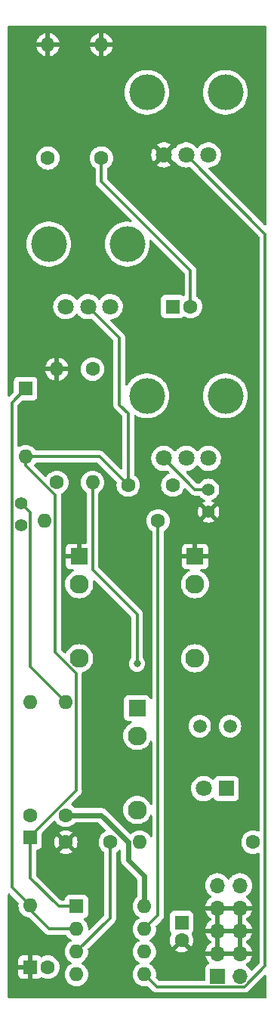
<source format=gbl>
G04 #@! TF.GenerationSoftware,KiCad,Pcbnew,(6.0.0)*
G04 #@! TF.CreationDate,2022-01-31T10:14:00+01:00*
G04 #@! TF.ProjectId,StupidBox,53747570-6964-4426-9f78-2e6b69636164,rev?*
G04 #@! TF.SameCoordinates,Original*
G04 #@! TF.FileFunction,Copper,L2,Bot*
G04 #@! TF.FilePolarity,Positive*
%FSLAX46Y46*%
G04 Gerber Fmt 4.6, Leading zero omitted, Abs format (unit mm)*
G04 Created by KiCad (PCBNEW (6.0.0)) date 2022-01-31 10:14:00*
%MOMM*%
%LPD*%
G01*
G04 APERTURE LIST*
G04 #@! TA.AperFunction,ComponentPad*
%ADD10R,1.600000X1.600000*%
G04 #@! TD*
G04 #@! TA.AperFunction,ComponentPad*
%ADD11C,1.600000*%
G04 #@! TD*
G04 #@! TA.AperFunction,ComponentPad*
%ADD12C,1.400000*%
G04 #@! TD*
G04 #@! TA.AperFunction,ComponentPad*
%ADD13O,1.600000X1.600000*%
G04 #@! TD*
G04 #@! TA.AperFunction,ComponentPad*
%ADD14R,1.800000X1.800000*%
G04 #@! TD*
G04 #@! TA.AperFunction,ComponentPad*
%ADD15C,1.800000*%
G04 #@! TD*
G04 #@! TA.AperFunction,ComponentPad*
%ADD16R,1.930000X1.830000*%
G04 #@! TD*
G04 #@! TA.AperFunction,ComponentPad*
%ADD17C,2.130000*%
G04 #@! TD*
G04 #@! TA.AperFunction,ComponentPad*
%ADD18C,1.500000*%
G04 #@! TD*
G04 #@! TA.AperFunction,WasherPad*
%ADD19C,4.000000*%
G04 #@! TD*
G04 #@! TA.AperFunction,ComponentPad*
%ADD20R,1.700000X1.700000*%
G04 #@! TD*
G04 #@! TA.AperFunction,ComponentPad*
%ADD21O,1.700000X1.700000*%
G04 #@! TD*
G04 #@! TA.AperFunction,ViaPad*
%ADD22C,0.800000*%
G04 #@! TD*
G04 #@! TA.AperFunction,Conductor*
%ADD23C,0.600000*%
G04 #@! TD*
G04 #@! TA.AperFunction,Conductor*
%ADD24C,0.300000*%
G04 #@! TD*
G04 APERTURE END LIST*
D10*
X50000000Y-132000000D03*
D11*
X50000000Y-134000000D03*
D10*
X33000000Y-137000000D03*
D11*
X35000000Y-137000000D03*
D12*
X32000000Y-85000000D03*
X32000000Y-87500000D03*
D11*
X42000000Y-123000000D03*
X37000000Y-123000000D03*
D10*
X49000000Y-63000000D03*
D11*
X51000000Y-63000000D03*
X49000000Y-83000000D03*
X44000000Y-83000000D03*
D12*
X53000000Y-83500000D03*
X53000000Y-86000000D03*
D10*
X32500000Y-72190000D03*
D13*
X32500000Y-79810000D03*
D14*
X55000000Y-117000000D03*
D15*
X52460000Y-117000000D03*
D16*
X38500000Y-91000000D03*
D17*
X38500000Y-102400000D03*
X38500000Y-94100000D03*
D11*
X33000000Y-120000000D03*
D13*
X33000000Y-107300000D03*
D11*
X37000000Y-120000000D03*
D13*
X37000000Y-107300000D03*
D11*
X36000000Y-82700000D03*
D13*
X36000000Y-70000000D03*
D11*
X40000000Y-70000000D03*
D13*
X40000000Y-82700000D03*
D18*
X55425000Y-110000000D03*
X52025000Y-110000000D03*
D11*
X58000000Y-123000000D03*
D13*
X45300000Y-123000000D03*
D11*
X47350000Y-87000000D03*
D13*
X34650000Y-87000000D03*
D10*
X38200000Y-130200000D03*
D13*
X38200000Y-132740000D03*
X38200000Y-135280000D03*
X38200000Y-137820000D03*
X45820000Y-137820000D03*
X45820000Y-135280000D03*
X45820000Y-132740000D03*
X45820000Y-130200000D03*
D19*
X46100000Y-39000000D03*
X54900000Y-39000000D03*
D15*
X53000000Y-46000000D03*
X50500000Y-46000000D03*
X48000000Y-46000000D03*
D19*
X43900000Y-56000000D03*
X35100000Y-56000000D03*
D15*
X42000000Y-63000000D03*
X39500000Y-63000000D03*
X37000000Y-63000000D03*
D19*
X46100000Y-73000000D03*
X54900000Y-73000000D03*
D15*
X53000000Y-80000000D03*
X50500000Y-80000000D03*
X48000000Y-80000000D03*
D11*
X35000000Y-46350000D03*
D13*
X35000000Y-33650000D03*
D11*
X41000000Y-46350000D03*
D13*
X41000000Y-33650000D03*
D10*
X33000000Y-122500000D03*
D13*
X33000000Y-130120000D03*
D16*
X45000000Y-108000000D03*
D17*
X45000000Y-119400000D03*
X45000000Y-111100000D03*
D16*
X51500000Y-91000000D03*
D17*
X51500000Y-102400000D03*
X51500000Y-94100000D03*
D20*
X54000000Y-138000000D03*
D21*
X56540000Y-138000000D03*
X54000000Y-135460000D03*
X56540000Y-135460000D03*
X54000000Y-132920000D03*
X56540000Y-132920000D03*
X54000000Y-130380000D03*
X56540000Y-130380000D03*
X54000000Y-127840000D03*
X56540000Y-127840000D03*
D22*
X45000000Y-103000000D03*
D23*
X45820000Y-130200000D02*
X45820000Y-126820000D01*
X41000000Y-120000000D02*
X37000000Y-120000000D01*
X44000489Y-125000489D02*
X44000489Y-123000489D01*
X45820000Y-126820000D02*
X44000489Y-125000489D01*
X44000489Y-123000489D02*
X41000000Y-120000000D01*
D24*
X33049511Y-86049511D02*
X33049511Y-103349511D01*
X32000000Y-85000000D02*
X33049511Y-86049511D01*
X33049511Y-103349511D02*
X37000000Y-107300000D01*
X45000000Y-97500000D02*
X45000000Y-103000000D01*
X40000000Y-82700000D02*
X40000000Y-92500000D01*
X42000000Y-131480000D02*
X38200000Y-135280000D01*
X42000000Y-123000000D02*
X42000000Y-131480000D01*
X40000000Y-92500000D02*
X45000000Y-97500000D01*
X51000000Y-59000000D02*
X41000000Y-49000000D01*
X41000000Y-49000000D02*
X41000000Y-46350000D01*
X51000000Y-63000000D02*
X51000000Y-59000000D01*
X35120000Y-132740000D02*
X33000000Y-130620000D01*
X38200000Y-132740000D02*
X35120000Y-132740000D01*
X30950489Y-128070489D02*
X33000000Y-130120000D01*
X30950489Y-73739511D02*
X30950489Y-128070489D01*
X32500000Y-72190000D02*
X30950489Y-73739511D01*
X33000000Y-130620000D02*
X33000000Y-130120000D01*
X38200000Y-130200000D02*
X36200000Y-130200000D01*
X35799511Y-84125166D02*
X32500000Y-80825655D01*
X33000000Y-127000000D02*
X33000000Y-122500000D01*
X40810000Y-79810000D02*
X32500000Y-79810000D01*
X44000000Y-75000000D02*
X43000000Y-74000000D01*
X39500000Y-63000000D02*
X43000000Y-66500000D01*
X33000000Y-122374345D02*
X38149511Y-117224834D01*
X43000000Y-74000000D02*
X43000000Y-66500000D01*
X44000000Y-83000000D02*
X40810000Y-79810000D01*
X44000000Y-83000000D02*
X44000000Y-75000000D01*
X38149511Y-117224834D02*
X38149511Y-104049933D01*
X32500000Y-80825655D02*
X32500000Y-79810000D01*
X33000000Y-122500000D02*
X33000000Y-122374345D01*
X36200000Y-130200000D02*
X33000000Y-127000000D01*
X35799511Y-101699933D02*
X35799511Y-84125166D01*
X38149511Y-104049933D02*
X35799511Y-101699933D01*
X51500000Y-83500000D02*
X48000000Y-80000000D01*
X53000000Y-83500000D02*
X51500000Y-83500000D01*
X47350000Y-131210000D02*
X47350000Y-87000000D01*
X45820000Y-132740000D02*
X47350000Y-131210000D01*
X59374345Y-136862021D02*
X57036855Y-139199511D01*
X59374345Y-54874345D02*
X59374345Y-136862021D01*
X47199511Y-139199511D02*
X45820000Y-137820000D01*
X50500000Y-46000000D02*
X59374345Y-54874345D01*
X57036855Y-139199511D02*
X47199511Y-139199511D01*
G04 #@! TA.AperFunction,Conductor*
G36*
X43110021Y-123844643D02*
G01*
X43166857Y-123887190D01*
X43191668Y-123953710D01*
X43191989Y-123962699D01*
X43191989Y-124991275D01*
X43191982Y-124992595D01*
X43191038Y-125082710D01*
X43200200Y-125125086D01*
X43202258Y-125137652D01*
X43207092Y-125180744D01*
X43209408Y-125187395D01*
X43209409Y-125187399D01*
X43218122Y-125212419D01*
X43222285Y-125227231D01*
X43229370Y-125259999D01*
X43247697Y-125299302D01*
X43252479Y-125311078D01*
X43266744Y-125352041D01*
X43270478Y-125358016D01*
X43270479Y-125358019D01*
X43284516Y-125380484D01*
X43291855Y-125394001D01*
X43303048Y-125418003D01*
X43306027Y-125424391D01*
X43310344Y-125429956D01*
X43310345Y-125429958D01*
X43332595Y-125458642D01*
X43339891Y-125469101D01*
X43362863Y-125505865D01*
X43367823Y-125510860D01*
X43367824Y-125510861D01*
X43391465Y-125534668D01*
X43392050Y-125535293D01*
X43392567Y-125535959D01*
X43418557Y-125561949D01*
X43490674Y-125634571D01*
X43491711Y-125635229D01*
X43492940Y-125636332D01*
X44974595Y-127117987D01*
X45008621Y-127180299D01*
X45011500Y-127207082D01*
X45011500Y-129105812D01*
X44991498Y-129173933D01*
X44974595Y-129194907D01*
X44813802Y-129355700D01*
X44810645Y-129360208D01*
X44810643Y-129360211D01*
X44796636Y-129380215D01*
X44682477Y-129543251D01*
X44680154Y-129548233D01*
X44680151Y-129548238D01*
X44625343Y-129665775D01*
X44585716Y-129750757D01*
X44584294Y-129756065D01*
X44584293Y-129756067D01*
X44541849Y-129914470D01*
X44526457Y-129971913D01*
X44506502Y-130200000D01*
X44526457Y-130428087D01*
X44527881Y-130433400D01*
X44527881Y-130433402D01*
X44581632Y-130634000D01*
X44585716Y-130649243D01*
X44588039Y-130654224D01*
X44588039Y-130654225D01*
X44680151Y-130851762D01*
X44680154Y-130851767D01*
X44682477Y-130856749D01*
X44813802Y-131044300D01*
X44975700Y-131206198D01*
X44980208Y-131209355D01*
X44980211Y-131209357D01*
X45029894Y-131244145D01*
X45163251Y-131337523D01*
X45168233Y-131339846D01*
X45168238Y-131339849D01*
X45202457Y-131355805D01*
X45255742Y-131402722D01*
X45275203Y-131470999D01*
X45254661Y-131538959D01*
X45202457Y-131584195D01*
X45168238Y-131600151D01*
X45168233Y-131600154D01*
X45163251Y-131602477D01*
X45063317Y-131672452D01*
X44980211Y-131730643D01*
X44980208Y-131730645D01*
X44975700Y-131733802D01*
X44813802Y-131895700D01*
X44810645Y-131900208D01*
X44810643Y-131900211D01*
X44755902Y-131978389D01*
X44682477Y-132083251D01*
X44680154Y-132088233D01*
X44680151Y-132088238D01*
X44619663Y-132217957D01*
X44585716Y-132290757D01*
X44584294Y-132296065D01*
X44584293Y-132296067D01*
X44533434Y-132485875D01*
X44526457Y-132511913D01*
X44506502Y-132740000D01*
X44526457Y-132968087D01*
X44527881Y-132973400D01*
X44527881Y-132973402D01*
X44582472Y-133177135D01*
X44585716Y-133189243D01*
X44588039Y-133194224D01*
X44588039Y-133194225D01*
X44680151Y-133391762D01*
X44680154Y-133391767D01*
X44682477Y-133396749D01*
X44813802Y-133584300D01*
X44975700Y-133746198D01*
X44980208Y-133749355D01*
X44980211Y-133749357D01*
X45051059Y-133798965D01*
X45163251Y-133877523D01*
X45168233Y-133879846D01*
X45168238Y-133879849D01*
X45202457Y-133895805D01*
X45255742Y-133942722D01*
X45275203Y-134010999D01*
X45254661Y-134078959D01*
X45202457Y-134124195D01*
X45168238Y-134140151D01*
X45168233Y-134140154D01*
X45163251Y-134142477D01*
X45106841Y-134181976D01*
X44980211Y-134270643D01*
X44980208Y-134270645D01*
X44975700Y-134273802D01*
X44813802Y-134435700D01*
X44810645Y-134440208D01*
X44810643Y-134440211D01*
X44800951Y-134454053D01*
X44682477Y-134623251D01*
X44680154Y-134628233D01*
X44680151Y-134628238D01*
X44619663Y-134757957D01*
X44585716Y-134830757D01*
X44584294Y-134836065D01*
X44584293Y-134836067D01*
X44533434Y-135025875D01*
X44526457Y-135051913D01*
X44506502Y-135280000D01*
X44526457Y-135508087D01*
X44527881Y-135513400D01*
X44527881Y-135513402D01*
X44581632Y-135714000D01*
X44585716Y-135729243D01*
X44588039Y-135734224D01*
X44588039Y-135734225D01*
X44680151Y-135931762D01*
X44680154Y-135931767D01*
X44682477Y-135936749D01*
X44703146Y-135966267D01*
X44795141Y-136097649D01*
X44813802Y-136124300D01*
X44975700Y-136286198D01*
X44980208Y-136289355D01*
X44980211Y-136289357D01*
X45050742Y-136338743D01*
X45163251Y-136417523D01*
X45168233Y-136419846D01*
X45168238Y-136419849D01*
X45202457Y-136435805D01*
X45255742Y-136482722D01*
X45275203Y-136550999D01*
X45254661Y-136618959D01*
X45202457Y-136664195D01*
X45168238Y-136680151D01*
X45168233Y-136680154D01*
X45163251Y-136682477D01*
X45072531Y-136746000D01*
X44980211Y-136810643D01*
X44980208Y-136810645D01*
X44975700Y-136813802D01*
X44813802Y-136975700D01*
X44810645Y-136980208D01*
X44810643Y-136980211D01*
X44792953Y-137005475D01*
X44682477Y-137163251D01*
X44680154Y-137168233D01*
X44680151Y-137168238D01*
X44594832Y-137351207D01*
X44585716Y-137370757D01*
X44584294Y-137376065D01*
X44584293Y-137376067D01*
X44527881Y-137586598D01*
X44526457Y-137591913D01*
X44506502Y-137820000D01*
X44526457Y-138048087D01*
X44527881Y-138053400D01*
X44527881Y-138053402D01*
X44549576Y-138134366D01*
X44585716Y-138269243D01*
X44588039Y-138274224D01*
X44588039Y-138274225D01*
X44680151Y-138471762D01*
X44680154Y-138471767D01*
X44682477Y-138476749D01*
X44813802Y-138664300D01*
X44975700Y-138826198D01*
X44980208Y-138829355D01*
X44980211Y-138829357D01*
X45058389Y-138884098D01*
X45163251Y-138957523D01*
X45168233Y-138959846D01*
X45168238Y-138959849D01*
X45365775Y-139051961D01*
X45370757Y-139054284D01*
X45376065Y-139055706D01*
X45376067Y-139055707D01*
X45586598Y-139112119D01*
X45586600Y-139112119D01*
X45591913Y-139113543D01*
X45820000Y-139133498D01*
X46048087Y-139113543D01*
X46055766Y-139111485D01*
X46083659Y-139104012D01*
X46154635Y-139105702D01*
X46205364Y-139136624D01*
X46675856Y-139607116D01*
X46683846Y-139615896D01*
X46688095Y-139622591D01*
X46693873Y-139628017D01*
X46693874Y-139628018D01*
X46739768Y-139671115D01*
X46742610Y-139673870D01*
X46763178Y-139694438D01*
X46766681Y-139697155D01*
X46775706Y-139704863D01*
X46809378Y-139736483D01*
X46816329Y-139740304D01*
X46816330Y-139740305D01*
X46828169Y-139746814D01*
X46844693Y-139757668D01*
X46855376Y-139765954D01*
X46861643Y-139770815D01*
X46885517Y-139781146D01*
X46904047Y-139789165D01*
X46914692Y-139794380D01*
X46955174Y-139816635D01*
X46962848Y-139818605D01*
X46962855Y-139818608D01*
X46975937Y-139821966D01*
X46994645Y-139828371D01*
X47014334Y-139836891D01*
X47022160Y-139838130D01*
X47022162Y-139838131D01*
X47046670Y-139842012D01*
X47059970Y-139844119D01*
X47071581Y-139846523D01*
X47102618Y-139854492D01*
X47108646Y-139856040D01*
X47108647Y-139856040D01*
X47116323Y-139858011D01*
X47137769Y-139858011D01*
X47157479Y-139859562D01*
X47170833Y-139861677D01*
X47170834Y-139861677D01*
X47178663Y-139862917D01*
X47224652Y-139858570D01*
X47236507Y-139858011D01*
X56954799Y-139858011D01*
X56966655Y-139858570D01*
X56966658Y-139858570D01*
X56974392Y-139860299D01*
X57045224Y-139858073D01*
X57049182Y-139858011D01*
X57078287Y-139858011D01*
X57082687Y-139857455D01*
X57094519Y-139856523D01*
X57140686Y-139855073D01*
X57161276Y-139849091D01*
X57180637Y-139845081D01*
X57188263Y-139844118D01*
X57194059Y-139843386D01*
X57194060Y-139843386D01*
X57201919Y-139842393D01*
X57209284Y-139839477D01*
X57209288Y-139839476D01*
X57244876Y-139825385D01*
X57256086Y-139821546D01*
X57300455Y-139808656D01*
X57318920Y-139797736D01*
X57336660Y-139789045D01*
X57356611Y-139781146D01*
X57393984Y-139753993D01*
X57403903Y-139747478D01*
X57436832Y-139728004D01*
X57436836Y-139728001D01*
X57443662Y-139723964D01*
X57458826Y-139708800D01*
X57473860Y-139695959D01*
X57491212Y-139683352D01*
X57520658Y-139647758D01*
X57528647Y-139638979D01*
X59276906Y-137890720D01*
X59339218Y-137856694D01*
X59410033Y-137861759D01*
X59466869Y-137904306D01*
X59491680Y-137970826D01*
X59492001Y-137979815D01*
X59492001Y-140366000D01*
X59471999Y-140434121D01*
X59418343Y-140480614D01*
X59366001Y-140492000D01*
X30634000Y-140492000D01*
X30565879Y-140471998D01*
X30519386Y-140418342D01*
X30508000Y-140366000D01*
X30508000Y-137844669D01*
X31692001Y-137844669D01*
X31692371Y-137851490D01*
X31697895Y-137902352D01*
X31701521Y-137917604D01*
X31746676Y-138038054D01*
X31755214Y-138053649D01*
X31831715Y-138155724D01*
X31844276Y-138168285D01*
X31946351Y-138244786D01*
X31961946Y-138253324D01*
X32082394Y-138298478D01*
X32097649Y-138302105D01*
X32148514Y-138307631D01*
X32155328Y-138308000D01*
X32727885Y-138308000D01*
X32743124Y-138303525D01*
X32744329Y-138302135D01*
X32746000Y-138294452D01*
X32746000Y-138289884D01*
X33254000Y-138289884D01*
X33258475Y-138305123D01*
X33259865Y-138306328D01*
X33267548Y-138307999D01*
X33844669Y-138307999D01*
X33851490Y-138307629D01*
X33902352Y-138302105D01*
X33917604Y-138298479D01*
X34038054Y-138253324D01*
X34053649Y-138244786D01*
X34155724Y-138168285D01*
X34174636Y-138149373D01*
X34176894Y-138151631D01*
X34221154Y-138118543D01*
X34291973Y-138113524D01*
X34333840Y-138131861D01*
X34333981Y-138131617D01*
X34336177Y-138132885D01*
X34337376Y-138133410D01*
X34338738Y-138134363D01*
X34343251Y-138137523D01*
X34348233Y-138139846D01*
X34348238Y-138139849D01*
X34488735Y-138205363D01*
X34550757Y-138234284D01*
X34556065Y-138235706D01*
X34556067Y-138235707D01*
X34766598Y-138292119D01*
X34766600Y-138292119D01*
X34771913Y-138293543D01*
X35000000Y-138313498D01*
X35228087Y-138293543D01*
X35233400Y-138292119D01*
X35233402Y-138292119D01*
X35443933Y-138235707D01*
X35443935Y-138235706D01*
X35449243Y-138234284D01*
X35511265Y-138205363D01*
X35651762Y-138139849D01*
X35651767Y-138139846D01*
X35656749Y-138137523D01*
X35776886Y-138053402D01*
X35839789Y-138009357D01*
X35839792Y-138009355D01*
X35844300Y-138006198D01*
X36006198Y-137844300D01*
X36019380Y-137825475D01*
X36064098Y-137761611D01*
X36137523Y-137656749D01*
X36139846Y-137651767D01*
X36139849Y-137651762D01*
X36231961Y-137454225D01*
X36231961Y-137454224D01*
X36234284Y-137449243D01*
X36255315Y-137370757D01*
X36292119Y-137233402D01*
X36292119Y-137233400D01*
X36293543Y-137228087D01*
X36313498Y-137000000D01*
X36293543Y-136771913D01*
X36286152Y-136744329D01*
X36235707Y-136556067D01*
X36235706Y-136556065D01*
X36234284Y-136550757D01*
X36231961Y-136545775D01*
X36139849Y-136348238D01*
X36139846Y-136348233D01*
X36137523Y-136343251D01*
X36013424Y-136166020D01*
X36009357Y-136160211D01*
X36009355Y-136160208D01*
X36006198Y-136155700D01*
X35844300Y-135993802D01*
X35839792Y-135990645D01*
X35839789Y-135990643D01*
X35695019Y-135889274D01*
X35656749Y-135862477D01*
X35651767Y-135860154D01*
X35651762Y-135860151D01*
X35454225Y-135768039D01*
X35454224Y-135768039D01*
X35449243Y-135765716D01*
X35443935Y-135764294D01*
X35443933Y-135764293D01*
X35233402Y-135707881D01*
X35233400Y-135707881D01*
X35228087Y-135706457D01*
X35000000Y-135686502D01*
X34771913Y-135706457D01*
X34766600Y-135707881D01*
X34766598Y-135707881D01*
X34556067Y-135764293D01*
X34556065Y-135764294D01*
X34550757Y-135765716D01*
X34545776Y-135768039D01*
X34545775Y-135768039D01*
X34348238Y-135860151D01*
X34348233Y-135860154D01*
X34343251Y-135862477D01*
X34338738Y-135865637D01*
X34337376Y-135866590D01*
X34336680Y-135866825D01*
X34333981Y-135868383D01*
X34333668Y-135867840D01*
X34270100Y-135889274D01*
X34201241Y-135871985D01*
X34175919Y-135849344D01*
X34174636Y-135850627D01*
X34155724Y-135831715D01*
X34053649Y-135755214D01*
X34038054Y-135746676D01*
X33917606Y-135701522D01*
X33902351Y-135697895D01*
X33851486Y-135692369D01*
X33844672Y-135692000D01*
X33272115Y-135692000D01*
X33256876Y-135696475D01*
X33255671Y-135697865D01*
X33254000Y-135705548D01*
X33254000Y-138289884D01*
X32746000Y-138289884D01*
X32746000Y-137272115D01*
X32741525Y-137256876D01*
X32740135Y-137255671D01*
X32732452Y-137254000D01*
X31710116Y-137254000D01*
X31694877Y-137258475D01*
X31693672Y-137259865D01*
X31692001Y-137267548D01*
X31692001Y-137844669D01*
X30508000Y-137844669D01*
X30508000Y-136727885D01*
X31692000Y-136727885D01*
X31696475Y-136743124D01*
X31697865Y-136744329D01*
X31705548Y-136746000D01*
X32727885Y-136746000D01*
X32743124Y-136741525D01*
X32744329Y-136740135D01*
X32746000Y-136732452D01*
X32746000Y-135710116D01*
X32741525Y-135694877D01*
X32740135Y-135693672D01*
X32732452Y-135692001D01*
X32155331Y-135692001D01*
X32148510Y-135692371D01*
X32097648Y-135697895D01*
X32082396Y-135701521D01*
X31961946Y-135746676D01*
X31946351Y-135755214D01*
X31844276Y-135831715D01*
X31831715Y-135844276D01*
X31755214Y-135946351D01*
X31746676Y-135961946D01*
X31701522Y-136082394D01*
X31697895Y-136097649D01*
X31692369Y-136148514D01*
X31692000Y-136155328D01*
X31692000Y-136727885D01*
X30508000Y-136727885D01*
X30508000Y-128863450D01*
X30528002Y-128795329D01*
X30581658Y-128748836D01*
X30651932Y-128738732D01*
X30716512Y-128768226D01*
X30723095Y-128774355D01*
X31683376Y-129734636D01*
X31717402Y-129796948D01*
X31715988Y-129856341D01*
X31708515Y-129884234D01*
X31706457Y-129891913D01*
X31686502Y-130120000D01*
X31706457Y-130348087D01*
X31765716Y-130569243D01*
X31768039Y-130574224D01*
X31768039Y-130574225D01*
X31860151Y-130771762D01*
X31860154Y-130771767D01*
X31862477Y-130776749D01*
X31993802Y-130964300D01*
X32155700Y-131126198D01*
X32160208Y-131129355D01*
X32160211Y-131129357D01*
X32222546Y-131173004D01*
X32343251Y-131257523D01*
X32348233Y-131259846D01*
X32348238Y-131259849D01*
X32545775Y-131351961D01*
X32550757Y-131354284D01*
X32556065Y-131355706D01*
X32556067Y-131355707D01*
X32584259Y-131363261D01*
X32771913Y-131413543D01*
X32825263Y-131418210D01*
X32891380Y-131444073D01*
X32903376Y-131454636D01*
X34596345Y-133147605D01*
X34604335Y-133156385D01*
X34608584Y-133163080D01*
X34614362Y-133168506D01*
X34614363Y-133168507D01*
X34660257Y-133211604D01*
X34663099Y-133214359D01*
X34683667Y-133234927D01*
X34687170Y-133237644D01*
X34696195Y-133245352D01*
X34729867Y-133276972D01*
X34736818Y-133280793D01*
X34736819Y-133280794D01*
X34748658Y-133287303D01*
X34765182Y-133298157D01*
X34775271Y-133305982D01*
X34782132Y-133311304D01*
X34789404Y-133314451D01*
X34789406Y-133314452D01*
X34824535Y-133329654D01*
X34835195Y-133334876D01*
X34839601Y-133337298D01*
X34875663Y-133357124D01*
X34896441Y-133362459D01*
X34915131Y-133368858D01*
X34934824Y-133377380D01*
X34978596Y-133384313D01*
X34980448Y-133384606D01*
X34992071Y-133387013D01*
X35020072Y-133394202D01*
X35036812Y-133398500D01*
X35058259Y-133398500D01*
X35077969Y-133400051D01*
X35099152Y-133403406D01*
X35145141Y-133399059D01*
X35156996Y-133398500D01*
X36998112Y-133398500D01*
X37066233Y-133418502D01*
X37101324Y-133452228D01*
X37193802Y-133584300D01*
X37355700Y-133746198D01*
X37360208Y-133749355D01*
X37360211Y-133749357D01*
X37431059Y-133798965D01*
X37543251Y-133877523D01*
X37548233Y-133879846D01*
X37548238Y-133879849D01*
X37582457Y-133895805D01*
X37635742Y-133942722D01*
X37655203Y-134010999D01*
X37634661Y-134078959D01*
X37582457Y-134124195D01*
X37548238Y-134140151D01*
X37548233Y-134140154D01*
X37543251Y-134142477D01*
X37486841Y-134181976D01*
X37360211Y-134270643D01*
X37360208Y-134270645D01*
X37355700Y-134273802D01*
X37193802Y-134435700D01*
X37190645Y-134440208D01*
X37190643Y-134440211D01*
X37180951Y-134454053D01*
X37062477Y-134623251D01*
X37060154Y-134628233D01*
X37060151Y-134628238D01*
X36999663Y-134757957D01*
X36965716Y-134830757D01*
X36964294Y-134836065D01*
X36964293Y-134836067D01*
X36913434Y-135025875D01*
X36906457Y-135051913D01*
X36886502Y-135280000D01*
X36906457Y-135508087D01*
X36907881Y-135513400D01*
X36907881Y-135513402D01*
X36961632Y-135714000D01*
X36965716Y-135729243D01*
X36968039Y-135734224D01*
X36968039Y-135734225D01*
X37060151Y-135931762D01*
X37060154Y-135931767D01*
X37062477Y-135936749D01*
X37083146Y-135966267D01*
X37175141Y-136097649D01*
X37193802Y-136124300D01*
X37355700Y-136286198D01*
X37360208Y-136289355D01*
X37360211Y-136289357D01*
X37430742Y-136338743D01*
X37543251Y-136417523D01*
X37548233Y-136419846D01*
X37548238Y-136419849D01*
X37582457Y-136435805D01*
X37635742Y-136482722D01*
X37655203Y-136550999D01*
X37634661Y-136618959D01*
X37582457Y-136664195D01*
X37548238Y-136680151D01*
X37548233Y-136680154D01*
X37543251Y-136682477D01*
X37452531Y-136746000D01*
X37360211Y-136810643D01*
X37360208Y-136810645D01*
X37355700Y-136813802D01*
X37193802Y-136975700D01*
X37190645Y-136980208D01*
X37190643Y-136980211D01*
X37172953Y-137005475D01*
X37062477Y-137163251D01*
X37060154Y-137168233D01*
X37060151Y-137168238D01*
X36974832Y-137351207D01*
X36965716Y-137370757D01*
X36964294Y-137376065D01*
X36964293Y-137376067D01*
X36907881Y-137586598D01*
X36906457Y-137591913D01*
X36886502Y-137820000D01*
X36906457Y-138048087D01*
X36907881Y-138053400D01*
X36907881Y-138053402D01*
X36929576Y-138134366D01*
X36965716Y-138269243D01*
X36968039Y-138274224D01*
X36968039Y-138274225D01*
X37060151Y-138471762D01*
X37060154Y-138471767D01*
X37062477Y-138476749D01*
X37193802Y-138664300D01*
X37355700Y-138826198D01*
X37360208Y-138829355D01*
X37360211Y-138829357D01*
X37438389Y-138884098D01*
X37543251Y-138957523D01*
X37548233Y-138959846D01*
X37548238Y-138959849D01*
X37745775Y-139051961D01*
X37750757Y-139054284D01*
X37756065Y-139055706D01*
X37756067Y-139055707D01*
X37966598Y-139112119D01*
X37966600Y-139112119D01*
X37971913Y-139113543D01*
X38200000Y-139133498D01*
X38428087Y-139113543D01*
X38433400Y-139112119D01*
X38433402Y-139112119D01*
X38643933Y-139055707D01*
X38643935Y-139055706D01*
X38649243Y-139054284D01*
X38654225Y-139051961D01*
X38851762Y-138959849D01*
X38851767Y-138959846D01*
X38856749Y-138957523D01*
X38961611Y-138884098D01*
X39039789Y-138829357D01*
X39039792Y-138829355D01*
X39044300Y-138826198D01*
X39206198Y-138664300D01*
X39337523Y-138476749D01*
X39339846Y-138471767D01*
X39339849Y-138471762D01*
X39431961Y-138274225D01*
X39431961Y-138274224D01*
X39434284Y-138269243D01*
X39470425Y-138134366D01*
X39492119Y-138053402D01*
X39492119Y-138053400D01*
X39493543Y-138048087D01*
X39513498Y-137820000D01*
X39493543Y-137591913D01*
X39492119Y-137586598D01*
X39435707Y-137376067D01*
X39435706Y-137376065D01*
X39434284Y-137370757D01*
X39425168Y-137351207D01*
X39339849Y-137168238D01*
X39339846Y-137168233D01*
X39337523Y-137163251D01*
X39227047Y-137005475D01*
X39209357Y-136980211D01*
X39209355Y-136980208D01*
X39206198Y-136975700D01*
X39044300Y-136813802D01*
X39039792Y-136810645D01*
X39039789Y-136810643D01*
X38947469Y-136746000D01*
X38856749Y-136682477D01*
X38851767Y-136680154D01*
X38851762Y-136680151D01*
X38817543Y-136664195D01*
X38764258Y-136617278D01*
X38744797Y-136549001D01*
X38765339Y-136481041D01*
X38817543Y-136435805D01*
X38851762Y-136419849D01*
X38851767Y-136419846D01*
X38856749Y-136417523D01*
X38969258Y-136338743D01*
X39039789Y-136289357D01*
X39039792Y-136289355D01*
X39044300Y-136286198D01*
X39206198Y-136124300D01*
X39224860Y-136097649D01*
X39316854Y-135966267D01*
X39337523Y-135936749D01*
X39339846Y-135931767D01*
X39339849Y-135931762D01*
X39431961Y-135734225D01*
X39431961Y-135734224D01*
X39434284Y-135729243D01*
X39438369Y-135714000D01*
X39492119Y-135513402D01*
X39492119Y-135513400D01*
X39493543Y-135508087D01*
X39513498Y-135280000D01*
X39493543Y-135051913D01*
X39486566Y-135025875D01*
X39484012Y-135016341D01*
X39485702Y-134945365D01*
X39516624Y-134894636D01*
X42407605Y-132003655D01*
X42416385Y-131995665D01*
X42416387Y-131995663D01*
X42423080Y-131991416D01*
X42471605Y-131939742D01*
X42474359Y-131936901D01*
X42494927Y-131916333D01*
X42497647Y-131912826D01*
X42505353Y-131903804D01*
X42508727Y-131900211D01*
X42536972Y-131870133D01*
X42540794Y-131863181D01*
X42547303Y-131851342D01*
X42558157Y-131834818D01*
X42566445Y-131824132D01*
X42571304Y-131817868D01*
X42584133Y-131788222D01*
X42589654Y-131775465D01*
X42594876Y-131764805D01*
X42613305Y-131731284D01*
X42613306Y-131731282D01*
X42617124Y-131724337D01*
X42622459Y-131703559D01*
X42628858Y-131684869D01*
X42637380Y-131665176D01*
X42644606Y-131619552D01*
X42647013Y-131607929D01*
X42656528Y-131570868D01*
X42658500Y-131563188D01*
X42658500Y-131541741D01*
X42660051Y-131522031D01*
X42662166Y-131508677D01*
X42663406Y-131500848D01*
X42659059Y-131454859D01*
X42658500Y-131443004D01*
X42658500Y-124201888D01*
X42678502Y-124133767D01*
X42712228Y-124098676D01*
X42781685Y-124050042D01*
X42839789Y-124009357D01*
X42839792Y-124009355D01*
X42844300Y-124006198D01*
X42976894Y-123873604D01*
X43039206Y-123839578D01*
X43110021Y-123844643D01*
G37*
G04 #@! TD.AperFunction*
G04 #@! TA.AperFunction,Conductor*
G36*
X59434121Y-31528002D02*
G01*
X59480614Y-31581658D01*
X59492000Y-31634000D01*
X59492000Y-53756550D01*
X59471998Y-53824671D01*
X59418342Y-53871164D01*
X59348068Y-53881268D01*
X59283488Y-53851774D01*
X59276905Y-53845645D01*
X53049691Y-47618431D01*
X53015665Y-47556119D01*
X53020730Y-47485304D01*
X53063277Y-47428468D01*
X53122776Y-47404357D01*
X53129770Y-47403461D01*
X53293847Y-47382442D01*
X53298795Y-47380957D01*
X53298802Y-47380956D01*
X53510747Y-47317369D01*
X53515690Y-47315886D01*
X53597161Y-47275974D01*
X53719049Y-47216262D01*
X53719052Y-47216260D01*
X53723684Y-47213991D01*
X53912243Y-47079494D01*
X54076303Y-46916005D01*
X54211458Y-46727917D01*
X54282882Y-46583402D01*
X54311784Y-46524922D01*
X54311785Y-46524920D01*
X54314078Y-46520280D01*
X54381408Y-46298671D01*
X54411640Y-46069041D01*
X54413327Y-46000000D01*
X54404758Y-45895775D01*
X54394773Y-45774318D01*
X54394772Y-45774312D01*
X54394349Y-45769167D01*
X54360797Y-45635592D01*
X54339184Y-45549544D01*
X54339183Y-45549540D01*
X54337925Y-45544533D01*
X54323771Y-45511981D01*
X54247630Y-45336868D01*
X54247628Y-45336865D01*
X54245570Y-45332131D01*
X54119764Y-45137665D01*
X53963887Y-44966358D01*
X53959836Y-44963159D01*
X53959832Y-44963155D01*
X53786177Y-44826011D01*
X53786172Y-44826008D01*
X53782123Y-44822810D01*
X53777607Y-44820317D01*
X53777604Y-44820315D01*
X53583879Y-44713373D01*
X53583875Y-44713371D01*
X53579355Y-44710876D01*
X53574486Y-44709152D01*
X53574482Y-44709150D01*
X53365903Y-44635288D01*
X53365899Y-44635287D01*
X53361028Y-44633562D01*
X53355935Y-44632655D01*
X53355932Y-44632654D01*
X53138095Y-44593851D01*
X53138089Y-44593850D01*
X53133006Y-44592945D01*
X53060096Y-44592054D01*
X52906581Y-44590179D01*
X52906579Y-44590179D01*
X52901411Y-44590116D01*
X52672464Y-44625150D01*
X52452314Y-44697106D01*
X52447726Y-44699494D01*
X52447722Y-44699496D01*
X52251461Y-44801663D01*
X52246872Y-44804052D01*
X52242739Y-44807155D01*
X52242736Y-44807157D01*
X52183284Y-44851795D01*
X52061655Y-44943117D01*
X52058083Y-44946855D01*
X51953803Y-45055978D01*
X51901639Y-45110564D01*
X51854836Y-45179174D01*
X51799927Y-45224175D01*
X51729402Y-45232346D01*
X51665655Y-45201092D01*
X51644959Y-45176609D01*
X51622577Y-45142013D01*
X51622574Y-45142009D01*
X51619764Y-45137665D01*
X51463887Y-44966358D01*
X51459836Y-44963159D01*
X51459832Y-44963155D01*
X51286177Y-44826011D01*
X51286172Y-44826008D01*
X51282123Y-44822810D01*
X51277607Y-44820317D01*
X51277604Y-44820315D01*
X51083879Y-44713373D01*
X51083875Y-44713371D01*
X51079355Y-44710876D01*
X51074486Y-44709152D01*
X51074482Y-44709150D01*
X50865903Y-44635288D01*
X50865899Y-44635287D01*
X50861028Y-44633562D01*
X50855935Y-44632655D01*
X50855932Y-44632654D01*
X50638095Y-44593851D01*
X50638089Y-44593850D01*
X50633006Y-44592945D01*
X50560096Y-44592054D01*
X50406581Y-44590179D01*
X50406579Y-44590179D01*
X50401411Y-44590116D01*
X50172464Y-44625150D01*
X49952314Y-44697106D01*
X49947726Y-44699494D01*
X49947722Y-44699496D01*
X49751461Y-44801663D01*
X49746872Y-44804052D01*
X49742739Y-44807155D01*
X49742736Y-44807157D01*
X49683284Y-44851795D01*
X49561655Y-44943117D01*
X49558083Y-44946855D01*
X49453803Y-45055978D01*
X49401639Y-45110564D01*
X49398730Y-45114829D01*
X49398724Y-45114837D01*
X49350199Y-45185972D01*
X49295288Y-45230975D01*
X49224763Y-45239146D01*
X49163884Y-45210439D01*
X49158538Y-45205835D01*
X49148973Y-45210238D01*
X48372021Y-45987189D01*
X48364408Y-46001132D01*
X48364539Y-46002966D01*
X48368790Y-46009580D01*
X49146307Y-46787096D01*
X49158313Y-46793652D01*
X49167244Y-46786829D01*
X49233519Y-46761370D01*
X49303037Y-46775783D01*
X49351165Y-46821117D01*
X49356802Y-46830315D01*
X49359501Y-46834719D01*
X49511147Y-47009784D01*
X49689349Y-47157730D01*
X49889322Y-47274584D01*
X50105694Y-47357209D01*
X50110760Y-47358240D01*
X50110761Y-47358240D01*
X50155504Y-47367343D01*
X50332656Y-47403385D01*
X50463324Y-47408176D01*
X50558949Y-47411683D01*
X50558953Y-47411683D01*
X50564113Y-47411872D01*
X50569233Y-47411216D01*
X50569235Y-47411216D01*
X50661861Y-47399350D01*
X50793847Y-47382442D01*
X50798796Y-47380957D01*
X50798802Y-47380956D01*
X50830423Y-47371469D01*
X50842789Y-47367759D01*
X50913783Y-47367343D01*
X50968090Y-47399350D01*
X58678940Y-55110200D01*
X58712966Y-55172512D01*
X58715845Y-55199295D01*
X58715845Y-121692254D01*
X58695843Y-121760375D01*
X58642187Y-121806868D01*
X58571913Y-121816972D01*
X58536597Y-121806450D01*
X58449243Y-121765716D01*
X58443935Y-121764294D01*
X58443933Y-121764293D01*
X58233402Y-121707881D01*
X58233400Y-121707881D01*
X58228087Y-121706457D01*
X58000000Y-121686502D01*
X57771913Y-121706457D01*
X57766600Y-121707881D01*
X57766598Y-121707881D01*
X57556067Y-121764293D01*
X57556065Y-121764294D01*
X57550757Y-121765716D01*
X57545776Y-121768039D01*
X57545775Y-121768039D01*
X57348238Y-121860151D01*
X57348233Y-121860154D01*
X57343251Y-121862477D01*
X57271114Y-121912988D01*
X57160211Y-121990643D01*
X57160208Y-121990645D01*
X57155700Y-121993802D01*
X56993802Y-122155700D01*
X56862477Y-122343251D01*
X56860154Y-122348233D01*
X56860151Y-122348238D01*
X56815369Y-122444275D01*
X56765716Y-122550757D01*
X56764294Y-122556065D01*
X56764293Y-122556067D01*
X56743019Y-122635461D01*
X56706457Y-122771913D01*
X56686502Y-123000000D01*
X56706457Y-123228087D01*
X56707881Y-123233400D01*
X56707881Y-123233402D01*
X56745025Y-123372022D01*
X56765716Y-123449243D01*
X56768039Y-123454224D01*
X56768039Y-123454225D01*
X56860151Y-123651762D01*
X56860154Y-123651767D01*
X56862477Y-123656749D01*
X56865634Y-123661257D01*
X56990496Y-123839578D01*
X56993802Y-123844300D01*
X57155700Y-124006198D01*
X57160208Y-124009355D01*
X57160211Y-124009357D01*
X57238389Y-124064098D01*
X57343251Y-124137523D01*
X57348233Y-124139846D01*
X57348238Y-124139849D01*
X57508988Y-124214807D01*
X57550757Y-124234284D01*
X57556065Y-124235706D01*
X57556067Y-124235707D01*
X57766598Y-124292119D01*
X57766600Y-124292119D01*
X57771913Y-124293543D01*
X58000000Y-124313498D01*
X58228087Y-124293543D01*
X58233400Y-124292119D01*
X58233402Y-124292119D01*
X58443933Y-124235707D01*
X58443935Y-124235706D01*
X58449243Y-124234284D01*
X58536596Y-124193551D01*
X58606787Y-124182890D01*
X58671599Y-124211870D01*
X58710456Y-124271290D01*
X58715845Y-124307746D01*
X58715845Y-136537071D01*
X58695843Y-136605192D01*
X58678940Y-136626166D01*
X57933244Y-137371862D01*
X57870932Y-137405888D01*
X57800117Y-137400823D01*
X57743281Y-137358276D01*
X57738357Y-137351207D01*
X57622822Y-137172617D01*
X57622820Y-137172614D01*
X57620014Y-137168277D01*
X57469670Y-137003051D01*
X57465619Y-136999852D01*
X57465615Y-136999848D01*
X57298414Y-136867800D01*
X57298410Y-136867798D01*
X57294359Y-136864598D01*
X57252569Y-136841529D01*
X57202598Y-136791097D01*
X57187826Y-136721654D01*
X57212942Y-136655248D01*
X57240294Y-136628641D01*
X57415328Y-136503792D01*
X57423200Y-136497139D01*
X57574052Y-136346812D01*
X57580730Y-136338965D01*
X57705003Y-136166020D01*
X57710313Y-136157183D01*
X57804670Y-135966267D01*
X57808469Y-135956672D01*
X57870377Y-135752910D01*
X57872555Y-135742837D01*
X57873986Y-135731962D01*
X57871775Y-135717778D01*
X57858617Y-135714000D01*
X52683225Y-135714000D01*
X52669694Y-135717973D01*
X52668257Y-135727966D01*
X52698565Y-135862446D01*
X52701645Y-135872275D01*
X52781770Y-136069603D01*
X52786413Y-136078794D01*
X52897694Y-136260388D01*
X52903777Y-136268699D01*
X53043213Y-136429667D01*
X53050577Y-136436879D01*
X53055522Y-136440985D01*
X53095156Y-136499889D01*
X53096653Y-136570870D01*
X53059537Y-136631392D01*
X53019264Y-136655910D01*
X52911705Y-136696232D01*
X52911704Y-136696233D01*
X52903295Y-136699385D01*
X52786739Y-136786739D01*
X52699385Y-136903295D01*
X52648255Y-137039684D01*
X52641500Y-137101866D01*
X52641500Y-138415011D01*
X52621498Y-138483132D01*
X52567842Y-138529625D01*
X52515500Y-138541011D01*
X47524461Y-138541011D01*
X47456340Y-138521009D01*
X47435365Y-138504106D01*
X47136623Y-138205363D01*
X47102598Y-138143051D01*
X47104012Y-138083657D01*
X47112119Y-138053402D01*
X47112119Y-138053400D01*
X47113543Y-138048087D01*
X47133498Y-137820000D01*
X47113543Y-137591913D01*
X47112119Y-137586598D01*
X47055707Y-137376067D01*
X47055706Y-137376065D01*
X47054284Y-137370757D01*
X47045168Y-137351207D01*
X46959849Y-137168238D01*
X46959846Y-137168233D01*
X46957523Y-137163251D01*
X46847047Y-137005475D01*
X46829357Y-136980211D01*
X46829355Y-136980208D01*
X46826198Y-136975700D01*
X46664300Y-136813802D01*
X46659792Y-136810645D01*
X46659789Y-136810643D01*
X46567469Y-136746000D01*
X46476749Y-136682477D01*
X46471767Y-136680154D01*
X46471762Y-136680151D01*
X46437543Y-136664195D01*
X46384258Y-136617278D01*
X46364797Y-136549001D01*
X46385339Y-136481041D01*
X46437543Y-136435805D01*
X46471762Y-136419849D01*
X46471767Y-136419846D01*
X46476749Y-136417523D01*
X46589258Y-136338743D01*
X46659789Y-136289357D01*
X46659792Y-136289355D01*
X46664300Y-136286198D01*
X46826198Y-136124300D01*
X46844860Y-136097649D01*
X46936854Y-135966267D01*
X46957523Y-135936749D01*
X46959846Y-135931767D01*
X46959849Y-135931762D01*
X47051961Y-135734225D01*
X47051961Y-135734224D01*
X47054284Y-135729243D01*
X47058369Y-135714000D01*
X47112119Y-135513402D01*
X47112119Y-135513400D01*
X47113543Y-135508087D01*
X47133498Y-135280000D01*
X47116531Y-135086062D01*
X49278493Y-135086062D01*
X49287789Y-135098077D01*
X49338994Y-135133931D01*
X49348489Y-135139414D01*
X49545947Y-135231490D01*
X49556239Y-135235236D01*
X49766688Y-135291625D01*
X49777481Y-135293528D01*
X49994525Y-135312517D01*
X50005475Y-135312517D01*
X50222519Y-135293528D01*
X50233312Y-135291625D01*
X50443761Y-135235236D01*
X50454053Y-135231490D01*
X50534058Y-135194183D01*
X52664389Y-135194183D01*
X52665912Y-135202607D01*
X52678292Y-135206000D01*
X53727885Y-135206000D01*
X53743124Y-135201525D01*
X53744329Y-135200135D01*
X53746000Y-135192452D01*
X53746000Y-135187885D01*
X54254000Y-135187885D01*
X54258475Y-135203124D01*
X54259865Y-135204329D01*
X54267548Y-135206000D01*
X56267885Y-135206000D01*
X56283124Y-135201525D01*
X56284329Y-135200135D01*
X56286000Y-135192452D01*
X56286000Y-135187885D01*
X56794000Y-135187885D01*
X56798475Y-135203124D01*
X56799865Y-135204329D01*
X56807548Y-135206000D01*
X57858344Y-135206000D01*
X57871875Y-135202027D01*
X57873180Y-135192947D01*
X57831214Y-135025875D01*
X57827894Y-135016124D01*
X57742972Y-134820814D01*
X57738105Y-134811739D01*
X57622426Y-134632926D01*
X57616136Y-134624757D01*
X57472806Y-134467240D01*
X57465273Y-134460215D01*
X57298139Y-134328222D01*
X57289552Y-134322517D01*
X57252116Y-134301851D01*
X57202146Y-134251419D01*
X57187374Y-134181976D01*
X57212490Y-134115571D01*
X57239842Y-134088964D01*
X57415327Y-133963792D01*
X57423200Y-133957139D01*
X57574052Y-133806812D01*
X57580730Y-133798965D01*
X57705003Y-133626020D01*
X57710313Y-133617183D01*
X57804670Y-133426267D01*
X57808469Y-133416672D01*
X57870377Y-133212910D01*
X57872555Y-133202837D01*
X57873986Y-133191962D01*
X57871775Y-133177778D01*
X57858617Y-133174000D01*
X56812115Y-133174000D01*
X56796876Y-133178475D01*
X56795671Y-133179865D01*
X56794000Y-133187548D01*
X56794000Y-135187885D01*
X56286000Y-135187885D01*
X56286000Y-133192115D01*
X56281525Y-133176876D01*
X56280135Y-133175671D01*
X56272452Y-133174000D01*
X54272115Y-133174000D01*
X54256876Y-133178475D01*
X54255671Y-133179865D01*
X54254000Y-133187548D01*
X54254000Y-135187885D01*
X53746000Y-135187885D01*
X53746000Y-133192115D01*
X53741525Y-133176876D01*
X53740135Y-133175671D01*
X53732452Y-133174000D01*
X52683225Y-133174000D01*
X52669694Y-133177973D01*
X52668257Y-133187966D01*
X52698565Y-133322446D01*
X52701645Y-133332275D01*
X52781770Y-133529603D01*
X52786413Y-133538794D01*
X52897694Y-133720388D01*
X52903777Y-133728699D01*
X53043213Y-133889667D01*
X53050580Y-133896883D01*
X53214434Y-134032916D01*
X53222881Y-134038831D01*
X53292479Y-134079501D01*
X53341203Y-134131140D01*
X53354274Y-134200923D01*
X53327543Y-134266694D01*
X53287087Y-134300053D01*
X53278462Y-134304542D01*
X53269738Y-134310036D01*
X53099433Y-134437905D01*
X53091726Y-134444748D01*
X52944590Y-134598717D01*
X52938104Y-134606727D01*
X52818098Y-134782649D01*
X52813000Y-134791623D01*
X52723338Y-134984783D01*
X52719775Y-134994470D01*
X52664389Y-135194183D01*
X50534058Y-135194183D01*
X50651511Y-135139414D01*
X50661006Y-135133931D01*
X50713048Y-135097491D01*
X50721424Y-135087012D01*
X50714356Y-135073566D01*
X50012812Y-134372022D01*
X49998868Y-134364408D01*
X49997035Y-134364539D01*
X49990420Y-134368790D01*
X49284923Y-135074287D01*
X49278493Y-135086062D01*
X47116531Y-135086062D01*
X47113543Y-135051913D01*
X47106566Y-135025875D01*
X47055707Y-134836067D01*
X47055706Y-134836065D01*
X47054284Y-134830757D01*
X47020337Y-134757957D01*
X46959849Y-134628238D01*
X46959846Y-134628233D01*
X46957523Y-134623251D01*
X46839049Y-134454053D01*
X46829357Y-134440211D01*
X46829355Y-134440208D01*
X46826198Y-134435700D01*
X46664300Y-134273802D01*
X46659792Y-134270645D01*
X46659789Y-134270643D01*
X46533159Y-134181976D01*
X46476749Y-134142477D01*
X46471767Y-134140154D01*
X46471762Y-134140151D01*
X46437543Y-134124195D01*
X46384258Y-134077278D01*
X46364797Y-134009001D01*
X46365863Y-134005475D01*
X48687483Y-134005475D01*
X48706472Y-134222519D01*
X48708375Y-134233312D01*
X48764764Y-134443761D01*
X48768510Y-134454053D01*
X48860586Y-134651511D01*
X48866069Y-134661006D01*
X48902509Y-134713048D01*
X48912988Y-134721424D01*
X48926434Y-134714356D01*
X49910905Y-133729885D01*
X49973217Y-133695859D01*
X50044032Y-133700924D01*
X50089095Y-133729885D01*
X51074287Y-134715077D01*
X51086062Y-134721507D01*
X51098077Y-134712211D01*
X51133931Y-134661006D01*
X51139414Y-134651511D01*
X51231490Y-134454053D01*
X51235236Y-134443761D01*
X51291625Y-134233312D01*
X51293528Y-134222519D01*
X51312517Y-134005475D01*
X51312517Y-133994525D01*
X51293528Y-133777481D01*
X51291625Y-133766688D01*
X51235236Y-133556239D01*
X51231490Y-133545947D01*
X51139414Y-133348489D01*
X51133929Y-133338989D01*
X51133299Y-133338090D01*
X51133144Y-133337630D01*
X51131182Y-133334232D01*
X51131865Y-133333838D01*
X51110612Y-133270816D01*
X51127898Y-133201956D01*
X51150934Y-133176197D01*
X51149730Y-133174993D01*
X51156081Y-133168642D01*
X51163261Y-133163261D01*
X51168642Y-133156081D01*
X51168645Y-133156078D01*
X51245229Y-133053891D01*
X51250615Y-133046705D01*
X51301745Y-132910316D01*
X51308500Y-132848134D01*
X51308500Y-132654183D01*
X52664389Y-132654183D01*
X52665912Y-132662607D01*
X52678292Y-132666000D01*
X53727885Y-132666000D01*
X53743124Y-132661525D01*
X53744329Y-132660135D01*
X53746000Y-132652452D01*
X53746000Y-132647885D01*
X54254000Y-132647885D01*
X54258475Y-132663124D01*
X54259865Y-132664329D01*
X54267548Y-132666000D01*
X56267885Y-132666000D01*
X56283124Y-132661525D01*
X56284329Y-132660135D01*
X56286000Y-132652452D01*
X56286000Y-132647885D01*
X56794000Y-132647885D01*
X56798475Y-132663124D01*
X56799865Y-132664329D01*
X56807548Y-132666000D01*
X57858344Y-132666000D01*
X57871875Y-132662027D01*
X57873180Y-132652947D01*
X57831214Y-132485875D01*
X57827894Y-132476124D01*
X57742972Y-132280814D01*
X57738105Y-132271739D01*
X57622426Y-132092926D01*
X57616136Y-132084757D01*
X57472806Y-131927240D01*
X57465273Y-131920215D01*
X57298139Y-131788222D01*
X57289552Y-131782517D01*
X57252116Y-131761851D01*
X57202146Y-131711419D01*
X57187374Y-131641976D01*
X57212490Y-131575571D01*
X57239842Y-131548964D01*
X57415327Y-131423792D01*
X57423200Y-131417139D01*
X57574052Y-131266812D01*
X57580730Y-131258965D01*
X57705003Y-131086020D01*
X57710313Y-131077183D01*
X57804670Y-130886267D01*
X57808469Y-130876672D01*
X57870377Y-130672910D01*
X57872555Y-130662837D01*
X57873986Y-130651962D01*
X57871775Y-130637778D01*
X57858617Y-130634000D01*
X56812115Y-130634000D01*
X56796876Y-130638475D01*
X56795671Y-130639865D01*
X56794000Y-130647548D01*
X56794000Y-132647885D01*
X56286000Y-132647885D01*
X56286000Y-130652115D01*
X56281525Y-130636876D01*
X56280135Y-130635671D01*
X56272452Y-130634000D01*
X54272115Y-130634000D01*
X54256876Y-130638475D01*
X54255671Y-130639865D01*
X54254000Y-130647548D01*
X54254000Y-132647885D01*
X53746000Y-132647885D01*
X53746000Y-130652115D01*
X53741525Y-130636876D01*
X53740135Y-130635671D01*
X53732452Y-130634000D01*
X52683225Y-130634000D01*
X52669694Y-130637973D01*
X52668257Y-130647966D01*
X52698565Y-130782446D01*
X52701645Y-130792275D01*
X52781770Y-130989603D01*
X52786413Y-130998794D01*
X52897694Y-131180388D01*
X52903777Y-131188699D01*
X53043213Y-131349667D01*
X53050580Y-131356883D01*
X53214434Y-131492916D01*
X53222881Y-131498831D01*
X53292479Y-131539501D01*
X53341203Y-131591140D01*
X53354274Y-131660923D01*
X53327543Y-131726694D01*
X53287087Y-131760053D01*
X53278462Y-131764542D01*
X53269738Y-131770036D01*
X53099433Y-131897905D01*
X53091726Y-131904748D01*
X52944590Y-132058717D01*
X52938104Y-132066727D01*
X52818098Y-132242649D01*
X52813000Y-132251623D01*
X52723338Y-132444783D01*
X52719775Y-132454470D01*
X52664389Y-132654183D01*
X51308500Y-132654183D01*
X51308500Y-131151866D01*
X51301745Y-131089684D01*
X51250615Y-130953295D01*
X51163261Y-130836739D01*
X51046705Y-130749385D01*
X50910316Y-130698255D01*
X50848134Y-130691500D01*
X49151866Y-130691500D01*
X49089684Y-130698255D01*
X48953295Y-130749385D01*
X48836739Y-130836739D01*
X48749385Y-130953295D01*
X48698255Y-131089684D01*
X48691500Y-131151866D01*
X48691500Y-132848134D01*
X48698255Y-132910316D01*
X48749385Y-133046705D01*
X48754771Y-133053891D01*
X48831355Y-133156078D01*
X48831358Y-133156081D01*
X48836739Y-133163261D01*
X48843919Y-133168642D01*
X48850270Y-133174993D01*
X48848128Y-133177135D01*
X48881564Y-133221846D01*
X48886594Y-133292664D01*
X48868477Y-133334035D01*
X48868818Y-133334232D01*
X48867048Y-133337298D01*
X48866701Y-133338090D01*
X48866071Y-133338989D01*
X48860586Y-133348489D01*
X48768510Y-133545947D01*
X48764764Y-133556239D01*
X48708375Y-133766688D01*
X48706472Y-133777481D01*
X48687483Y-133994525D01*
X48687483Y-134005475D01*
X46365863Y-134005475D01*
X46385339Y-133941041D01*
X46437543Y-133895805D01*
X46471762Y-133879849D01*
X46471767Y-133879846D01*
X46476749Y-133877523D01*
X46588941Y-133798965D01*
X46659789Y-133749357D01*
X46659792Y-133749355D01*
X46664300Y-133746198D01*
X46826198Y-133584300D01*
X46957523Y-133396749D01*
X46959846Y-133391767D01*
X46959849Y-133391762D01*
X47051961Y-133194225D01*
X47051961Y-133194224D01*
X47054284Y-133189243D01*
X47057529Y-133177135D01*
X47112119Y-132973402D01*
X47112119Y-132973400D01*
X47113543Y-132968087D01*
X47133498Y-132740000D01*
X47113543Y-132511913D01*
X47106566Y-132485875D01*
X47104012Y-132476341D01*
X47105702Y-132405365D01*
X47136624Y-132354636D01*
X47757605Y-131733655D01*
X47766385Y-131725665D01*
X47766387Y-131725663D01*
X47773080Y-131721416D01*
X47821605Y-131669742D01*
X47824359Y-131666901D01*
X47844927Y-131646333D01*
X47847647Y-131642826D01*
X47855353Y-131633804D01*
X47886972Y-131600133D01*
X47895734Y-131584195D01*
X47897303Y-131581342D01*
X47908157Y-131564818D01*
X47916445Y-131554132D01*
X47921304Y-131547868D01*
X47924925Y-131539501D01*
X47939654Y-131505465D01*
X47944876Y-131494805D01*
X47963305Y-131461284D01*
X47963306Y-131461282D01*
X47967124Y-131454337D01*
X47972459Y-131433559D01*
X47978858Y-131414869D01*
X47987380Y-131395176D01*
X47994606Y-131349552D01*
X47997013Y-131337929D01*
X48006528Y-131300868D01*
X48008500Y-131293188D01*
X48008500Y-131271741D01*
X48010051Y-131252031D01*
X48012166Y-131238677D01*
X48013406Y-131230848D01*
X48009059Y-131184859D01*
X48008500Y-131173004D01*
X48008500Y-127806695D01*
X52637251Y-127806695D01*
X52637548Y-127811848D01*
X52637548Y-127811851D01*
X52643011Y-127906590D01*
X52650110Y-128029715D01*
X52651247Y-128034761D01*
X52651248Y-128034767D01*
X52671119Y-128122939D01*
X52699222Y-128247639D01*
X52783266Y-128454616D01*
X52834019Y-128537438D01*
X52897291Y-128640688D01*
X52899987Y-128645088D01*
X53046250Y-128813938D01*
X53218126Y-128956632D01*
X53258374Y-128980151D01*
X53291955Y-128999774D01*
X53340679Y-129051412D01*
X53353750Y-129121195D01*
X53327019Y-129186967D01*
X53286562Y-129220327D01*
X53278457Y-129224546D01*
X53269738Y-129230036D01*
X53099433Y-129357905D01*
X53091726Y-129364748D01*
X52944590Y-129518717D01*
X52938104Y-129526727D01*
X52818098Y-129702649D01*
X52813000Y-129711623D01*
X52723338Y-129904783D01*
X52719775Y-129914470D01*
X52664389Y-130114183D01*
X52665912Y-130122607D01*
X52678292Y-130126000D01*
X57858344Y-130126000D01*
X57871875Y-130122027D01*
X57873180Y-130112947D01*
X57831214Y-129945875D01*
X57827894Y-129936124D01*
X57742972Y-129740814D01*
X57738105Y-129731739D01*
X57622426Y-129552926D01*
X57616136Y-129544757D01*
X57472806Y-129387240D01*
X57465273Y-129380215D01*
X57298139Y-129248222D01*
X57289556Y-129242520D01*
X57252602Y-129222120D01*
X57202631Y-129171687D01*
X57187859Y-129102245D01*
X57212975Y-129035839D01*
X57240327Y-129009232D01*
X57281097Y-128980151D01*
X57419860Y-128881173D01*
X57578096Y-128723489D01*
X57637594Y-128640689D01*
X57705435Y-128546277D01*
X57708453Y-128542077D01*
X57729320Y-128499857D01*
X57805136Y-128346453D01*
X57805137Y-128346451D01*
X57807430Y-128341811D01*
X57872370Y-128128069D01*
X57901529Y-127906590D01*
X57903156Y-127840000D01*
X57884852Y-127617361D01*
X57830431Y-127400702D01*
X57741354Y-127195840D01*
X57620014Y-127008277D01*
X57469670Y-126843051D01*
X57465619Y-126839852D01*
X57465615Y-126839848D01*
X57298414Y-126707800D01*
X57298410Y-126707798D01*
X57294359Y-126704598D01*
X57289351Y-126701833D01*
X57240833Y-126675050D01*
X57098789Y-126596638D01*
X57093920Y-126594914D01*
X57093916Y-126594912D01*
X56893087Y-126523795D01*
X56893083Y-126523794D01*
X56888212Y-126522069D01*
X56883119Y-126521162D01*
X56883116Y-126521161D01*
X56673373Y-126483800D01*
X56673367Y-126483799D01*
X56668284Y-126482894D01*
X56594452Y-126481992D01*
X56450081Y-126480228D01*
X56450079Y-126480228D01*
X56444911Y-126480165D01*
X56224091Y-126513955D01*
X56011756Y-126583357D01*
X55981443Y-126599137D01*
X55835616Y-126675050D01*
X55813607Y-126686507D01*
X55809474Y-126689610D01*
X55809471Y-126689612D01*
X55639100Y-126817530D01*
X55634965Y-126820635D01*
X55631393Y-126824373D01*
X55533033Y-126927301D01*
X55480629Y-126982138D01*
X55373201Y-127139621D01*
X55318293Y-127184621D01*
X55247768Y-127192792D01*
X55184021Y-127161538D01*
X55163324Y-127137054D01*
X55082822Y-127012617D01*
X55082820Y-127012614D01*
X55080014Y-127008277D01*
X54929670Y-126843051D01*
X54925619Y-126839852D01*
X54925615Y-126839848D01*
X54758414Y-126707800D01*
X54758410Y-126707798D01*
X54754359Y-126704598D01*
X54749351Y-126701833D01*
X54700833Y-126675050D01*
X54558789Y-126596638D01*
X54553920Y-126594914D01*
X54553916Y-126594912D01*
X54353087Y-126523795D01*
X54353083Y-126523794D01*
X54348212Y-126522069D01*
X54343119Y-126521162D01*
X54343116Y-126521161D01*
X54133373Y-126483800D01*
X54133367Y-126483799D01*
X54128284Y-126482894D01*
X54054452Y-126481992D01*
X53910081Y-126480228D01*
X53910079Y-126480228D01*
X53904911Y-126480165D01*
X53684091Y-126513955D01*
X53471756Y-126583357D01*
X53441443Y-126599137D01*
X53295616Y-126675050D01*
X53273607Y-126686507D01*
X53269474Y-126689610D01*
X53269471Y-126689612D01*
X53099100Y-126817530D01*
X53094965Y-126820635D01*
X53091393Y-126824373D01*
X52993033Y-126927301D01*
X52940629Y-126982138D01*
X52937720Y-126986403D01*
X52937714Y-126986411D01*
X52920035Y-127012327D01*
X52814743Y-127166680D01*
X52790339Y-127219255D01*
X52740710Y-127326172D01*
X52720688Y-127369305D01*
X52660989Y-127584570D01*
X52637251Y-127806695D01*
X48008500Y-127806695D01*
X48008500Y-116965469D01*
X51047095Y-116965469D01*
X51047392Y-116970622D01*
X51047392Y-116970625D01*
X51059916Y-117187840D01*
X51060427Y-117196697D01*
X51061564Y-117201743D01*
X51061565Y-117201749D01*
X51069688Y-117237792D01*
X51111346Y-117422642D01*
X51113288Y-117427424D01*
X51113289Y-117427428D01*
X51181812Y-117596179D01*
X51198484Y-117637237D01*
X51227484Y-117684560D01*
X51311483Y-117821634D01*
X51319501Y-117834719D01*
X51471147Y-118009784D01*
X51649349Y-118157730D01*
X51849322Y-118274584D01*
X51854147Y-118276426D01*
X51854148Y-118276427D01*
X51928665Y-118304883D01*
X52065694Y-118357209D01*
X52070760Y-118358240D01*
X52070761Y-118358240D01*
X52123846Y-118369040D01*
X52292656Y-118403385D01*
X52422089Y-118408131D01*
X52518949Y-118411683D01*
X52518953Y-118411683D01*
X52524113Y-118411872D01*
X52529233Y-118411216D01*
X52529235Y-118411216D01*
X52603166Y-118401745D01*
X52753847Y-118382442D01*
X52758795Y-118380957D01*
X52758802Y-118380956D01*
X52970747Y-118317369D01*
X52975690Y-118315886D01*
X53056236Y-118276427D01*
X53179049Y-118216262D01*
X53179052Y-118216260D01*
X53183684Y-118213991D01*
X53372243Y-118079494D01*
X53417309Y-118034585D01*
X53479681Y-118000669D01*
X53550487Y-118005857D01*
X53607249Y-118048503D01*
X53624231Y-118079607D01*
X53640527Y-118123075D01*
X53649385Y-118146705D01*
X53736739Y-118263261D01*
X53853295Y-118350615D01*
X53989684Y-118401745D01*
X54051866Y-118408500D01*
X55948134Y-118408500D01*
X56010316Y-118401745D01*
X56146705Y-118350615D01*
X56263261Y-118263261D01*
X56350615Y-118146705D01*
X56401745Y-118010316D01*
X56408500Y-117948134D01*
X56408500Y-116051866D01*
X56401745Y-115989684D01*
X56350615Y-115853295D01*
X56263261Y-115736739D01*
X56146705Y-115649385D01*
X56010316Y-115598255D01*
X55948134Y-115591500D01*
X54051866Y-115591500D01*
X53989684Y-115598255D01*
X53853295Y-115649385D01*
X53736739Y-115736739D01*
X53649385Y-115853295D01*
X53646233Y-115861703D01*
X53646232Y-115861705D01*
X53625538Y-115916906D01*
X53582897Y-115973671D01*
X53516335Y-115998371D01*
X53446986Y-115983164D01*
X53424167Y-115966666D01*
X53423887Y-115966358D01*
X53291373Y-115861705D01*
X53246177Y-115826011D01*
X53246172Y-115826008D01*
X53242123Y-115822810D01*
X53237607Y-115820317D01*
X53237604Y-115820315D01*
X53043879Y-115713373D01*
X53043875Y-115713371D01*
X53039355Y-115710876D01*
X53034486Y-115709152D01*
X53034482Y-115709150D01*
X52825903Y-115635288D01*
X52825899Y-115635287D01*
X52821028Y-115633562D01*
X52815935Y-115632655D01*
X52815932Y-115632654D01*
X52598095Y-115593851D01*
X52598089Y-115593850D01*
X52593006Y-115592945D01*
X52520096Y-115592054D01*
X52366581Y-115590179D01*
X52366579Y-115590179D01*
X52361411Y-115590116D01*
X52132464Y-115625150D01*
X51912314Y-115697106D01*
X51907726Y-115699494D01*
X51907722Y-115699496D01*
X51711461Y-115801663D01*
X51706872Y-115804052D01*
X51702739Y-115807155D01*
X51702736Y-115807157D01*
X51525790Y-115940012D01*
X51521655Y-115943117D01*
X51361639Y-116110564D01*
X51231119Y-116301899D01*
X51133602Y-116511981D01*
X51071707Y-116735169D01*
X51047095Y-116965469D01*
X48008500Y-116965469D01*
X48008500Y-110000000D01*
X50761693Y-110000000D01*
X50780885Y-110219371D01*
X50837880Y-110432076D01*
X50872614Y-110506564D01*
X50928618Y-110626666D01*
X50928621Y-110626671D01*
X50930944Y-110631653D01*
X51057251Y-110812038D01*
X51212962Y-110967749D01*
X51393346Y-111094056D01*
X51592924Y-111187120D01*
X51805629Y-111244115D01*
X52025000Y-111263307D01*
X52244371Y-111244115D01*
X52457076Y-111187120D01*
X52656654Y-111094056D01*
X52837038Y-110967749D01*
X52992749Y-110812038D01*
X53119056Y-110631653D01*
X53121379Y-110626671D01*
X53121382Y-110626666D01*
X53177386Y-110506564D01*
X53212120Y-110432076D01*
X53269115Y-110219371D01*
X53288307Y-110000000D01*
X54161693Y-110000000D01*
X54180885Y-110219371D01*
X54237880Y-110432076D01*
X54272614Y-110506564D01*
X54328618Y-110626666D01*
X54328621Y-110626671D01*
X54330944Y-110631653D01*
X54457251Y-110812038D01*
X54612962Y-110967749D01*
X54793346Y-111094056D01*
X54992924Y-111187120D01*
X55205629Y-111244115D01*
X55425000Y-111263307D01*
X55644371Y-111244115D01*
X55857076Y-111187120D01*
X56056654Y-111094056D01*
X56237038Y-110967749D01*
X56392749Y-110812038D01*
X56519056Y-110631653D01*
X56521379Y-110626671D01*
X56521382Y-110626666D01*
X56577386Y-110506564D01*
X56612120Y-110432076D01*
X56669115Y-110219371D01*
X56688307Y-110000000D01*
X56669115Y-109780629D01*
X56612120Y-109567924D01*
X56542022Y-109417598D01*
X56521382Y-109373334D01*
X56521379Y-109373329D01*
X56519056Y-109368347D01*
X56392749Y-109187962D01*
X56237038Y-109032251D01*
X56219314Y-109019840D01*
X56133449Y-108959717D01*
X56056654Y-108905944D01*
X55857076Y-108812880D01*
X55644371Y-108755885D01*
X55425000Y-108736693D01*
X55205629Y-108755885D01*
X54992924Y-108812880D01*
X54899562Y-108856415D01*
X54798334Y-108903618D01*
X54798329Y-108903621D01*
X54793347Y-108905944D01*
X54788840Y-108909100D01*
X54788838Y-108909101D01*
X54617473Y-109029092D01*
X54617470Y-109029094D01*
X54612962Y-109032251D01*
X54457251Y-109187962D01*
X54330944Y-109368347D01*
X54328621Y-109373329D01*
X54328618Y-109373334D01*
X54307978Y-109417598D01*
X54237880Y-109567924D01*
X54180885Y-109780629D01*
X54161693Y-110000000D01*
X53288307Y-110000000D01*
X53269115Y-109780629D01*
X53212120Y-109567924D01*
X53142022Y-109417598D01*
X53121382Y-109373334D01*
X53121379Y-109373329D01*
X53119056Y-109368347D01*
X52992749Y-109187962D01*
X52837038Y-109032251D01*
X52819314Y-109019840D01*
X52733449Y-108959717D01*
X52656654Y-108905944D01*
X52457076Y-108812880D01*
X52244371Y-108755885D01*
X52025000Y-108736693D01*
X51805629Y-108755885D01*
X51592924Y-108812880D01*
X51499562Y-108856415D01*
X51398334Y-108903618D01*
X51398329Y-108903621D01*
X51393347Y-108905944D01*
X51388840Y-108909100D01*
X51388838Y-108909101D01*
X51217473Y-109029092D01*
X51217470Y-109029094D01*
X51212962Y-109032251D01*
X51057251Y-109187962D01*
X50930944Y-109368347D01*
X50928621Y-109373329D01*
X50928618Y-109373334D01*
X50907978Y-109417598D01*
X50837880Y-109567924D01*
X50780885Y-109780629D01*
X50761693Y-110000000D01*
X48008500Y-110000000D01*
X48008500Y-102400000D01*
X49921634Y-102400000D01*
X49941066Y-102646911D01*
X49942220Y-102651718D01*
X49942221Y-102651724D01*
X49978499Y-102802830D01*
X49998885Y-102887742D01*
X50000778Y-102892313D01*
X50000779Y-102892315D01*
X50042665Y-102993435D01*
X50093666Y-103116563D01*
X50223075Y-103327740D01*
X50383927Y-103516073D01*
X50572260Y-103676925D01*
X50783437Y-103806334D01*
X50788007Y-103808227D01*
X50788011Y-103808229D01*
X51007685Y-103899221D01*
X51012258Y-103901115D01*
X51095222Y-103921033D01*
X51248276Y-103957779D01*
X51248282Y-103957780D01*
X51253089Y-103958934D01*
X51500000Y-103978366D01*
X51746911Y-103958934D01*
X51751718Y-103957780D01*
X51751724Y-103957779D01*
X51904778Y-103921033D01*
X51987742Y-103901115D01*
X51992315Y-103899221D01*
X52211989Y-103808229D01*
X52211993Y-103808227D01*
X52216563Y-103806334D01*
X52427740Y-103676925D01*
X52616073Y-103516073D01*
X52776925Y-103327740D01*
X52906334Y-103116563D01*
X52957336Y-102993435D01*
X52999221Y-102892315D01*
X52999222Y-102892313D01*
X53001115Y-102887742D01*
X53021501Y-102802830D01*
X53057779Y-102651724D01*
X53057780Y-102651718D01*
X53058934Y-102646911D01*
X53078366Y-102400000D01*
X53058934Y-102153089D01*
X53057780Y-102148282D01*
X53057779Y-102148276D01*
X53011599Y-101955927D01*
X53001115Y-101912258D01*
X52977477Y-101855191D01*
X52908229Y-101688011D01*
X52908227Y-101688007D01*
X52906334Y-101683437D01*
X52776925Y-101472260D01*
X52616073Y-101283927D01*
X52427740Y-101123075D01*
X52216563Y-100993666D01*
X52211993Y-100991773D01*
X52211989Y-100991771D01*
X51992315Y-100900779D01*
X51992313Y-100900778D01*
X51987742Y-100898885D01*
X51902830Y-100878499D01*
X51751724Y-100842221D01*
X51751718Y-100842220D01*
X51746911Y-100841066D01*
X51500000Y-100821634D01*
X51253089Y-100841066D01*
X51248282Y-100842220D01*
X51248276Y-100842221D01*
X51097170Y-100878499D01*
X51012258Y-100898885D01*
X51007687Y-100900778D01*
X51007685Y-100900779D01*
X50788011Y-100991771D01*
X50788007Y-100991773D01*
X50783437Y-100993666D01*
X50572260Y-101123075D01*
X50383927Y-101283927D01*
X50223075Y-101472260D01*
X50093666Y-101683437D01*
X50091773Y-101688007D01*
X50091771Y-101688011D01*
X50022523Y-101855191D01*
X49998885Y-101912258D01*
X49988401Y-101955927D01*
X49942221Y-102148276D01*
X49942220Y-102148282D01*
X49941066Y-102153089D01*
X49921634Y-102400000D01*
X48008500Y-102400000D01*
X48008500Y-94100000D01*
X49921634Y-94100000D01*
X49941066Y-94346911D01*
X49942220Y-94351718D01*
X49942221Y-94351724D01*
X49978499Y-94502830D01*
X49998885Y-94587742D01*
X50093666Y-94816563D01*
X50223075Y-95027740D01*
X50383927Y-95216073D01*
X50572260Y-95376925D01*
X50783437Y-95506334D01*
X50788007Y-95508227D01*
X50788011Y-95508229D01*
X51007685Y-95599221D01*
X51012258Y-95601115D01*
X51097170Y-95621501D01*
X51248276Y-95657779D01*
X51248282Y-95657780D01*
X51253089Y-95658934D01*
X51500000Y-95678366D01*
X51746911Y-95658934D01*
X51751718Y-95657780D01*
X51751724Y-95657779D01*
X51902830Y-95621501D01*
X51987742Y-95601115D01*
X51992315Y-95599221D01*
X52211989Y-95508229D01*
X52211993Y-95508227D01*
X52216563Y-95506334D01*
X52427740Y-95376925D01*
X52616073Y-95216073D01*
X52776925Y-95027740D01*
X52906334Y-94816563D01*
X53001115Y-94587742D01*
X53021501Y-94502830D01*
X53057779Y-94351724D01*
X53057780Y-94351718D01*
X53058934Y-94346911D01*
X53078366Y-94100000D01*
X53058934Y-93853089D01*
X53057780Y-93848282D01*
X53057779Y-93848276D01*
X53002270Y-93617070D01*
X53001115Y-93612258D01*
X52906334Y-93383437D01*
X52776925Y-93172260D01*
X52616073Y-92983927D01*
X52427740Y-92823075D01*
X52216563Y-92693666D01*
X52148342Y-92665408D01*
X52093062Y-92620859D01*
X52070641Y-92553496D01*
X52088199Y-92484705D01*
X52140162Y-92436326D01*
X52196561Y-92422999D01*
X52509669Y-92422999D01*
X52516490Y-92422629D01*
X52567352Y-92417105D01*
X52582604Y-92413479D01*
X52703054Y-92368324D01*
X52718649Y-92359786D01*
X52820724Y-92283285D01*
X52833285Y-92270724D01*
X52909786Y-92168649D01*
X52918324Y-92153054D01*
X52963478Y-92032606D01*
X52967105Y-92017351D01*
X52972631Y-91966486D01*
X52973000Y-91959672D01*
X52973000Y-91272115D01*
X52968525Y-91256876D01*
X52967135Y-91255671D01*
X52959452Y-91254000D01*
X50045116Y-91254000D01*
X50029877Y-91258475D01*
X50028672Y-91259865D01*
X50027001Y-91267548D01*
X50027001Y-91959669D01*
X50027371Y-91966490D01*
X50032895Y-92017352D01*
X50036521Y-92032604D01*
X50081676Y-92153054D01*
X50090214Y-92168649D01*
X50166715Y-92270724D01*
X50179276Y-92283285D01*
X50281351Y-92359786D01*
X50296946Y-92368324D01*
X50417394Y-92413478D01*
X50432649Y-92417105D01*
X50483514Y-92422631D01*
X50490328Y-92423000D01*
X50803438Y-92423000D01*
X50871559Y-92443002D01*
X50918052Y-92496658D01*
X50928156Y-92566932D01*
X50898662Y-92631512D01*
X50851657Y-92665408D01*
X50831721Y-92673666D01*
X50788011Y-92691771D01*
X50788007Y-92691773D01*
X50783437Y-92693666D01*
X50572260Y-92823075D01*
X50383927Y-92983927D01*
X50223075Y-93172260D01*
X50093666Y-93383437D01*
X49998885Y-93612258D01*
X49997730Y-93617070D01*
X49942221Y-93848276D01*
X49942220Y-93848282D01*
X49941066Y-93853089D01*
X49921634Y-94100000D01*
X48008500Y-94100000D01*
X48008500Y-90727885D01*
X50027000Y-90727885D01*
X50031475Y-90743124D01*
X50032865Y-90744329D01*
X50040548Y-90746000D01*
X51227885Y-90746000D01*
X51243124Y-90741525D01*
X51244329Y-90740135D01*
X51246000Y-90732452D01*
X51246000Y-90727885D01*
X51754000Y-90727885D01*
X51758475Y-90743124D01*
X51759865Y-90744329D01*
X51767548Y-90746000D01*
X52954884Y-90746000D01*
X52970123Y-90741525D01*
X52971328Y-90740135D01*
X52972999Y-90732452D01*
X52972999Y-90040331D01*
X52972629Y-90033510D01*
X52967105Y-89982648D01*
X52963479Y-89967396D01*
X52918324Y-89846946D01*
X52909786Y-89831351D01*
X52833285Y-89729276D01*
X52820724Y-89716715D01*
X52718649Y-89640214D01*
X52703054Y-89631676D01*
X52582606Y-89586522D01*
X52567351Y-89582895D01*
X52516486Y-89577369D01*
X52509672Y-89577000D01*
X51772115Y-89577000D01*
X51756876Y-89581475D01*
X51755671Y-89582865D01*
X51754000Y-89590548D01*
X51754000Y-90727885D01*
X51246000Y-90727885D01*
X51246000Y-89595116D01*
X51241525Y-89579877D01*
X51240135Y-89578672D01*
X51232452Y-89577001D01*
X50490331Y-89577001D01*
X50483510Y-89577371D01*
X50432648Y-89582895D01*
X50417396Y-89586521D01*
X50296946Y-89631676D01*
X50281351Y-89640214D01*
X50179276Y-89716715D01*
X50166715Y-89729276D01*
X50090214Y-89831351D01*
X50081676Y-89846946D01*
X50036522Y-89967394D01*
X50032895Y-89982649D01*
X50027369Y-90033514D01*
X50027000Y-90040328D01*
X50027000Y-90727885D01*
X48008500Y-90727885D01*
X48008500Y-88201888D01*
X48028502Y-88133767D01*
X48062228Y-88098676D01*
X48131685Y-88050042D01*
X48189789Y-88009357D01*
X48189792Y-88009355D01*
X48194300Y-88006198D01*
X48356198Y-87844300D01*
X48487523Y-87656749D01*
X48489846Y-87651767D01*
X48489849Y-87651762D01*
X48581961Y-87454225D01*
X48581961Y-87454224D01*
X48584284Y-87449243D01*
X48643543Y-87228087D01*
X48662250Y-87014261D01*
X52350294Y-87014261D01*
X52359590Y-87026276D01*
X52389189Y-87047001D01*
X52398677Y-87052479D01*
X52580277Y-87137159D01*
X52590571Y-87140907D01*
X52784122Y-87192769D01*
X52794909Y-87194671D01*
X52994525Y-87212135D01*
X53005475Y-87212135D01*
X53205091Y-87194671D01*
X53215878Y-87192769D01*
X53409429Y-87140907D01*
X53419723Y-87137159D01*
X53601323Y-87052479D01*
X53610811Y-87047001D01*
X53641248Y-87025689D01*
X53649623Y-87015212D01*
X53642554Y-87001764D01*
X53012812Y-86372022D01*
X52998868Y-86364408D01*
X52997035Y-86364539D01*
X52990420Y-86368790D01*
X52356724Y-87002486D01*
X52350294Y-87014261D01*
X48662250Y-87014261D01*
X48663498Y-87000000D01*
X48643543Y-86771913D01*
X48642119Y-86766598D01*
X48585707Y-86556067D01*
X48585706Y-86556065D01*
X48584284Y-86550757D01*
X48581961Y-86545775D01*
X48489849Y-86348238D01*
X48489846Y-86348233D01*
X48487523Y-86343251D01*
X48390782Y-86205091D01*
X48359357Y-86160211D01*
X48359355Y-86160208D01*
X48356198Y-86155700D01*
X48205973Y-86005475D01*
X51787865Y-86005475D01*
X51805329Y-86205091D01*
X51807231Y-86215878D01*
X51859093Y-86409429D01*
X51862841Y-86419723D01*
X51947521Y-86601323D01*
X51952999Y-86610811D01*
X51974311Y-86641248D01*
X51984788Y-86649623D01*
X51998236Y-86642554D01*
X52627978Y-86012812D01*
X52634356Y-86001132D01*
X53364408Y-86001132D01*
X53364539Y-86002965D01*
X53368790Y-86009580D01*
X54002486Y-86643276D01*
X54014261Y-86649706D01*
X54026276Y-86640410D01*
X54047001Y-86610811D01*
X54052479Y-86601323D01*
X54137159Y-86419723D01*
X54140907Y-86409429D01*
X54192769Y-86215878D01*
X54194671Y-86205091D01*
X54212135Y-86005475D01*
X54212135Y-85994525D01*
X54194671Y-85794909D01*
X54192769Y-85784122D01*
X54140907Y-85590571D01*
X54137159Y-85580277D01*
X54052479Y-85398677D01*
X54047001Y-85389189D01*
X54025689Y-85358752D01*
X54015212Y-85350377D01*
X54001764Y-85357446D01*
X53372022Y-85987188D01*
X53364408Y-86001132D01*
X52634356Y-86001132D01*
X52635592Y-85998868D01*
X52635461Y-85997035D01*
X52631210Y-85990420D01*
X51997514Y-85356724D01*
X51985739Y-85350294D01*
X51973724Y-85359590D01*
X51952999Y-85389189D01*
X51947521Y-85398677D01*
X51862841Y-85580277D01*
X51859093Y-85590571D01*
X51807231Y-85784122D01*
X51805329Y-85794909D01*
X51787865Y-85994525D01*
X51787865Y-86005475D01*
X48205973Y-86005475D01*
X48194300Y-85993802D01*
X48189792Y-85990645D01*
X48189789Y-85990643D01*
X48038125Y-85884447D01*
X48006749Y-85862477D01*
X48001767Y-85860154D01*
X48001762Y-85860151D01*
X47804225Y-85768039D01*
X47804224Y-85768039D01*
X47799243Y-85765716D01*
X47793935Y-85764294D01*
X47793933Y-85764293D01*
X47583402Y-85707881D01*
X47583400Y-85707881D01*
X47578087Y-85706457D01*
X47350000Y-85686502D01*
X47121913Y-85706457D01*
X47116600Y-85707881D01*
X47116598Y-85707881D01*
X46906067Y-85764293D01*
X46906065Y-85764294D01*
X46900757Y-85765716D01*
X46895776Y-85768039D01*
X46895775Y-85768039D01*
X46698238Y-85860151D01*
X46698233Y-85860154D01*
X46693251Y-85862477D01*
X46661875Y-85884447D01*
X46510211Y-85990643D01*
X46510208Y-85990645D01*
X46505700Y-85993802D01*
X46343802Y-86155700D01*
X46340645Y-86160208D01*
X46340643Y-86160211D01*
X46309218Y-86205091D01*
X46212477Y-86343251D01*
X46210154Y-86348233D01*
X46210151Y-86348238D01*
X46118039Y-86545775D01*
X46115716Y-86550757D01*
X46114294Y-86556065D01*
X46114293Y-86556067D01*
X46057881Y-86766598D01*
X46056457Y-86771913D01*
X46036502Y-87000000D01*
X46056457Y-87228087D01*
X46115716Y-87449243D01*
X46118039Y-87454224D01*
X46118039Y-87454225D01*
X46210151Y-87651762D01*
X46210154Y-87651767D01*
X46212477Y-87656749D01*
X46343802Y-87844300D01*
X46505700Y-88006198D01*
X46510208Y-88009355D01*
X46510211Y-88009357D01*
X46568315Y-88050042D01*
X46637772Y-88098676D01*
X46682099Y-88154132D01*
X46691500Y-88201888D01*
X46691500Y-106879166D01*
X46671498Y-106947287D01*
X46617842Y-106993780D01*
X46547568Y-107003884D01*
X46482988Y-106974390D01*
X46447518Y-106923396D01*
X46418767Y-106846703D01*
X46415615Y-106838295D01*
X46328261Y-106721739D01*
X46211705Y-106634385D01*
X46075316Y-106583255D01*
X46013134Y-106576500D01*
X43986866Y-106576500D01*
X43924684Y-106583255D01*
X43788295Y-106634385D01*
X43671739Y-106721739D01*
X43584385Y-106838295D01*
X43533255Y-106974684D01*
X43526500Y-107036866D01*
X43526500Y-108963134D01*
X43533255Y-109025316D01*
X43584385Y-109161705D01*
X43671739Y-109278261D01*
X43788295Y-109365615D01*
X43924684Y-109416745D01*
X43986866Y-109423500D01*
X44302230Y-109423500D01*
X44370351Y-109443502D01*
X44416844Y-109497158D01*
X44426948Y-109567432D01*
X44397454Y-109632012D01*
X44350448Y-109665909D01*
X44288011Y-109691771D01*
X44288007Y-109691773D01*
X44283437Y-109693666D01*
X44072260Y-109823075D01*
X43883927Y-109983927D01*
X43723075Y-110172260D01*
X43593666Y-110383437D01*
X43591773Y-110388007D01*
X43591771Y-110388011D01*
X43500779Y-110607685D01*
X43498885Y-110612258D01*
X43497730Y-110617070D01*
X43442221Y-110848276D01*
X43442220Y-110848282D01*
X43441066Y-110853089D01*
X43421634Y-111100000D01*
X43441066Y-111346911D01*
X43442220Y-111351718D01*
X43442221Y-111351724D01*
X43478499Y-111502830D01*
X43498885Y-111587742D01*
X43500778Y-111592313D01*
X43500779Y-111592315D01*
X43570882Y-111761557D01*
X43593666Y-111816563D01*
X43723075Y-112027740D01*
X43883927Y-112216073D01*
X44072260Y-112376925D01*
X44283437Y-112506334D01*
X44288007Y-112508227D01*
X44288011Y-112508229D01*
X44507685Y-112599221D01*
X44512258Y-112601115D01*
X44597170Y-112621501D01*
X44748276Y-112657779D01*
X44748282Y-112657780D01*
X44753089Y-112658934D01*
X45000000Y-112678366D01*
X45246911Y-112658934D01*
X45251718Y-112657780D01*
X45251724Y-112657779D01*
X45402830Y-112621501D01*
X45487742Y-112601115D01*
X45492315Y-112599221D01*
X45711989Y-112508229D01*
X45711993Y-112508227D01*
X45716563Y-112506334D01*
X45927740Y-112376925D01*
X46116073Y-112216073D01*
X46276925Y-112027740D01*
X46406334Y-111816563D01*
X46429119Y-111761557D01*
X46449091Y-111713339D01*
X46493640Y-111658058D01*
X46561003Y-111635637D01*
X46629794Y-111653195D01*
X46678172Y-111705157D01*
X46691500Y-111761557D01*
X46691500Y-118738443D01*
X46671498Y-118806564D01*
X46617842Y-118853057D01*
X46547568Y-118863161D01*
X46482988Y-118833667D01*
X46449091Y-118786661D01*
X46408229Y-118688011D01*
X46408227Y-118688007D01*
X46406334Y-118683437D01*
X46276925Y-118472260D01*
X46116073Y-118283927D01*
X45927740Y-118123075D01*
X45716563Y-117993666D01*
X45711993Y-117991773D01*
X45711989Y-117991771D01*
X45492315Y-117900779D01*
X45492313Y-117900778D01*
X45487742Y-117898885D01*
X45402830Y-117878499D01*
X45251724Y-117842221D01*
X45251718Y-117842220D01*
X45246911Y-117841066D01*
X45000000Y-117821634D01*
X44753089Y-117841066D01*
X44748282Y-117842220D01*
X44748276Y-117842221D01*
X44597170Y-117878499D01*
X44512258Y-117898885D01*
X44507687Y-117900778D01*
X44507685Y-117900779D01*
X44288011Y-117991771D01*
X44288007Y-117991773D01*
X44283437Y-117993666D01*
X44072260Y-118123075D01*
X43883927Y-118283927D01*
X43723075Y-118472260D01*
X43593666Y-118683437D01*
X43591773Y-118688007D01*
X43591771Y-118688011D01*
X43518197Y-118865634D01*
X43498885Y-118912258D01*
X43497730Y-118917070D01*
X43442221Y-119148276D01*
X43442220Y-119148282D01*
X43441066Y-119153089D01*
X43421634Y-119400000D01*
X43441066Y-119646911D01*
X43442220Y-119651718D01*
X43442221Y-119651724D01*
X43478499Y-119802830D01*
X43498885Y-119887742D01*
X43500778Y-119892313D01*
X43500779Y-119892315D01*
X43570882Y-120061557D01*
X43593666Y-120116563D01*
X43723075Y-120327740D01*
X43883927Y-120516073D01*
X44072260Y-120676925D01*
X44283437Y-120806334D01*
X44288007Y-120808227D01*
X44288011Y-120808229D01*
X44507685Y-120899221D01*
X44512258Y-120901115D01*
X44597170Y-120921501D01*
X44748276Y-120957779D01*
X44748282Y-120957780D01*
X44753089Y-120958934D01*
X45000000Y-120978366D01*
X45246911Y-120958934D01*
X45251718Y-120957780D01*
X45251724Y-120957779D01*
X45402830Y-120921501D01*
X45487742Y-120901115D01*
X45492315Y-120899221D01*
X45711989Y-120808229D01*
X45711993Y-120808227D01*
X45716563Y-120806334D01*
X45927740Y-120676925D01*
X46116073Y-120516073D01*
X46276925Y-120327740D01*
X46406334Y-120116563D01*
X46429119Y-120061557D01*
X46449091Y-120013339D01*
X46493640Y-119958058D01*
X46561003Y-119935637D01*
X46629794Y-119953195D01*
X46678172Y-120005157D01*
X46691500Y-120061557D01*
X46691500Y-122319557D01*
X46671498Y-122387678D01*
X46617842Y-122434171D01*
X46547568Y-122444275D01*
X46482988Y-122414781D01*
X46451305Y-122372806D01*
X46439851Y-122348242D01*
X46439847Y-122348236D01*
X46437523Y-122343251D01*
X46306198Y-122155700D01*
X46144300Y-121993802D01*
X46139792Y-121990645D01*
X46139789Y-121990643D01*
X46028886Y-121912988D01*
X45956749Y-121862477D01*
X45951767Y-121860154D01*
X45951762Y-121860151D01*
X45754225Y-121768039D01*
X45754224Y-121768039D01*
X45749243Y-121765716D01*
X45743935Y-121764294D01*
X45743933Y-121764293D01*
X45533402Y-121707881D01*
X45533400Y-121707881D01*
X45528087Y-121706457D01*
X45300000Y-121686502D01*
X45071913Y-121706457D01*
X45066600Y-121707881D01*
X45066598Y-121707881D01*
X44856067Y-121764293D01*
X44856065Y-121764294D01*
X44850757Y-121765716D01*
X44845776Y-121768039D01*
X44845775Y-121768039D01*
X44648238Y-121860151D01*
X44648233Y-121860154D01*
X44643251Y-121862477D01*
X44571114Y-121912988D01*
X44460211Y-121990643D01*
X44460208Y-121990645D01*
X44455700Y-121993802D01*
X44385542Y-122063960D01*
X44323230Y-122097986D01*
X44252415Y-122092921D01*
X44207352Y-122063960D01*
X41578234Y-119434842D01*
X41577306Y-119433905D01*
X41519157Y-119374525D01*
X41519156Y-119374524D01*
X41514229Y-119369493D01*
X41477779Y-119346002D01*
X41467454Y-119338583D01*
X41433557Y-119311524D01*
X41403362Y-119296927D01*
X41389945Y-119289398D01*
X41361762Y-119271235D01*
X41355145Y-119268827D01*
X41355140Y-119268824D01*
X41321027Y-119256408D01*
X41309284Y-119251447D01*
X41276597Y-119235646D01*
X41276592Y-119235644D01*
X41270251Y-119232579D01*
X41263393Y-119230996D01*
X41263391Y-119230995D01*
X41237574Y-119225035D01*
X41222831Y-119220668D01*
X41191315Y-119209197D01*
X41184325Y-119208314D01*
X41184317Y-119208312D01*
X41148299Y-119203762D01*
X41135747Y-119201526D01*
X41100386Y-119193362D01*
X41100383Y-119193362D01*
X41093515Y-119191776D01*
X41086469Y-119191751D01*
X41086466Y-119191751D01*
X41052944Y-119191634D01*
X41052062Y-119191605D01*
X41051231Y-119191500D01*
X41014581Y-119191500D01*
X41014141Y-119191499D01*
X40915657Y-119191155D01*
X40915652Y-119191155D01*
X40912130Y-119191143D01*
X40910930Y-119191411D01*
X40909293Y-119191500D01*
X38094188Y-119191500D01*
X38026067Y-119171498D01*
X38005093Y-119154595D01*
X37844300Y-118993802D01*
X37839792Y-118990645D01*
X37839789Y-118990643D01*
X37656749Y-118862477D01*
X37657751Y-118861046D01*
X37614191Y-118815379D01*
X37600741Y-118745668D01*
X37627116Y-118679752D01*
X37637078Y-118668526D01*
X38557111Y-117748493D01*
X38565892Y-117740503D01*
X38565901Y-117740495D01*
X38572591Y-117736250D01*
X38621132Y-117684559D01*
X38623886Y-117681718D01*
X38644437Y-117661167D01*
X38647149Y-117657671D01*
X38654860Y-117648642D01*
X38681055Y-117620747D01*
X38686483Y-117614967D01*
X38696812Y-117596179D01*
X38707669Y-117579650D01*
X38715958Y-117568965D01*
X38715959Y-117568963D01*
X38720815Y-117562703D01*
X38739168Y-117520290D01*
X38744379Y-117509653D01*
X38766635Y-117469171D01*
X38771968Y-117448400D01*
X38778370Y-117429698D01*
X38786890Y-117410011D01*
X38794116Y-117364386D01*
X38796524Y-117352760D01*
X38806040Y-117315699D01*
X38806040Y-117315698D01*
X38808011Y-117308022D01*
X38808011Y-117286576D01*
X38809562Y-117266865D01*
X38811677Y-117253512D01*
X38812917Y-117245683D01*
X38808570Y-117199698D01*
X38808011Y-117187840D01*
X38808011Y-104131992D01*
X38808570Y-104120136D01*
X38810300Y-104112396D01*
X38808260Y-104047508D01*
X38826112Y-103978795D01*
X38878280Y-103930639D01*
X38904783Y-103921033D01*
X38982921Y-103902273D01*
X38982928Y-103902271D01*
X38987742Y-103901115D01*
X38992315Y-103899221D01*
X39211989Y-103808229D01*
X39211993Y-103808227D01*
X39216563Y-103806334D01*
X39427740Y-103676925D01*
X39616073Y-103516073D01*
X39776925Y-103327740D01*
X39906334Y-103116563D01*
X39957336Y-102993435D01*
X39999221Y-102892315D01*
X39999222Y-102892313D01*
X40001115Y-102887742D01*
X40021501Y-102802830D01*
X40057779Y-102651724D01*
X40057780Y-102651718D01*
X40058934Y-102646911D01*
X40078366Y-102400000D01*
X40058934Y-102153089D01*
X40057780Y-102148282D01*
X40057779Y-102148276D01*
X40011599Y-101955927D01*
X40001115Y-101912258D01*
X39977477Y-101855191D01*
X39908229Y-101688011D01*
X39908227Y-101688007D01*
X39906334Y-101683437D01*
X39776925Y-101472260D01*
X39616073Y-101283927D01*
X39427740Y-101123075D01*
X39216563Y-100993666D01*
X39211993Y-100991773D01*
X39211989Y-100991771D01*
X38992315Y-100900779D01*
X38992313Y-100900778D01*
X38987742Y-100898885D01*
X38902830Y-100878499D01*
X38751724Y-100842221D01*
X38751718Y-100842220D01*
X38746911Y-100841066D01*
X38500000Y-100821634D01*
X38253089Y-100841066D01*
X38248282Y-100842220D01*
X38248276Y-100842221D01*
X38097170Y-100878499D01*
X38012258Y-100898885D01*
X38007687Y-100900778D01*
X38007685Y-100900779D01*
X37788011Y-100991771D01*
X37788007Y-100991773D01*
X37783437Y-100993666D01*
X37572260Y-101123075D01*
X37383927Y-101283927D01*
X37223075Y-101472260D01*
X37093666Y-101683437D01*
X37091773Y-101688007D01*
X37054708Y-101777490D01*
X37010159Y-101832770D01*
X36942796Y-101855191D01*
X36874005Y-101837633D01*
X36849204Y-101818366D01*
X36494916Y-101464078D01*
X36460890Y-101401766D01*
X36458011Y-101374983D01*
X36458011Y-94100000D01*
X36921634Y-94100000D01*
X36941066Y-94346911D01*
X36942220Y-94351718D01*
X36942221Y-94351724D01*
X36978499Y-94502830D01*
X36998885Y-94587742D01*
X37093666Y-94816563D01*
X37223075Y-95027740D01*
X37383927Y-95216073D01*
X37572260Y-95376925D01*
X37783437Y-95506334D01*
X37788007Y-95508227D01*
X37788011Y-95508229D01*
X38007685Y-95599221D01*
X38012258Y-95601115D01*
X38097170Y-95621501D01*
X38248276Y-95657779D01*
X38248282Y-95657780D01*
X38253089Y-95658934D01*
X38500000Y-95678366D01*
X38746911Y-95658934D01*
X38751718Y-95657780D01*
X38751724Y-95657779D01*
X38902830Y-95621501D01*
X38987742Y-95601115D01*
X38992315Y-95599221D01*
X39211989Y-95508229D01*
X39211993Y-95508227D01*
X39216563Y-95506334D01*
X39427740Y-95376925D01*
X39616073Y-95216073D01*
X39776925Y-95027740D01*
X39906334Y-94816563D01*
X40001115Y-94587742D01*
X40021501Y-94502830D01*
X40057779Y-94351724D01*
X40057780Y-94351718D01*
X40058934Y-94346911D01*
X40078366Y-94100000D01*
X40058934Y-93853089D01*
X40057778Y-93848275D01*
X40057777Y-93848267D01*
X40048581Y-93809964D01*
X40052127Y-93739056D01*
X40093446Y-93681322D01*
X40159419Y-93655091D01*
X40229101Y-93668693D01*
X40260194Y-93691454D01*
X44304595Y-97735855D01*
X44338621Y-97798167D01*
X44341500Y-97824950D01*
X44341500Y-102325241D01*
X44321498Y-102393362D01*
X44309136Y-102409551D01*
X44260960Y-102463056D01*
X44165473Y-102628444D01*
X44106458Y-102810072D01*
X44086496Y-103000000D01*
X44087186Y-103006565D01*
X44098442Y-103113656D01*
X44106458Y-103189928D01*
X44165473Y-103371556D01*
X44260960Y-103536944D01*
X44265378Y-103541851D01*
X44265379Y-103541852D01*
X44362151Y-103649328D01*
X44388747Y-103678866D01*
X44543248Y-103791118D01*
X44549276Y-103793802D01*
X44549278Y-103793803D01*
X44711681Y-103866109D01*
X44717712Y-103868794D01*
X44811112Y-103888647D01*
X44898056Y-103907128D01*
X44898061Y-103907128D01*
X44904513Y-103908500D01*
X45095487Y-103908500D01*
X45101939Y-103907128D01*
X45101944Y-103907128D01*
X45188888Y-103888647D01*
X45282288Y-103868794D01*
X45288319Y-103866109D01*
X45450722Y-103793803D01*
X45450724Y-103793802D01*
X45456752Y-103791118D01*
X45611253Y-103678866D01*
X45637849Y-103649328D01*
X45734621Y-103541852D01*
X45734622Y-103541851D01*
X45739040Y-103536944D01*
X45834527Y-103371556D01*
X45893542Y-103189928D01*
X45901559Y-103113656D01*
X45912814Y-103006565D01*
X45913504Y-103000000D01*
X45893542Y-102810072D01*
X45834527Y-102628444D01*
X45739040Y-102463056D01*
X45690864Y-102409551D01*
X45660146Y-102345544D01*
X45658500Y-102325241D01*
X45658500Y-97582059D01*
X45659059Y-97570203D01*
X45660789Y-97562463D01*
X45658562Y-97491611D01*
X45658500Y-97487653D01*
X45658500Y-97458568D01*
X45657946Y-97454179D01*
X45657013Y-97442337D01*
X45655811Y-97404094D01*
X45655562Y-97396169D01*
X45649580Y-97375579D01*
X45645570Y-97356216D01*
X45643875Y-97342796D01*
X45643875Y-97342795D01*
X45642882Y-97334936D01*
X45639966Y-97327571D01*
X45639965Y-97327567D01*
X45625874Y-97291979D01*
X45622035Y-97280769D01*
X45609145Y-97236400D01*
X45598225Y-97217935D01*
X45589534Y-97200195D01*
X45581635Y-97180244D01*
X45554482Y-97142871D01*
X45547967Y-97132952D01*
X45528493Y-97100023D01*
X45528490Y-97100019D01*
X45524453Y-97093193D01*
X45509289Y-97078029D01*
X45496448Y-97062995D01*
X45488501Y-97052057D01*
X45483841Y-97045643D01*
X45448247Y-97016197D01*
X45439468Y-97008208D01*
X40695405Y-92264145D01*
X40661379Y-92201833D01*
X40658500Y-92175050D01*
X40658500Y-83901888D01*
X40678502Y-83833767D01*
X40712228Y-83798676D01*
X40781685Y-83750042D01*
X40839789Y-83709357D01*
X40839792Y-83709355D01*
X40844300Y-83706198D01*
X41006198Y-83544300D01*
X41137523Y-83356749D01*
X41139846Y-83351767D01*
X41139849Y-83351762D01*
X41231961Y-83154225D01*
X41231961Y-83154224D01*
X41234284Y-83149243D01*
X41293543Y-82928087D01*
X41313498Y-82700000D01*
X41293543Y-82471913D01*
X41234284Y-82250757D01*
X41192062Y-82160211D01*
X41139849Y-82048238D01*
X41139846Y-82048233D01*
X41137523Y-82043251D01*
X41011802Y-81863703D01*
X41009357Y-81860211D01*
X41009355Y-81860208D01*
X41006198Y-81855700D01*
X40844300Y-81693802D01*
X40839792Y-81690645D01*
X40839789Y-81690643D01*
X40736659Y-81618431D01*
X40656749Y-81562477D01*
X40651767Y-81560154D01*
X40651762Y-81560151D01*
X40454225Y-81468039D01*
X40454224Y-81468039D01*
X40449243Y-81465716D01*
X40443935Y-81464294D01*
X40443933Y-81464293D01*
X40233402Y-81407881D01*
X40233400Y-81407881D01*
X40228087Y-81406457D01*
X40000000Y-81386502D01*
X39771913Y-81406457D01*
X39766600Y-81407881D01*
X39766598Y-81407881D01*
X39556067Y-81464293D01*
X39556065Y-81464294D01*
X39550757Y-81465716D01*
X39545776Y-81468039D01*
X39545775Y-81468039D01*
X39348238Y-81560151D01*
X39348233Y-81560154D01*
X39343251Y-81562477D01*
X39263341Y-81618431D01*
X39160211Y-81690643D01*
X39160208Y-81690645D01*
X39155700Y-81693802D01*
X38993802Y-81855700D01*
X38990645Y-81860208D01*
X38990643Y-81860211D01*
X38988198Y-81863703D01*
X38862477Y-82043251D01*
X38860154Y-82048233D01*
X38860151Y-82048238D01*
X38807938Y-82160211D01*
X38765716Y-82250757D01*
X38706457Y-82471913D01*
X38686502Y-82700000D01*
X38706457Y-82928087D01*
X38765716Y-83149243D01*
X38768039Y-83154224D01*
X38768039Y-83154225D01*
X38860151Y-83351762D01*
X38860154Y-83351767D01*
X38862477Y-83356749D01*
X38993802Y-83544300D01*
X39155700Y-83706198D01*
X39160208Y-83709355D01*
X39160211Y-83709357D01*
X39218315Y-83750042D01*
X39287772Y-83798676D01*
X39332099Y-83854132D01*
X39341500Y-83901888D01*
X39341500Y-89451000D01*
X39321498Y-89519121D01*
X39267842Y-89565614D01*
X39215500Y-89577000D01*
X38772115Y-89577000D01*
X38756876Y-89581475D01*
X38755671Y-89582865D01*
X38754000Y-89590548D01*
X38754000Y-91128000D01*
X38733998Y-91196121D01*
X38680342Y-91242614D01*
X38628000Y-91254000D01*
X37045116Y-91254000D01*
X37029877Y-91258475D01*
X37028672Y-91259865D01*
X37027001Y-91267548D01*
X37027001Y-91959669D01*
X37027371Y-91966490D01*
X37032895Y-92017352D01*
X37036521Y-92032604D01*
X37081676Y-92153054D01*
X37090214Y-92168649D01*
X37166715Y-92270724D01*
X37179276Y-92283285D01*
X37281351Y-92359786D01*
X37296946Y-92368324D01*
X37417394Y-92413478D01*
X37432649Y-92417105D01*
X37483514Y-92422631D01*
X37490328Y-92423000D01*
X37803438Y-92423000D01*
X37871559Y-92443002D01*
X37918052Y-92496658D01*
X37928156Y-92566932D01*
X37898662Y-92631512D01*
X37851657Y-92665408D01*
X37831721Y-92673666D01*
X37788011Y-92691771D01*
X37788007Y-92691773D01*
X37783437Y-92693666D01*
X37572260Y-92823075D01*
X37383927Y-92983927D01*
X37223075Y-93172260D01*
X37093666Y-93383437D01*
X36998885Y-93612258D01*
X36997730Y-93617070D01*
X36942221Y-93848276D01*
X36942220Y-93848282D01*
X36941066Y-93853089D01*
X36921634Y-94100000D01*
X36458011Y-94100000D01*
X36458011Y-90727885D01*
X37027000Y-90727885D01*
X37031475Y-90743124D01*
X37032865Y-90744329D01*
X37040548Y-90746000D01*
X38227885Y-90746000D01*
X38243124Y-90741525D01*
X38244329Y-90740135D01*
X38246000Y-90732452D01*
X38246000Y-89595116D01*
X38241525Y-89579877D01*
X38240135Y-89578672D01*
X38232452Y-89577001D01*
X37490331Y-89577001D01*
X37483510Y-89577371D01*
X37432648Y-89582895D01*
X37417396Y-89586521D01*
X37296946Y-89631676D01*
X37281351Y-89640214D01*
X37179276Y-89716715D01*
X37166715Y-89729276D01*
X37090214Y-89831351D01*
X37081676Y-89846946D01*
X37036522Y-89967394D01*
X37032895Y-89982649D01*
X37027369Y-90033514D01*
X37027000Y-90040328D01*
X37027000Y-90727885D01*
X36458011Y-90727885D01*
X36458011Y-84207222D01*
X36458570Y-84195366D01*
X36458570Y-84195363D01*
X36460299Y-84187629D01*
X36458073Y-84116797D01*
X36458011Y-84112839D01*
X36458011Y-84083734D01*
X36457455Y-84079334D01*
X36456523Y-84067496D01*
X36455073Y-84021334D01*
X36457130Y-84021269D01*
X36464849Y-83961545D01*
X36510570Y-83907231D01*
X36526948Y-83898050D01*
X36651762Y-83839849D01*
X36651767Y-83839846D01*
X36656749Y-83837523D01*
X36761611Y-83764098D01*
X36839789Y-83709357D01*
X36839792Y-83709355D01*
X36844300Y-83706198D01*
X37006198Y-83544300D01*
X37137523Y-83356749D01*
X37139846Y-83351767D01*
X37139849Y-83351762D01*
X37231961Y-83154225D01*
X37231961Y-83154224D01*
X37234284Y-83149243D01*
X37293543Y-82928087D01*
X37313498Y-82700000D01*
X37293543Y-82471913D01*
X37234284Y-82250757D01*
X37192062Y-82160211D01*
X37139849Y-82048238D01*
X37139846Y-82048233D01*
X37137523Y-82043251D01*
X37011802Y-81863703D01*
X37009357Y-81860211D01*
X37009355Y-81860208D01*
X37006198Y-81855700D01*
X36844300Y-81693802D01*
X36839792Y-81690645D01*
X36839789Y-81690643D01*
X36736659Y-81618431D01*
X36656749Y-81562477D01*
X36651767Y-81560154D01*
X36651762Y-81560151D01*
X36454225Y-81468039D01*
X36454224Y-81468039D01*
X36449243Y-81465716D01*
X36443935Y-81464294D01*
X36443933Y-81464293D01*
X36233402Y-81407881D01*
X36233400Y-81407881D01*
X36228087Y-81406457D01*
X36000000Y-81386502D01*
X35771913Y-81406457D01*
X35766600Y-81407881D01*
X35766598Y-81407881D01*
X35556067Y-81464293D01*
X35556065Y-81464294D01*
X35550757Y-81465716D01*
X35545776Y-81468039D01*
X35545775Y-81468039D01*
X35348238Y-81560151D01*
X35348233Y-81560154D01*
X35343251Y-81562477D01*
X35263341Y-81618431D01*
X35160211Y-81690643D01*
X35160208Y-81690645D01*
X35155700Y-81693802D01*
X34993802Y-81855700D01*
X34990645Y-81860208D01*
X34990643Y-81860211D01*
X34988198Y-81863703D01*
X34862477Y-82043251D01*
X34861046Y-82042249D01*
X34815379Y-82085809D01*
X34745668Y-82099259D01*
X34679752Y-82072884D01*
X34668526Y-82062922D01*
X33472146Y-80866542D01*
X33438120Y-80804230D01*
X33443185Y-80733415D01*
X33472146Y-80688352D01*
X33506198Y-80654300D01*
X33598676Y-80522228D01*
X33654132Y-80477901D01*
X33701888Y-80468500D01*
X40485050Y-80468500D01*
X40553171Y-80488502D01*
X40574145Y-80505405D01*
X42683376Y-82614636D01*
X42717402Y-82676948D01*
X42715988Y-82736341D01*
X42708515Y-82764234D01*
X42706457Y-82771913D01*
X42686502Y-83000000D01*
X42706457Y-83228087D01*
X42707881Y-83233400D01*
X42707881Y-83233402D01*
X42724340Y-83294825D01*
X42765716Y-83449243D01*
X42768039Y-83454224D01*
X42768039Y-83454225D01*
X42860151Y-83651762D01*
X42860154Y-83651767D01*
X42862477Y-83656749D01*
X42903944Y-83715970D01*
X42989057Y-83837523D01*
X42993802Y-83844300D01*
X43155700Y-84006198D01*
X43160208Y-84009355D01*
X43160211Y-84009357D01*
X43205108Y-84040794D01*
X43343251Y-84137523D01*
X43348233Y-84139846D01*
X43348238Y-84139849D01*
X43512252Y-84216329D01*
X43550757Y-84234284D01*
X43556065Y-84235706D01*
X43556067Y-84235707D01*
X43766598Y-84292119D01*
X43766600Y-84292119D01*
X43771913Y-84293543D01*
X44000000Y-84313498D01*
X44228087Y-84293543D01*
X44233400Y-84292119D01*
X44233402Y-84292119D01*
X44443933Y-84235707D01*
X44443935Y-84235706D01*
X44449243Y-84234284D01*
X44487748Y-84216329D01*
X44651762Y-84139849D01*
X44651767Y-84139846D01*
X44656749Y-84137523D01*
X44794892Y-84040794D01*
X44839789Y-84009357D01*
X44839792Y-84009355D01*
X44844300Y-84006198D01*
X45006198Y-83844300D01*
X45010944Y-83837523D01*
X45096056Y-83715970D01*
X45137523Y-83656749D01*
X45139846Y-83651767D01*
X45139849Y-83651762D01*
X45231961Y-83454225D01*
X45231961Y-83454224D01*
X45234284Y-83449243D01*
X45275661Y-83294825D01*
X45292119Y-83233402D01*
X45292119Y-83233400D01*
X45293543Y-83228087D01*
X45313498Y-83000000D01*
X45293543Y-82771913D01*
X45292118Y-82766595D01*
X45235707Y-82556067D01*
X45235706Y-82556065D01*
X45234284Y-82550757D01*
X45197519Y-82471913D01*
X45139849Y-82348238D01*
X45139846Y-82348233D01*
X45137523Y-82343251D01*
X45006198Y-82155700D01*
X44844300Y-81993802D01*
X44839792Y-81990645D01*
X44839789Y-81990643D01*
X44781685Y-81949958D01*
X44712228Y-81901324D01*
X44667901Y-81845868D01*
X44658500Y-81798112D01*
X44658500Y-79965469D01*
X46587095Y-79965469D01*
X46587392Y-79970622D01*
X46587392Y-79970625D01*
X46593067Y-80069041D01*
X46600427Y-80196697D01*
X46601564Y-80201743D01*
X46601565Y-80201749D01*
X46633741Y-80344523D01*
X46651346Y-80422642D01*
X46653288Y-80427424D01*
X46653289Y-80427428D01*
X46736540Y-80632450D01*
X46738484Y-80637237D01*
X46859501Y-80834719D01*
X47011147Y-81009784D01*
X47189349Y-81157730D01*
X47389322Y-81274584D01*
X47605694Y-81357209D01*
X47610760Y-81358240D01*
X47610761Y-81358240D01*
X47655504Y-81367343D01*
X47832656Y-81403385D01*
X47955271Y-81407881D01*
X48058949Y-81411683D01*
X48058953Y-81411683D01*
X48064113Y-81411872D01*
X48069233Y-81411216D01*
X48069235Y-81411216D01*
X48161861Y-81399350D01*
X48293847Y-81382442D01*
X48298796Y-81380957D01*
X48298802Y-81380956D01*
X48330423Y-81371469D01*
X48342789Y-81367759D01*
X48413783Y-81367343D01*
X48468090Y-81399350D01*
X48620186Y-81551446D01*
X48654212Y-81613758D01*
X48649147Y-81684573D01*
X48606600Y-81741409D01*
X48563698Y-81762248D01*
X48550757Y-81765716D01*
X48545776Y-81768039D01*
X48545775Y-81768039D01*
X48348238Y-81860151D01*
X48348233Y-81860154D01*
X48343251Y-81862477D01*
X48238389Y-81935902D01*
X48160211Y-81990643D01*
X48160208Y-81990645D01*
X48155700Y-81993802D01*
X47993802Y-82155700D01*
X47862477Y-82343251D01*
X47860154Y-82348233D01*
X47860151Y-82348238D01*
X47802481Y-82471913D01*
X47765716Y-82550757D01*
X47764294Y-82556065D01*
X47764293Y-82556067D01*
X47707882Y-82766595D01*
X47706457Y-82771913D01*
X47686502Y-83000000D01*
X47706457Y-83228087D01*
X47707881Y-83233400D01*
X47707881Y-83233402D01*
X47724340Y-83294825D01*
X47765716Y-83449243D01*
X47768039Y-83454224D01*
X47768039Y-83454225D01*
X47860151Y-83651762D01*
X47860154Y-83651767D01*
X47862477Y-83656749D01*
X47903944Y-83715970D01*
X47989057Y-83837523D01*
X47993802Y-83844300D01*
X48155700Y-84006198D01*
X48160208Y-84009355D01*
X48160211Y-84009357D01*
X48205108Y-84040794D01*
X48343251Y-84137523D01*
X48348233Y-84139846D01*
X48348238Y-84139849D01*
X48512252Y-84216329D01*
X48550757Y-84234284D01*
X48556065Y-84235706D01*
X48556067Y-84235707D01*
X48766598Y-84292119D01*
X48766600Y-84292119D01*
X48771913Y-84293543D01*
X49000000Y-84313498D01*
X49228087Y-84293543D01*
X49233400Y-84292119D01*
X49233402Y-84292119D01*
X49443933Y-84235707D01*
X49443935Y-84235706D01*
X49449243Y-84234284D01*
X49487748Y-84216329D01*
X49651762Y-84139849D01*
X49651767Y-84139846D01*
X49656749Y-84137523D01*
X49794892Y-84040794D01*
X49839789Y-84009357D01*
X49839792Y-84009355D01*
X49844300Y-84006198D01*
X50006198Y-83844300D01*
X50010944Y-83837523D01*
X50096056Y-83715970D01*
X50137523Y-83656749D01*
X50139846Y-83651767D01*
X50139849Y-83651762D01*
X50231961Y-83454225D01*
X50231961Y-83454224D01*
X50234284Y-83449243D01*
X50237754Y-83436294D01*
X50274707Y-83375673D01*
X50338569Y-83344653D01*
X50409063Y-83353084D01*
X50448555Y-83379814D01*
X50976341Y-83907600D01*
X50984331Y-83916381D01*
X50984339Y-83916390D01*
X50988584Y-83923080D01*
X51028009Y-83960102D01*
X51040274Y-83971620D01*
X51043116Y-83974375D01*
X51063667Y-83994926D01*
X51066801Y-83997357D01*
X51067163Y-83997638D01*
X51076191Y-84005348D01*
X51109867Y-84036972D01*
X51116818Y-84040793D01*
X51116819Y-84040794D01*
X51128655Y-84047301D01*
X51145184Y-84058158D01*
X51155869Y-84066447D01*
X51155871Y-84066448D01*
X51162131Y-84071304D01*
X51204544Y-84089657D01*
X51215181Y-84094868D01*
X51255663Y-84117124D01*
X51263342Y-84119096D01*
X51263343Y-84119096D01*
X51276434Y-84122457D01*
X51295136Y-84128859D01*
X51314823Y-84137379D01*
X51322652Y-84138619D01*
X51360448Y-84144605D01*
X51372074Y-84147013D01*
X51409135Y-84156529D01*
X51409136Y-84156529D01*
X51416812Y-84158500D01*
X51438258Y-84158500D01*
X51457968Y-84160051D01*
X51479151Y-84163406D01*
X51525135Y-84159059D01*
X51536994Y-84158500D01*
X51920190Y-84158500D01*
X51988311Y-84178502D01*
X52023403Y-84212230D01*
X52070699Y-84279776D01*
X52220224Y-84429301D01*
X52393442Y-84550589D01*
X52398420Y-84552910D01*
X52398423Y-84552912D01*
X52456746Y-84580108D01*
X52576782Y-84636082D01*
X52630066Y-84682998D01*
X52649527Y-84751275D01*
X52628985Y-84819235D01*
X52576780Y-84864471D01*
X52398677Y-84947521D01*
X52389189Y-84952999D01*
X52358752Y-84974311D01*
X52350377Y-84984788D01*
X52357446Y-84998236D01*
X52987188Y-85627978D01*
X53001132Y-85635592D01*
X53002965Y-85635461D01*
X53009580Y-85631210D01*
X53643276Y-84997514D01*
X53649706Y-84985739D01*
X53640410Y-84973724D01*
X53610811Y-84952999D01*
X53601323Y-84947521D01*
X53423220Y-84864471D01*
X53369934Y-84817554D01*
X53350473Y-84749277D01*
X53371015Y-84681317D01*
X53423218Y-84636082D01*
X53543254Y-84580108D01*
X53601577Y-84552912D01*
X53601580Y-84552910D01*
X53606558Y-84550589D01*
X53779776Y-84429301D01*
X53929301Y-84279776D01*
X54050589Y-84106558D01*
X54057373Y-84092011D01*
X54137633Y-83919892D01*
X54137634Y-83919891D01*
X54139956Y-83914910D01*
X54156242Y-83854132D01*
X54193262Y-83715970D01*
X54193262Y-83715968D01*
X54194686Y-83710655D01*
X54213116Y-83500000D01*
X54194686Y-83289345D01*
X54178272Y-83228087D01*
X54141379Y-83090400D01*
X54141378Y-83090398D01*
X54139956Y-83085090D01*
X54069223Y-82933402D01*
X54052912Y-82898423D01*
X54052910Y-82898420D01*
X54050589Y-82893442D01*
X53929301Y-82720224D01*
X53779776Y-82570699D01*
X53606558Y-82449411D01*
X53601580Y-82447090D01*
X53601577Y-82447088D01*
X53419892Y-82362367D01*
X53419891Y-82362366D01*
X53414910Y-82360044D01*
X53409602Y-82358622D01*
X53409600Y-82358621D01*
X53215970Y-82306738D01*
X53215968Y-82306738D01*
X53210655Y-82305314D01*
X53000000Y-82286884D01*
X52789345Y-82305314D01*
X52784032Y-82306738D01*
X52784030Y-82306738D01*
X52590400Y-82358621D01*
X52590398Y-82358622D01*
X52585090Y-82360044D01*
X52580109Y-82362366D01*
X52580108Y-82362367D01*
X52398423Y-82447088D01*
X52398420Y-82447090D01*
X52393442Y-82449411D01*
X52220224Y-82570699D01*
X52070699Y-82720224D01*
X52067540Y-82724736D01*
X52023403Y-82787770D01*
X51967946Y-82832099D01*
X51920190Y-82841500D01*
X51824949Y-82841500D01*
X51756828Y-82821498D01*
X51735854Y-82804595D01*
X50549690Y-81618431D01*
X50515664Y-81556119D01*
X50520729Y-81485304D01*
X50563276Y-81428468D01*
X50622775Y-81404357D01*
X50793847Y-81382442D01*
X50798795Y-81380957D01*
X50798802Y-81380956D01*
X51010747Y-81317369D01*
X51015690Y-81315886D01*
X51021089Y-81313241D01*
X51219049Y-81216262D01*
X51219052Y-81216260D01*
X51223684Y-81213991D01*
X51412243Y-81079494D01*
X51576303Y-80916005D01*
X51645370Y-80819888D01*
X51701365Y-80776240D01*
X51772068Y-80769794D01*
X51835033Y-80802597D01*
X51855128Y-80827584D01*
X51856799Y-80830311D01*
X51856804Y-80830317D01*
X51859501Y-80834719D01*
X52011147Y-81009784D01*
X52189349Y-81157730D01*
X52389322Y-81274584D01*
X52605694Y-81357209D01*
X52610760Y-81358240D01*
X52610761Y-81358240D01*
X52655504Y-81367343D01*
X52832656Y-81403385D01*
X52955271Y-81407881D01*
X53058949Y-81411683D01*
X53058953Y-81411683D01*
X53064113Y-81411872D01*
X53069233Y-81411216D01*
X53069235Y-81411216D01*
X53161861Y-81399350D01*
X53293847Y-81382442D01*
X53298795Y-81380957D01*
X53298802Y-81380956D01*
X53510747Y-81317369D01*
X53515690Y-81315886D01*
X53521089Y-81313241D01*
X53719049Y-81216262D01*
X53719052Y-81216260D01*
X53723684Y-81213991D01*
X53912243Y-81079494D01*
X54076303Y-80916005D01*
X54211458Y-80727917D01*
X54258641Y-80632450D01*
X54311784Y-80524922D01*
X54311785Y-80524920D01*
X54314078Y-80520280D01*
X54381408Y-80298671D01*
X54411640Y-80069041D01*
X54413327Y-80000000D01*
X54407032Y-79923434D01*
X54394773Y-79774318D01*
X54394772Y-79774312D01*
X54394349Y-79769167D01*
X54337925Y-79544533D01*
X54335866Y-79539797D01*
X54247630Y-79336868D01*
X54247628Y-79336865D01*
X54245570Y-79332131D01*
X54119764Y-79137665D01*
X54114153Y-79131498D01*
X54070134Y-79083122D01*
X53963887Y-78966358D01*
X53959836Y-78963159D01*
X53959832Y-78963155D01*
X53786177Y-78826011D01*
X53786172Y-78826008D01*
X53782123Y-78822810D01*
X53777607Y-78820317D01*
X53777604Y-78820315D01*
X53583879Y-78713373D01*
X53583875Y-78713371D01*
X53579355Y-78710876D01*
X53574486Y-78709152D01*
X53574482Y-78709150D01*
X53365903Y-78635288D01*
X53365899Y-78635287D01*
X53361028Y-78633562D01*
X53355935Y-78632655D01*
X53355932Y-78632654D01*
X53138095Y-78593851D01*
X53138089Y-78593850D01*
X53133006Y-78592945D01*
X53060096Y-78592054D01*
X52906581Y-78590179D01*
X52906579Y-78590179D01*
X52901411Y-78590116D01*
X52672464Y-78625150D01*
X52452314Y-78697106D01*
X52447726Y-78699494D01*
X52447722Y-78699496D01*
X52251461Y-78801663D01*
X52246872Y-78804052D01*
X52242739Y-78807155D01*
X52242736Y-78807157D01*
X52065790Y-78940012D01*
X52061655Y-78943117D01*
X51901639Y-79110564D01*
X51854836Y-79179174D01*
X51799927Y-79224175D01*
X51729402Y-79232346D01*
X51665655Y-79201092D01*
X51644959Y-79176609D01*
X51622577Y-79142013D01*
X51622574Y-79142009D01*
X51619764Y-79137665D01*
X51614153Y-79131498D01*
X51570134Y-79083122D01*
X51463887Y-78966358D01*
X51459836Y-78963159D01*
X51459832Y-78963155D01*
X51286177Y-78826011D01*
X51286172Y-78826008D01*
X51282123Y-78822810D01*
X51277607Y-78820317D01*
X51277604Y-78820315D01*
X51083879Y-78713373D01*
X51083875Y-78713371D01*
X51079355Y-78710876D01*
X51074486Y-78709152D01*
X51074482Y-78709150D01*
X50865903Y-78635288D01*
X50865899Y-78635287D01*
X50861028Y-78633562D01*
X50855935Y-78632655D01*
X50855932Y-78632654D01*
X50638095Y-78593851D01*
X50638089Y-78593850D01*
X50633006Y-78592945D01*
X50560096Y-78592054D01*
X50406581Y-78590179D01*
X50406579Y-78590179D01*
X50401411Y-78590116D01*
X50172464Y-78625150D01*
X49952314Y-78697106D01*
X49947726Y-78699494D01*
X49947722Y-78699496D01*
X49751461Y-78801663D01*
X49746872Y-78804052D01*
X49742739Y-78807155D01*
X49742736Y-78807157D01*
X49565790Y-78940012D01*
X49561655Y-78943117D01*
X49401639Y-79110564D01*
X49354836Y-79179174D01*
X49299927Y-79224175D01*
X49229402Y-79232346D01*
X49165655Y-79201092D01*
X49144959Y-79176609D01*
X49122577Y-79142013D01*
X49122574Y-79142009D01*
X49119764Y-79137665D01*
X49114153Y-79131498D01*
X49070134Y-79083122D01*
X48963887Y-78966358D01*
X48959836Y-78963159D01*
X48959832Y-78963155D01*
X48786177Y-78826011D01*
X48786172Y-78826008D01*
X48782123Y-78822810D01*
X48777607Y-78820317D01*
X48777604Y-78820315D01*
X48583879Y-78713373D01*
X48583875Y-78713371D01*
X48579355Y-78710876D01*
X48574486Y-78709152D01*
X48574482Y-78709150D01*
X48365903Y-78635288D01*
X48365899Y-78635287D01*
X48361028Y-78633562D01*
X48355935Y-78632655D01*
X48355932Y-78632654D01*
X48138095Y-78593851D01*
X48138089Y-78593850D01*
X48133006Y-78592945D01*
X48060096Y-78592054D01*
X47906581Y-78590179D01*
X47906579Y-78590179D01*
X47901411Y-78590116D01*
X47672464Y-78625150D01*
X47452314Y-78697106D01*
X47447726Y-78699494D01*
X47447722Y-78699496D01*
X47251461Y-78801663D01*
X47246872Y-78804052D01*
X47242739Y-78807155D01*
X47242736Y-78807157D01*
X47065790Y-78940012D01*
X47061655Y-78943117D01*
X46901639Y-79110564D01*
X46898730Y-79114829D01*
X46898724Y-79114837D01*
X46842884Y-79196695D01*
X46771119Y-79301899D01*
X46673602Y-79511981D01*
X46611707Y-79735169D01*
X46587095Y-79965469D01*
X44658500Y-79965469D01*
X44658500Y-75283165D01*
X44678502Y-75215044D01*
X44732158Y-75168551D01*
X44802432Y-75158447D01*
X44845198Y-75172749D01*
X45029821Y-75274247D01*
X45033490Y-75275700D01*
X45033495Y-75275702D01*
X45319628Y-75388990D01*
X45323298Y-75390443D01*
X45629025Y-75468940D01*
X45942179Y-75508500D01*
X46257821Y-75508500D01*
X46570975Y-75468940D01*
X46876702Y-75390443D01*
X46880372Y-75388990D01*
X47166505Y-75275702D01*
X47166510Y-75275700D01*
X47170179Y-75274247D01*
X47173648Y-75272340D01*
X47443307Y-75124093D01*
X47443310Y-75124091D01*
X47446779Y-75122184D01*
X47702140Y-74936654D01*
X47932233Y-74720582D01*
X48133432Y-74477375D01*
X48302562Y-74210869D01*
X48304246Y-74207290D01*
X48304250Y-74207283D01*
X48435267Y-73928856D01*
X48435269Y-73928852D01*
X48436956Y-73925266D01*
X48534495Y-73625072D01*
X48593641Y-73315020D01*
X48613460Y-73000000D01*
X52386540Y-73000000D01*
X52406359Y-73315020D01*
X52465505Y-73625072D01*
X52563044Y-73925266D01*
X52564731Y-73928852D01*
X52564733Y-73928856D01*
X52695750Y-74207283D01*
X52695754Y-74207290D01*
X52697438Y-74210869D01*
X52866568Y-74477375D01*
X53067767Y-74720582D01*
X53297860Y-74936654D01*
X53553221Y-75122184D01*
X53556690Y-75124091D01*
X53556693Y-75124093D01*
X53826352Y-75272340D01*
X53829821Y-75274247D01*
X53833490Y-75275700D01*
X53833495Y-75275702D01*
X54119628Y-75388990D01*
X54123298Y-75390443D01*
X54429025Y-75468940D01*
X54742179Y-75508500D01*
X55057821Y-75508500D01*
X55370975Y-75468940D01*
X55676702Y-75390443D01*
X55680372Y-75388990D01*
X55966505Y-75275702D01*
X55966510Y-75275700D01*
X55970179Y-75274247D01*
X55973648Y-75272340D01*
X56243307Y-75124093D01*
X56243310Y-75124091D01*
X56246779Y-75122184D01*
X56502140Y-74936654D01*
X56732233Y-74720582D01*
X56933432Y-74477375D01*
X57102562Y-74210869D01*
X57104246Y-74207290D01*
X57104250Y-74207283D01*
X57235267Y-73928856D01*
X57235269Y-73928852D01*
X57236956Y-73925266D01*
X57334495Y-73625072D01*
X57393641Y-73315020D01*
X57413460Y-73000000D01*
X57393641Y-72684980D01*
X57334495Y-72374928D01*
X57236956Y-72074734D01*
X57235267Y-72071144D01*
X57104250Y-71792717D01*
X57104246Y-71792710D01*
X57102562Y-71789131D01*
X56933432Y-71522625D01*
X56832833Y-71401022D01*
X56734758Y-71282470D01*
X56734757Y-71282469D01*
X56732233Y-71279418D01*
X56502140Y-71063346D01*
X56246779Y-70877816D01*
X55970179Y-70725753D01*
X55966510Y-70724300D01*
X55966505Y-70724298D01*
X55680372Y-70611010D01*
X55680371Y-70611010D01*
X55676702Y-70609557D01*
X55370975Y-70531060D01*
X55057821Y-70491500D01*
X54742179Y-70491500D01*
X54429025Y-70531060D01*
X54123298Y-70609557D01*
X54119629Y-70611010D01*
X54119628Y-70611010D01*
X53833495Y-70724298D01*
X53833490Y-70724300D01*
X53829821Y-70725753D01*
X53553221Y-70877816D01*
X53297860Y-71063346D01*
X53067767Y-71279418D01*
X53065243Y-71282469D01*
X53065242Y-71282470D01*
X52967167Y-71401022D01*
X52866568Y-71522625D01*
X52697438Y-71789131D01*
X52695754Y-71792710D01*
X52695750Y-71792717D01*
X52564733Y-72071144D01*
X52563044Y-72074734D01*
X52465505Y-72374928D01*
X52406359Y-72684980D01*
X52386540Y-73000000D01*
X48613460Y-73000000D01*
X48593641Y-72684980D01*
X48534495Y-72374928D01*
X48436956Y-72074734D01*
X48435267Y-72071144D01*
X48304250Y-71792717D01*
X48304246Y-71792710D01*
X48302562Y-71789131D01*
X48133432Y-71522625D01*
X48032833Y-71401022D01*
X47934758Y-71282470D01*
X47934757Y-71282469D01*
X47932233Y-71279418D01*
X47702140Y-71063346D01*
X47446779Y-70877816D01*
X47170179Y-70725753D01*
X47166510Y-70724300D01*
X47166505Y-70724298D01*
X46880372Y-70611010D01*
X46880371Y-70611010D01*
X46876702Y-70609557D01*
X46570975Y-70531060D01*
X46257821Y-70491500D01*
X45942179Y-70491500D01*
X45629025Y-70531060D01*
X45323298Y-70609557D01*
X45319629Y-70611010D01*
X45319628Y-70611010D01*
X45033495Y-70724298D01*
X45033490Y-70724300D01*
X45029821Y-70725753D01*
X44753221Y-70877816D01*
X44497860Y-71063346D01*
X44267767Y-71279418D01*
X44265243Y-71282469D01*
X44265242Y-71282470D01*
X44167167Y-71401022D01*
X44066568Y-71522625D01*
X43897438Y-71789131D01*
X43895751Y-71792717D01*
X43894915Y-71794237D01*
X43844570Y-71844296D01*
X43775153Y-71859190D01*
X43708704Y-71834190D01*
X43666319Y-71777233D01*
X43658500Y-71733537D01*
X43658500Y-66582056D01*
X43659059Y-66570200D01*
X43659059Y-66570197D01*
X43660788Y-66562463D01*
X43658562Y-66491631D01*
X43658500Y-66487673D01*
X43658500Y-66458568D01*
X43657944Y-66454168D01*
X43657012Y-66442330D01*
X43655811Y-66404094D01*
X43655562Y-66396169D01*
X43649580Y-66375579D01*
X43645570Y-66356216D01*
X43643875Y-66342796D01*
X43643875Y-66342795D01*
X43642882Y-66334936D01*
X43639966Y-66327571D01*
X43639965Y-66327567D01*
X43625876Y-66291982D01*
X43622031Y-66280753D01*
X43611356Y-66244010D01*
X43609145Y-66236399D01*
X43598230Y-66217943D01*
X43589531Y-66200187D01*
X43589182Y-66199307D01*
X43581635Y-66180244D01*
X43554480Y-66142868D01*
X43547965Y-66132949D01*
X43528492Y-66100023D01*
X43528489Y-66100019D01*
X43524452Y-66093193D01*
X43509291Y-66078032D01*
X43496449Y-66062997D01*
X43483841Y-66045643D01*
X43448241Y-66016192D01*
X43439462Y-66008203D01*
X42049690Y-64618431D01*
X42015664Y-64556119D01*
X42020729Y-64485304D01*
X42063276Y-64428468D01*
X42122775Y-64404357D01*
X42293847Y-64382442D01*
X42298795Y-64380957D01*
X42298802Y-64380956D01*
X42510747Y-64317369D01*
X42515690Y-64315886D01*
X42520565Y-64313498D01*
X42719049Y-64216262D01*
X42719052Y-64216260D01*
X42723684Y-64213991D01*
X42912243Y-64079494D01*
X43076303Y-63916005D01*
X43211458Y-63727917D01*
X43258641Y-63632450D01*
X43311784Y-63524922D01*
X43311785Y-63524920D01*
X43314078Y-63520280D01*
X43381408Y-63298671D01*
X43411640Y-63069041D01*
X43413327Y-63000000D01*
X43407032Y-62923434D01*
X43394773Y-62774318D01*
X43394772Y-62774312D01*
X43394349Y-62769167D01*
X43340822Y-62556067D01*
X43339184Y-62549544D01*
X43339183Y-62549540D01*
X43337925Y-62544533D01*
X43335866Y-62539797D01*
X43247630Y-62336868D01*
X43247628Y-62336865D01*
X43245570Y-62332131D01*
X43119764Y-62137665D01*
X42963887Y-61966358D01*
X42959836Y-61963159D01*
X42959832Y-61963155D01*
X42786177Y-61826011D01*
X42786172Y-61826008D01*
X42782123Y-61822810D01*
X42777607Y-61820317D01*
X42777604Y-61820315D01*
X42583879Y-61713373D01*
X42583875Y-61713371D01*
X42579355Y-61710876D01*
X42574486Y-61709152D01*
X42574482Y-61709150D01*
X42365903Y-61635288D01*
X42365899Y-61635287D01*
X42361028Y-61633562D01*
X42355935Y-61632655D01*
X42355932Y-61632654D01*
X42138095Y-61593851D01*
X42138089Y-61593850D01*
X42133006Y-61592945D01*
X42060096Y-61592054D01*
X41906581Y-61590179D01*
X41906579Y-61590179D01*
X41901411Y-61590116D01*
X41672464Y-61625150D01*
X41452314Y-61697106D01*
X41447726Y-61699494D01*
X41447722Y-61699496D01*
X41251461Y-61801663D01*
X41246872Y-61804052D01*
X41242739Y-61807155D01*
X41242736Y-61807157D01*
X41070769Y-61936274D01*
X41061655Y-61943117D01*
X40901639Y-62110564D01*
X40854836Y-62179174D01*
X40799927Y-62224175D01*
X40729402Y-62232346D01*
X40665655Y-62201092D01*
X40644959Y-62176609D01*
X40622577Y-62142013D01*
X40622574Y-62142009D01*
X40619764Y-62137665D01*
X40463887Y-61966358D01*
X40459836Y-61963159D01*
X40459832Y-61963155D01*
X40286177Y-61826011D01*
X40286172Y-61826008D01*
X40282123Y-61822810D01*
X40277607Y-61820317D01*
X40277604Y-61820315D01*
X40083879Y-61713373D01*
X40083875Y-61713371D01*
X40079355Y-61710876D01*
X40074486Y-61709152D01*
X40074482Y-61709150D01*
X39865903Y-61635288D01*
X39865899Y-61635287D01*
X39861028Y-61633562D01*
X39855935Y-61632655D01*
X39855932Y-61632654D01*
X39638095Y-61593851D01*
X39638089Y-61593850D01*
X39633006Y-61592945D01*
X39560096Y-61592054D01*
X39406581Y-61590179D01*
X39406579Y-61590179D01*
X39401411Y-61590116D01*
X39172464Y-61625150D01*
X38952314Y-61697106D01*
X38947726Y-61699494D01*
X38947722Y-61699496D01*
X38751461Y-61801663D01*
X38746872Y-61804052D01*
X38742739Y-61807155D01*
X38742736Y-61807157D01*
X38570769Y-61936274D01*
X38561655Y-61943117D01*
X38401639Y-62110564D01*
X38354836Y-62179174D01*
X38299927Y-62224175D01*
X38229402Y-62232346D01*
X38165655Y-62201092D01*
X38144959Y-62176609D01*
X38122577Y-62142013D01*
X38122574Y-62142009D01*
X38119764Y-62137665D01*
X37963887Y-61966358D01*
X37959836Y-61963159D01*
X37959832Y-61963155D01*
X37786177Y-61826011D01*
X37786172Y-61826008D01*
X37782123Y-61822810D01*
X37777607Y-61820317D01*
X37777604Y-61820315D01*
X37583879Y-61713373D01*
X37583875Y-61713371D01*
X37579355Y-61710876D01*
X37574486Y-61709152D01*
X37574482Y-61709150D01*
X37365903Y-61635288D01*
X37365899Y-61635287D01*
X37361028Y-61633562D01*
X37355935Y-61632655D01*
X37355932Y-61632654D01*
X37138095Y-61593851D01*
X37138089Y-61593850D01*
X37133006Y-61592945D01*
X37060096Y-61592054D01*
X36906581Y-61590179D01*
X36906579Y-61590179D01*
X36901411Y-61590116D01*
X36672464Y-61625150D01*
X36452314Y-61697106D01*
X36447726Y-61699494D01*
X36447722Y-61699496D01*
X36251461Y-61801663D01*
X36246872Y-61804052D01*
X36242739Y-61807155D01*
X36242736Y-61807157D01*
X36070769Y-61936274D01*
X36061655Y-61943117D01*
X35901639Y-62110564D01*
X35898730Y-62114829D01*
X35898724Y-62114837D01*
X35883152Y-62137665D01*
X35771119Y-62301899D01*
X35673602Y-62511981D01*
X35611707Y-62735169D01*
X35587095Y-62965469D01*
X35587392Y-62970622D01*
X35587392Y-62970625D01*
X35593067Y-63069041D01*
X35600427Y-63196697D01*
X35601564Y-63201743D01*
X35601565Y-63201749D01*
X35633741Y-63344523D01*
X35651346Y-63422642D01*
X35653288Y-63427424D01*
X35653289Y-63427428D01*
X35736540Y-63632450D01*
X35738484Y-63637237D01*
X35859501Y-63834719D01*
X36011147Y-64009784D01*
X36189349Y-64157730D01*
X36389322Y-64274584D01*
X36605694Y-64357209D01*
X36610760Y-64358240D01*
X36610761Y-64358240D01*
X36655504Y-64367343D01*
X36832656Y-64403385D01*
X36963324Y-64408176D01*
X37058949Y-64411683D01*
X37058953Y-64411683D01*
X37064113Y-64411872D01*
X37069233Y-64411216D01*
X37069235Y-64411216D01*
X37161861Y-64399350D01*
X37293847Y-64382442D01*
X37298795Y-64380957D01*
X37298802Y-64380956D01*
X37510747Y-64317369D01*
X37515690Y-64315886D01*
X37520565Y-64313498D01*
X37719049Y-64216262D01*
X37719052Y-64216260D01*
X37723684Y-64213991D01*
X37912243Y-64079494D01*
X38076303Y-63916005D01*
X38145370Y-63819888D01*
X38201365Y-63776240D01*
X38272068Y-63769794D01*
X38335033Y-63802597D01*
X38355128Y-63827584D01*
X38356799Y-63830311D01*
X38356804Y-63830317D01*
X38359501Y-63834719D01*
X38511147Y-64009784D01*
X38689349Y-64157730D01*
X38889322Y-64274584D01*
X39105694Y-64357209D01*
X39110760Y-64358240D01*
X39110761Y-64358240D01*
X39155504Y-64367343D01*
X39332656Y-64403385D01*
X39463324Y-64408176D01*
X39558949Y-64411683D01*
X39558953Y-64411683D01*
X39564113Y-64411872D01*
X39569233Y-64411216D01*
X39569235Y-64411216D01*
X39661861Y-64399350D01*
X39793847Y-64382442D01*
X39798796Y-64380957D01*
X39798802Y-64380956D01*
X39830423Y-64371469D01*
X39842789Y-64367759D01*
X39913783Y-64367343D01*
X39968090Y-64399350D01*
X42304595Y-66735854D01*
X42338620Y-66798166D01*
X42341500Y-66824949D01*
X42341500Y-73917944D01*
X42340941Y-73929800D01*
X42339212Y-73937537D01*
X42339461Y-73945459D01*
X42341438Y-74008369D01*
X42341500Y-74012327D01*
X42341500Y-74041432D01*
X42342056Y-74045832D01*
X42342988Y-74057664D01*
X42344438Y-74103831D01*
X42346650Y-74111444D01*
X42346650Y-74111445D01*
X42350419Y-74124416D01*
X42354430Y-74143782D01*
X42357118Y-74165064D01*
X42360034Y-74172429D01*
X42360035Y-74172433D01*
X42374126Y-74208021D01*
X42377965Y-74219231D01*
X42390855Y-74263600D01*
X42401775Y-74282065D01*
X42410466Y-74299805D01*
X42418365Y-74319756D01*
X42445516Y-74357126D01*
X42452033Y-74367048D01*
X42471507Y-74399977D01*
X42471510Y-74399981D01*
X42475547Y-74406807D01*
X42490711Y-74421971D01*
X42503551Y-74437004D01*
X42516159Y-74454357D01*
X42543983Y-74477375D01*
X42551752Y-74483802D01*
X42560532Y-74491792D01*
X43304595Y-75235855D01*
X43338621Y-75298167D01*
X43341500Y-75324950D01*
X43341500Y-81106051D01*
X43321498Y-81174172D01*
X43267842Y-81220665D01*
X43197568Y-81230769D01*
X43132988Y-81201275D01*
X43126405Y-81195146D01*
X42234877Y-80303617D01*
X41333655Y-79402395D01*
X41325665Y-79393615D01*
X41325663Y-79393613D01*
X41321416Y-79386920D01*
X41269742Y-79338395D01*
X41266901Y-79335641D01*
X41246333Y-79315073D01*
X41242826Y-79312353D01*
X41233804Y-79304647D01*
X41205913Y-79278456D01*
X41200133Y-79273028D01*
X41193181Y-79269206D01*
X41181342Y-79262697D01*
X41164818Y-79251843D01*
X41154132Y-79243555D01*
X41147868Y-79238696D01*
X41140596Y-79235549D01*
X41140594Y-79235548D01*
X41105465Y-79220346D01*
X41094805Y-79215124D01*
X41061284Y-79196695D01*
X41061282Y-79196694D01*
X41054337Y-79192876D01*
X41033559Y-79187541D01*
X41014869Y-79181142D01*
X40995176Y-79172620D01*
X40949552Y-79165394D01*
X40937929Y-79162987D01*
X40909928Y-79155798D01*
X40893188Y-79151500D01*
X40871741Y-79151500D01*
X40852031Y-79149949D01*
X40838677Y-79147834D01*
X40830848Y-79146594D01*
X40784859Y-79150941D01*
X40773004Y-79151500D01*
X33701888Y-79151500D01*
X33633767Y-79131498D01*
X33598675Y-79097771D01*
X33509357Y-78970211D01*
X33509355Y-78970208D01*
X33506198Y-78965700D01*
X33344300Y-78803802D01*
X33339792Y-78800645D01*
X33339789Y-78800643D01*
X33195336Y-78699496D01*
X33156749Y-78672477D01*
X33151767Y-78670154D01*
X33151762Y-78670151D01*
X32954225Y-78578039D01*
X32954224Y-78578039D01*
X32949243Y-78575716D01*
X32943935Y-78574294D01*
X32943933Y-78574293D01*
X32733402Y-78517881D01*
X32733400Y-78517881D01*
X32728087Y-78516457D01*
X32500000Y-78496502D01*
X32271913Y-78516457D01*
X32266600Y-78517881D01*
X32266598Y-78517881D01*
X32056067Y-78574293D01*
X32056065Y-78574294D01*
X32050757Y-78575716D01*
X32045776Y-78578039D01*
X32045775Y-78578039D01*
X31848238Y-78670151D01*
X31848233Y-78670154D01*
X31843251Y-78672477D01*
X31838743Y-78675633D01*
X31838737Y-78675637D01*
X31807259Y-78697678D01*
X31739985Y-78720366D01*
X31671125Y-78703081D01*
X31622541Y-78651311D01*
X31608989Y-78594465D01*
X31608989Y-74064461D01*
X31628991Y-73996340D01*
X31645894Y-73975366D01*
X32085855Y-73535405D01*
X32148167Y-73501379D01*
X32174950Y-73498500D01*
X33348134Y-73498500D01*
X33410316Y-73491745D01*
X33546705Y-73440615D01*
X33663261Y-73353261D01*
X33750615Y-73236705D01*
X33801745Y-73100316D01*
X33808500Y-73038134D01*
X33808500Y-71341866D01*
X33801745Y-71279684D01*
X33750615Y-71143295D01*
X33663261Y-71026739D01*
X33546705Y-70939385D01*
X33410316Y-70888255D01*
X33348134Y-70881500D01*
X31651866Y-70881500D01*
X31589684Y-70888255D01*
X31453295Y-70939385D01*
X31336739Y-71026739D01*
X31249385Y-71143295D01*
X31198255Y-71279684D01*
X31191500Y-71341866D01*
X31191500Y-72515049D01*
X31171498Y-72583170D01*
X31154596Y-72604144D01*
X30723096Y-73035645D01*
X30660783Y-73069670D01*
X30589968Y-73064606D01*
X30533132Y-73022059D01*
X30508321Y-72955539D01*
X30508000Y-72946550D01*
X30508000Y-70266522D01*
X34717273Y-70266522D01*
X34764764Y-70443761D01*
X34768510Y-70454053D01*
X34860586Y-70651511D01*
X34866069Y-70661007D01*
X34991028Y-70839467D01*
X34998084Y-70847875D01*
X35152125Y-71001916D01*
X35160533Y-71008972D01*
X35338993Y-71133931D01*
X35348489Y-71139414D01*
X35545947Y-71231490D01*
X35556239Y-71235236D01*
X35728503Y-71281394D01*
X35742599Y-71281058D01*
X35746000Y-71273116D01*
X35746000Y-71267967D01*
X36254000Y-71267967D01*
X36257973Y-71281498D01*
X36266522Y-71282727D01*
X36443761Y-71235236D01*
X36454053Y-71231490D01*
X36651511Y-71139414D01*
X36661007Y-71133931D01*
X36839467Y-71008972D01*
X36847875Y-71001916D01*
X37001916Y-70847875D01*
X37008972Y-70839467D01*
X37133931Y-70661007D01*
X37139414Y-70651511D01*
X37231490Y-70454053D01*
X37235236Y-70443761D01*
X37281394Y-70271497D01*
X37281058Y-70257401D01*
X37273116Y-70254000D01*
X36272115Y-70254000D01*
X36256876Y-70258475D01*
X36255671Y-70259865D01*
X36254000Y-70267548D01*
X36254000Y-71267967D01*
X35746000Y-71267967D01*
X35746000Y-70272115D01*
X35741525Y-70256876D01*
X35740135Y-70255671D01*
X35732452Y-70254000D01*
X34732033Y-70254000D01*
X34718502Y-70257973D01*
X34717273Y-70266522D01*
X30508000Y-70266522D01*
X30508000Y-70000000D01*
X38686502Y-70000000D01*
X38706457Y-70228087D01*
X38707881Y-70233400D01*
X38707881Y-70233402D01*
X38717031Y-70267548D01*
X38765716Y-70449243D01*
X38768039Y-70454224D01*
X38768039Y-70454225D01*
X38860151Y-70651762D01*
X38860154Y-70651767D01*
X38862477Y-70656749D01*
X38993802Y-70844300D01*
X39155700Y-71006198D01*
X39160208Y-71009355D01*
X39160211Y-71009357D01*
X39233991Y-71061018D01*
X39343251Y-71137523D01*
X39348233Y-71139846D01*
X39348238Y-71139849D01*
X39544765Y-71231490D01*
X39550757Y-71234284D01*
X39556065Y-71235706D01*
X39556067Y-71235707D01*
X39766598Y-71292119D01*
X39766600Y-71292119D01*
X39771913Y-71293543D01*
X40000000Y-71313498D01*
X40228087Y-71293543D01*
X40233400Y-71292119D01*
X40233402Y-71292119D01*
X40443933Y-71235707D01*
X40443935Y-71235706D01*
X40449243Y-71234284D01*
X40455235Y-71231490D01*
X40651762Y-71139849D01*
X40651767Y-71139846D01*
X40656749Y-71137523D01*
X40766009Y-71061018D01*
X40839789Y-71009357D01*
X40839792Y-71009355D01*
X40844300Y-71006198D01*
X41006198Y-70844300D01*
X41137523Y-70656749D01*
X41139846Y-70651767D01*
X41139849Y-70651762D01*
X41231961Y-70454225D01*
X41231961Y-70454224D01*
X41234284Y-70449243D01*
X41282970Y-70267548D01*
X41292119Y-70233402D01*
X41292119Y-70233400D01*
X41293543Y-70228087D01*
X41313498Y-70000000D01*
X41293543Y-69771913D01*
X41283244Y-69733478D01*
X41235707Y-69556067D01*
X41235706Y-69556065D01*
X41234284Y-69550757D01*
X41139966Y-69348489D01*
X41139849Y-69348238D01*
X41139846Y-69348233D01*
X41137523Y-69343251D01*
X41006198Y-69155700D01*
X40844300Y-68993802D01*
X40839792Y-68990645D01*
X40839789Y-68990643D01*
X40761611Y-68935902D01*
X40656749Y-68862477D01*
X40651767Y-68860154D01*
X40651762Y-68860151D01*
X40454225Y-68768039D01*
X40454224Y-68768039D01*
X40449243Y-68765716D01*
X40443935Y-68764294D01*
X40443933Y-68764293D01*
X40233402Y-68707881D01*
X40233400Y-68707881D01*
X40228087Y-68706457D01*
X40000000Y-68686502D01*
X39771913Y-68706457D01*
X39766600Y-68707881D01*
X39766598Y-68707881D01*
X39556067Y-68764293D01*
X39556065Y-68764294D01*
X39550757Y-68765716D01*
X39545776Y-68768039D01*
X39545775Y-68768039D01*
X39348238Y-68860151D01*
X39348233Y-68860154D01*
X39343251Y-68862477D01*
X39238389Y-68935902D01*
X39160211Y-68990643D01*
X39160208Y-68990645D01*
X39155700Y-68993802D01*
X38993802Y-69155700D01*
X38862477Y-69343251D01*
X38860154Y-69348233D01*
X38860151Y-69348238D01*
X38860034Y-69348489D01*
X38765716Y-69550757D01*
X38764294Y-69556065D01*
X38764293Y-69556067D01*
X38716756Y-69733478D01*
X38706457Y-69771913D01*
X38686502Y-70000000D01*
X30508000Y-70000000D01*
X30508000Y-69728503D01*
X34718606Y-69728503D01*
X34718942Y-69742599D01*
X34726884Y-69746000D01*
X35727885Y-69746000D01*
X35743124Y-69741525D01*
X35744329Y-69740135D01*
X35746000Y-69732452D01*
X35746000Y-69727885D01*
X36254000Y-69727885D01*
X36258475Y-69743124D01*
X36259865Y-69744329D01*
X36267548Y-69746000D01*
X37267967Y-69746000D01*
X37281498Y-69742027D01*
X37282727Y-69733478D01*
X37235236Y-69556239D01*
X37231490Y-69545947D01*
X37139414Y-69348489D01*
X37133931Y-69338993D01*
X37008972Y-69160533D01*
X37001916Y-69152125D01*
X36847875Y-68998084D01*
X36839467Y-68991028D01*
X36661007Y-68866069D01*
X36651511Y-68860586D01*
X36454053Y-68768510D01*
X36443761Y-68764764D01*
X36271497Y-68718606D01*
X36257401Y-68718942D01*
X36254000Y-68726884D01*
X36254000Y-69727885D01*
X35746000Y-69727885D01*
X35746000Y-68732033D01*
X35742027Y-68718502D01*
X35733478Y-68717273D01*
X35556239Y-68764764D01*
X35545947Y-68768510D01*
X35348489Y-68860586D01*
X35338993Y-68866069D01*
X35160533Y-68991028D01*
X35152125Y-68998084D01*
X34998084Y-69152125D01*
X34991028Y-69160533D01*
X34866069Y-69338993D01*
X34860586Y-69348489D01*
X34768510Y-69545947D01*
X34764764Y-69556239D01*
X34718606Y-69728503D01*
X30508000Y-69728503D01*
X30508000Y-56000000D01*
X32586540Y-56000000D01*
X32606359Y-56315020D01*
X32665505Y-56625072D01*
X32763044Y-56925266D01*
X32764731Y-56928852D01*
X32764733Y-56928856D01*
X32895750Y-57207283D01*
X32895754Y-57207290D01*
X32897438Y-57210869D01*
X33066568Y-57477375D01*
X33267767Y-57720582D01*
X33497860Y-57936654D01*
X33753221Y-58122184D01*
X34029821Y-58274247D01*
X34033490Y-58275700D01*
X34033495Y-58275702D01*
X34319628Y-58388990D01*
X34323298Y-58390443D01*
X34629025Y-58468940D01*
X34942179Y-58508500D01*
X35257821Y-58508500D01*
X35570975Y-58468940D01*
X35876702Y-58390443D01*
X35880372Y-58388990D01*
X36166505Y-58275702D01*
X36166510Y-58275700D01*
X36170179Y-58274247D01*
X36446779Y-58122184D01*
X36702140Y-57936654D01*
X36932233Y-57720582D01*
X37133432Y-57477375D01*
X37302562Y-57210869D01*
X37304246Y-57207290D01*
X37304250Y-57207283D01*
X37435267Y-56928856D01*
X37435269Y-56928852D01*
X37436956Y-56925266D01*
X37534495Y-56625072D01*
X37593641Y-56315020D01*
X37613460Y-56000000D01*
X37593641Y-55684980D01*
X37534495Y-55374928D01*
X37436956Y-55074734D01*
X37435267Y-55071144D01*
X37304250Y-54792717D01*
X37304246Y-54792710D01*
X37302562Y-54789131D01*
X37133432Y-54522625D01*
X36932233Y-54279418D01*
X36702140Y-54063346D01*
X36446779Y-53877816D01*
X36434680Y-53871164D01*
X36173648Y-53727660D01*
X36173647Y-53727659D01*
X36170179Y-53725753D01*
X36166510Y-53724300D01*
X36166505Y-53724298D01*
X35880372Y-53611010D01*
X35880371Y-53611010D01*
X35876702Y-53609557D01*
X35570975Y-53531060D01*
X35257821Y-53491500D01*
X34942179Y-53491500D01*
X34629025Y-53531060D01*
X34323298Y-53609557D01*
X34319629Y-53611010D01*
X34319628Y-53611010D01*
X34033495Y-53724298D01*
X34033490Y-53724300D01*
X34029821Y-53725753D01*
X34026353Y-53727659D01*
X34026352Y-53727660D01*
X33765321Y-53871164D01*
X33753221Y-53877816D01*
X33497860Y-54063346D01*
X33267767Y-54279418D01*
X33066568Y-54522625D01*
X32897438Y-54789131D01*
X32895754Y-54792710D01*
X32895750Y-54792717D01*
X32764733Y-55071144D01*
X32763044Y-55074734D01*
X32665505Y-55374928D01*
X32606359Y-55684980D01*
X32586540Y-56000000D01*
X30508000Y-56000000D01*
X30508000Y-46350000D01*
X33686502Y-46350000D01*
X33706457Y-46578087D01*
X33707881Y-46583400D01*
X33707881Y-46583402D01*
X33762390Y-46786829D01*
X33765716Y-46799243D01*
X33768039Y-46804224D01*
X33768039Y-46804225D01*
X33860151Y-47001762D01*
X33860154Y-47001767D01*
X33862477Y-47006749D01*
X33910862Y-47075850D01*
X33959787Y-47145721D01*
X33993802Y-47194300D01*
X34155700Y-47356198D01*
X34160208Y-47359355D01*
X34160211Y-47359357D01*
X34223090Y-47403385D01*
X34343251Y-47487523D01*
X34348233Y-47489846D01*
X34348238Y-47489849D01*
X34545775Y-47581961D01*
X34550757Y-47584284D01*
X34556065Y-47585706D01*
X34556067Y-47585707D01*
X34766598Y-47642119D01*
X34766600Y-47642119D01*
X34771913Y-47643543D01*
X35000000Y-47663498D01*
X35228087Y-47643543D01*
X35233400Y-47642119D01*
X35233402Y-47642119D01*
X35443933Y-47585707D01*
X35443935Y-47585706D01*
X35449243Y-47584284D01*
X35454225Y-47581961D01*
X35651762Y-47489849D01*
X35651767Y-47489846D01*
X35656749Y-47487523D01*
X35776910Y-47403385D01*
X35839789Y-47359357D01*
X35839792Y-47359355D01*
X35844300Y-47356198D01*
X36006198Y-47194300D01*
X36040214Y-47145721D01*
X36089138Y-47075850D01*
X36137523Y-47006749D01*
X36139846Y-47001767D01*
X36139849Y-47001762D01*
X36231961Y-46804225D01*
X36231961Y-46804224D01*
X36234284Y-46799243D01*
X36237611Y-46786829D01*
X36292119Y-46583402D01*
X36292119Y-46583400D01*
X36293543Y-46578087D01*
X36313498Y-46350000D01*
X39686502Y-46350000D01*
X39706457Y-46578087D01*
X39707881Y-46583400D01*
X39707881Y-46583402D01*
X39762390Y-46786829D01*
X39765716Y-46799243D01*
X39768039Y-46804224D01*
X39768039Y-46804225D01*
X39860151Y-47001762D01*
X39860154Y-47001767D01*
X39862477Y-47006749D01*
X39910862Y-47075850D01*
X39959787Y-47145721D01*
X39993802Y-47194300D01*
X40155700Y-47356198D01*
X40160208Y-47359355D01*
X40160211Y-47359357D01*
X40190361Y-47380468D01*
X40287772Y-47448676D01*
X40332099Y-47504132D01*
X40341500Y-47551888D01*
X40341500Y-48917944D01*
X40340941Y-48929800D01*
X40339212Y-48937537D01*
X40339461Y-48945459D01*
X40341438Y-49008369D01*
X40341500Y-49012327D01*
X40341500Y-49041432D01*
X40342056Y-49045832D01*
X40342988Y-49057664D01*
X40344438Y-49103831D01*
X40346650Y-49111444D01*
X40346650Y-49111445D01*
X40350419Y-49124416D01*
X40354430Y-49143782D01*
X40357118Y-49165064D01*
X40360034Y-49172429D01*
X40360035Y-49172433D01*
X40374126Y-49208021D01*
X40377965Y-49219231D01*
X40390855Y-49263600D01*
X40401775Y-49282065D01*
X40410466Y-49299805D01*
X40418365Y-49319756D01*
X40445516Y-49357126D01*
X40452033Y-49367048D01*
X40471507Y-49399977D01*
X40471510Y-49399981D01*
X40475547Y-49406807D01*
X40490711Y-49421971D01*
X40503551Y-49437004D01*
X40516159Y-49454357D01*
X40551752Y-49483802D01*
X40560532Y-49491792D01*
X44372662Y-53303922D01*
X44406688Y-53366234D01*
X44401623Y-53437049D01*
X44359076Y-53493885D01*
X44292556Y-53518696D01*
X44267775Y-53518023D01*
X44057821Y-53491500D01*
X43742179Y-53491500D01*
X43429025Y-53531060D01*
X43123298Y-53609557D01*
X43119629Y-53611010D01*
X43119628Y-53611010D01*
X42833495Y-53724298D01*
X42833490Y-53724300D01*
X42829821Y-53725753D01*
X42826353Y-53727659D01*
X42826352Y-53727660D01*
X42565321Y-53871164D01*
X42553221Y-53877816D01*
X42297860Y-54063346D01*
X42067767Y-54279418D01*
X41866568Y-54522625D01*
X41697438Y-54789131D01*
X41695754Y-54792710D01*
X41695750Y-54792717D01*
X41564733Y-55071144D01*
X41563044Y-55074734D01*
X41465505Y-55374928D01*
X41406359Y-55684980D01*
X41386540Y-56000000D01*
X41406359Y-56315020D01*
X41465505Y-56625072D01*
X41563044Y-56925266D01*
X41564731Y-56928852D01*
X41564733Y-56928856D01*
X41695750Y-57207283D01*
X41695754Y-57207290D01*
X41697438Y-57210869D01*
X41866568Y-57477375D01*
X42067767Y-57720582D01*
X42297860Y-57936654D01*
X42553221Y-58122184D01*
X42829821Y-58274247D01*
X42833490Y-58275700D01*
X42833495Y-58275702D01*
X43119628Y-58388990D01*
X43123298Y-58390443D01*
X43429025Y-58468940D01*
X43742179Y-58508500D01*
X44057821Y-58508500D01*
X44370975Y-58468940D01*
X44676702Y-58390443D01*
X44680372Y-58388990D01*
X44966505Y-58275702D01*
X44966510Y-58275700D01*
X44970179Y-58274247D01*
X45246779Y-58122184D01*
X45502140Y-57936654D01*
X45732233Y-57720582D01*
X45933432Y-57477375D01*
X46102562Y-57210869D01*
X46104246Y-57207290D01*
X46104250Y-57207283D01*
X46235267Y-56928856D01*
X46235269Y-56928852D01*
X46236956Y-56925266D01*
X46334495Y-56625072D01*
X46393641Y-56315020D01*
X46413460Y-56000000D01*
X46393641Y-55684980D01*
X46385506Y-55642334D01*
X46392389Y-55571671D01*
X46436383Y-55515948D01*
X46503519Y-55492856D01*
X46572482Y-55509725D01*
X46598369Y-55529629D01*
X50304595Y-59235855D01*
X50338621Y-59298167D01*
X50341500Y-59324950D01*
X50341500Y-61718431D01*
X50321498Y-61786552D01*
X50267842Y-61833045D01*
X50197568Y-61843149D01*
X50139935Y-61819257D01*
X50096297Y-61786552D01*
X50046705Y-61749385D01*
X49910316Y-61698255D01*
X49848134Y-61691500D01*
X48151866Y-61691500D01*
X48089684Y-61698255D01*
X47953295Y-61749385D01*
X47836739Y-61836739D01*
X47749385Y-61953295D01*
X47698255Y-62089684D01*
X47691500Y-62151866D01*
X47691500Y-63848134D01*
X47698255Y-63910316D01*
X47749385Y-64046705D01*
X47836739Y-64163261D01*
X47953295Y-64250615D01*
X48089684Y-64301745D01*
X48151866Y-64308500D01*
X49848134Y-64308500D01*
X49910316Y-64301745D01*
X50046705Y-64250615D01*
X50163261Y-64163261D01*
X50168642Y-64156081D01*
X50174992Y-64149731D01*
X50177232Y-64151971D01*
X50221565Y-64118829D01*
X50292384Y-64113810D01*
X50333790Y-64131949D01*
X50333981Y-64131617D01*
X50336964Y-64133339D01*
X50337797Y-64133704D01*
X50343251Y-64137523D01*
X50348233Y-64139846D01*
X50348238Y-64139849D01*
X50507238Y-64213991D01*
X50550757Y-64234284D01*
X50556065Y-64235706D01*
X50556067Y-64235707D01*
X50766598Y-64292119D01*
X50766600Y-64292119D01*
X50771913Y-64293543D01*
X51000000Y-64313498D01*
X51228087Y-64293543D01*
X51233400Y-64292119D01*
X51233402Y-64292119D01*
X51443933Y-64235707D01*
X51443935Y-64235706D01*
X51449243Y-64234284D01*
X51492762Y-64213991D01*
X51651762Y-64139849D01*
X51651767Y-64139846D01*
X51656749Y-64137523D01*
X51839179Y-64009784D01*
X51839789Y-64009357D01*
X51839792Y-64009355D01*
X51844300Y-64006198D01*
X52006198Y-63844300D01*
X52015989Y-63830318D01*
X52134366Y-63661257D01*
X52137523Y-63656749D01*
X52139846Y-63651767D01*
X52139849Y-63651762D01*
X52231961Y-63454225D01*
X52231961Y-63454224D01*
X52234284Y-63449243D01*
X52240130Y-63427428D01*
X52292119Y-63233402D01*
X52292119Y-63233400D01*
X52293543Y-63228087D01*
X52313498Y-63000000D01*
X52293543Y-62771913D01*
X52285073Y-62740301D01*
X52235707Y-62556067D01*
X52235706Y-62556065D01*
X52234284Y-62550757D01*
X52214020Y-62507301D01*
X52139849Y-62348238D01*
X52139846Y-62348233D01*
X52137523Y-62343251D01*
X52037982Y-62201092D01*
X52009357Y-62160211D01*
X52009355Y-62160208D01*
X52006198Y-62155700D01*
X51844300Y-61993802D01*
X51839792Y-61990645D01*
X51839789Y-61990643D01*
X51776188Y-61946109D01*
X51712228Y-61901324D01*
X51667901Y-61845868D01*
X51658500Y-61798112D01*
X51658500Y-59082059D01*
X51659059Y-59070203D01*
X51660789Y-59062463D01*
X51658562Y-58991611D01*
X51658500Y-58987653D01*
X51658500Y-58958568D01*
X51657946Y-58954179D01*
X51657013Y-58942337D01*
X51655811Y-58904094D01*
X51655562Y-58896169D01*
X51649580Y-58875579D01*
X51645570Y-58856216D01*
X51643875Y-58842796D01*
X51643875Y-58842795D01*
X51642882Y-58834936D01*
X51639966Y-58827571D01*
X51639965Y-58827567D01*
X51625874Y-58791979D01*
X51622035Y-58780769D01*
X51609145Y-58736400D01*
X51598225Y-58717935D01*
X51589534Y-58700195D01*
X51581635Y-58680244D01*
X51554482Y-58642871D01*
X51547967Y-58632952D01*
X51528493Y-58600023D01*
X51528490Y-58600019D01*
X51524453Y-58593193D01*
X51509289Y-58578029D01*
X51496448Y-58562995D01*
X51488501Y-58552057D01*
X51483841Y-58545643D01*
X51448247Y-58516197D01*
X51439468Y-58508208D01*
X41695405Y-48764145D01*
X41661379Y-48701833D01*
X41658500Y-48675050D01*
X41658500Y-47551888D01*
X41678502Y-47483767D01*
X41712228Y-47448676D01*
X41809639Y-47380468D01*
X41839789Y-47359357D01*
X41839792Y-47359355D01*
X41844300Y-47356198D01*
X42006198Y-47194300D01*
X42029231Y-47161406D01*
X47203423Y-47161406D01*
X47208704Y-47168461D01*
X47385080Y-47271527D01*
X47394363Y-47275974D01*
X47601003Y-47354883D01*
X47610901Y-47357759D01*
X47827653Y-47401857D01*
X47837883Y-47403076D01*
X48058914Y-47411182D01*
X48069223Y-47410714D01*
X48288623Y-47382608D01*
X48298688Y-47380468D01*
X48510557Y-47316905D01*
X48520152Y-47313144D01*
X48718778Y-47215838D01*
X48727636Y-47210559D01*
X48785097Y-47169572D01*
X48793497Y-47158874D01*
X48786510Y-47145721D01*
X48012811Y-46372021D01*
X47998868Y-46364408D01*
X47997034Y-46364539D01*
X47990420Y-46368790D01*
X47210180Y-47149031D01*
X47203423Y-47161406D01*
X42029231Y-47161406D01*
X42040214Y-47145721D01*
X42089138Y-47075850D01*
X42137523Y-47006749D01*
X42139846Y-47001767D01*
X42139849Y-47001762D01*
X42231961Y-46804225D01*
X42231961Y-46804224D01*
X42234284Y-46799243D01*
X42237611Y-46786829D01*
X42292119Y-46583402D01*
X42292119Y-46583400D01*
X42293543Y-46578087D01*
X42313498Y-46350000D01*
X42293543Y-46121913D01*
X42253009Y-45970638D01*
X46587893Y-45970638D01*
X46600627Y-46191468D01*
X46602061Y-46201670D01*
X46650685Y-46417439D01*
X46653773Y-46427292D01*
X46736986Y-46632220D01*
X46741634Y-46641421D01*
X46830097Y-46785781D01*
X46840553Y-46795242D01*
X46849331Y-46791458D01*
X47627979Y-46012811D01*
X47635592Y-45998868D01*
X47635461Y-45997034D01*
X47631210Y-45990420D01*
X46853862Y-45213073D01*
X46842330Y-45206776D01*
X46830048Y-45216399D01*
X46774467Y-45297877D01*
X46769379Y-45306833D01*
X46676252Y-45507459D01*
X46672689Y-45517146D01*
X46613581Y-45730280D01*
X46611650Y-45740400D01*
X46588145Y-45960349D01*
X46587893Y-45970638D01*
X42253009Y-45970638D01*
X42234284Y-45900757D01*
X42172923Y-45769167D01*
X42139849Y-45698238D01*
X42139846Y-45698233D01*
X42137523Y-45693251D01*
X42006198Y-45505700D01*
X41844300Y-45343802D01*
X41839792Y-45340645D01*
X41839789Y-45340643D01*
X41694836Y-45239146D01*
X41656749Y-45212477D01*
X41651767Y-45210154D01*
X41651762Y-45210151D01*
X41454225Y-45118039D01*
X41454224Y-45118039D01*
X41449243Y-45115716D01*
X41443935Y-45114294D01*
X41443933Y-45114293D01*
X41233402Y-45057881D01*
X41233400Y-45057881D01*
X41228087Y-45056457D01*
X41000000Y-45036502D01*
X40771913Y-45056457D01*
X40766600Y-45057881D01*
X40766598Y-45057881D01*
X40556067Y-45114293D01*
X40556065Y-45114294D01*
X40550757Y-45115716D01*
X40545776Y-45118039D01*
X40545775Y-45118039D01*
X40348238Y-45210151D01*
X40348233Y-45210154D01*
X40343251Y-45212477D01*
X40305164Y-45239146D01*
X40160211Y-45340643D01*
X40160208Y-45340645D01*
X40155700Y-45343802D01*
X39993802Y-45505700D01*
X39862477Y-45693251D01*
X39860154Y-45698233D01*
X39860151Y-45698238D01*
X39827077Y-45769167D01*
X39765716Y-45900757D01*
X39706457Y-46121913D01*
X39686502Y-46350000D01*
X36313498Y-46350000D01*
X36293543Y-46121913D01*
X36234284Y-45900757D01*
X36172923Y-45769167D01*
X36139849Y-45698238D01*
X36139846Y-45698233D01*
X36137523Y-45693251D01*
X36006198Y-45505700D01*
X35844300Y-45343802D01*
X35839792Y-45340645D01*
X35839789Y-45340643D01*
X35694836Y-45239146D01*
X35656749Y-45212477D01*
X35651767Y-45210154D01*
X35651762Y-45210151D01*
X35454225Y-45118039D01*
X35454224Y-45118039D01*
X35449243Y-45115716D01*
X35443935Y-45114294D01*
X35443933Y-45114293D01*
X35233402Y-45057881D01*
X35233400Y-45057881D01*
X35228087Y-45056457D01*
X35000000Y-45036502D01*
X34771913Y-45056457D01*
X34766600Y-45057881D01*
X34766598Y-45057881D01*
X34556067Y-45114293D01*
X34556065Y-45114294D01*
X34550757Y-45115716D01*
X34545776Y-45118039D01*
X34545775Y-45118039D01*
X34348238Y-45210151D01*
X34348233Y-45210154D01*
X34343251Y-45212477D01*
X34305164Y-45239146D01*
X34160211Y-45340643D01*
X34160208Y-45340645D01*
X34155700Y-45343802D01*
X33993802Y-45505700D01*
X33862477Y-45693251D01*
X33860154Y-45698233D01*
X33860151Y-45698238D01*
X33827077Y-45769167D01*
X33765716Y-45900757D01*
X33706457Y-46121913D01*
X33686502Y-46350000D01*
X30508000Y-46350000D01*
X30508000Y-44840711D01*
X47205508Y-44840711D01*
X47212251Y-44853040D01*
X47987189Y-45627979D01*
X48001132Y-45635592D01*
X48002966Y-45635461D01*
X48009580Y-45631210D01*
X48788994Y-44851795D01*
X48796011Y-44838944D01*
X48788237Y-44828274D01*
X48785902Y-44826430D01*
X48777320Y-44820729D01*
X48583678Y-44713833D01*
X48574272Y-44709606D01*
X48365772Y-44635772D01*
X48355809Y-44633140D01*
X48138047Y-44594350D01*
X48127796Y-44593381D01*
X47906616Y-44590679D01*
X47896332Y-44591399D01*
X47677693Y-44624855D01*
X47667666Y-44627244D01*
X47457426Y-44695961D01*
X47447916Y-44699958D01*
X47251725Y-44802089D01*
X47243007Y-44807578D01*
X47213961Y-44829386D01*
X47205508Y-44840711D01*
X30508000Y-44840711D01*
X30508000Y-39000000D01*
X43586540Y-39000000D01*
X43606359Y-39315020D01*
X43665505Y-39625072D01*
X43763044Y-39925266D01*
X43764731Y-39928852D01*
X43764733Y-39928856D01*
X43895750Y-40207283D01*
X43895754Y-40207290D01*
X43897438Y-40210869D01*
X44066568Y-40477375D01*
X44267767Y-40720582D01*
X44497860Y-40936654D01*
X44753221Y-41122184D01*
X45029821Y-41274247D01*
X45033490Y-41275700D01*
X45033495Y-41275702D01*
X45319628Y-41388990D01*
X45323298Y-41390443D01*
X45629025Y-41468940D01*
X45942179Y-41508500D01*
X46257821Y-41508500D01*
X46570975Y-41468940D01*
X46876702Y-41390443D01*
X46880372Y-41388990D01*
X47166505Y-41275702D01*
X47166510Y-41275700D01*
X47170179Y-41274247D01*
X47446779Y-41122184D01*
X47702140Y-40936654D01*
X47932233Y-40720582D01*
X48133432Y-40477375D01*
X48302562Y-40210869D01*
X48304246Y-40207290D01*
X48304250Y-40207283D01*
X48435267Y-39928856D01*
X48435269Y-39928852D01*
X48436956Y-39925266D01*
X48534495Y-39625072D01*
X48593641Y-39315020D01*
X48613460Y-39000000D01*
X52386540Y-39000000D01*
X52406359Y-39315020D01*
X52465505Y-39625072D01*
X52563044Y-39925266D01*
X52564731Y-39928852D01*
X52564733Y-39928856D01*
X52695750Y-40207283D01*
X52695754Y-40207290D01*
X52697438Y-40210869D01*
X52866568Y-40477375D01*
X53067767Y-40720582D01*
X53297860Y-40936654D01*
X53553221Y-41122184D01*
X53829821Y-41274247D01*
X53833490Y-41275700D01*
X53833495Y-41275702D01*
X54119628Y-41388990D01*
X54123298Y-41390443D01*
X54429025Y-41468940D01*
X54742179Y-41508500D01*
X55057821Y-41508500D01*
X55370975Y-41468940D01*
X55676702Y-41390443D01*
X55680372Y-41388990D01*
X55966505Y-41275702D01*
X55966510Y-41275700D01*
X55970179Y-41274247D01*
X56246779Y-41122184D01*
X56502140Y-40936654D01*
X56732233Y-40720582D01*
X56933432Y-40477375D01*
X57102562Y-40210869D01*
X57104246Y-40207290D01*
X57104250Y-40207283D01*
X57235267Y-39928856D01*
X57235269Y-39928852D01*
X57236956Y-39925266D01*
X57334495Y-39625072D01*
X57393641Y-39315020D01*
X57413460Y-39000000D01*
X57393641Y-38684980D01*
X57334495Y-38374928D01*
X57236956Y-38074734D01*
X57235267Y-38071144D01*
X57104250Y-37792717D01*
X57104246Y-37792710D01*
X57102562Y-37789131D01*
X56933432Y-37522625D01*
X56732233Y-37279418D01*
X56502140Y-37063346D01*
X56246779Y-36877816D01*
X55970179Y-36725753D01*
X55966510Y-36724300D01*
X55966505Y-36724298D01*
X55680372Y-36611010D01*
X55680371Y-36611010D01*
X55676702Y-36609557D01*
X55370975Y-36531060D01*
X55057821Y-36491500D01*
X54742179Y-36491500D01*
X54429025Y-36531060D01*
X54123298Y-36609557D01*
X54119629Y-36611010D01*
X54119628Y-36611010D01*
X53833495Y-36724298D01*
X53833490Y-36724300D01*
X53829821Y-36725753D01*
X53553221Y-36877816D01*
X53297860Y-37063346D01*
X53067767Y-37279418D01*
X52866568Y-37522625D01*
X52697438Y-37789131D01*
X52695754Y-37792710D01*
X52695750Y-37792717D01*
X52564733Y-38071144D01*
X52563044Y-38074734D01*
X52465505Y-38374928D01*
X52406359Y-38684980D01*
X52386540Y-39000000D01*
X48613460Y-39000000D01*
X48593641Y-38684980D01*
X48534495Y-38374928D01*
X48436956Y-38074734D01*
X48435267Y-38071144D01*
X48304250Y-37792717D01*
X48304246Y-37792710D01*
X48302562Y-37789131D01*
X48133432Y-37522625D01*
X47932233Y-37279418D01*
X47702140Y-37063346D01*
X47446779Y-36877816D01*
X47170179Y-36725753D01*
X47166510Y-36724300D01*
X47166505Y-36724298D01*
X46880372Y-36611010D01*
X46880371Y-36611010D01*
X46876702Y-36609557D01*
X46570975Y-36531060D01*
X46257821Y-36491500D01*
X45942179Y-36491500D01*
X45629025Y-36531060D01*
X45323298Y-36609557D01*
X45319629Y-36611010D01*
X45319628Y-36611010D01*
X45033495Y-36724298D01*
X45033490Y-36724300D01*
X45029821Y-36725753D01*
X44753221Y-36877816D01*
X44497860Y-37063346D01*
X44267767Y-37279418D01*
X44066568Y-37522625D01*
X43897438Y-37789131D01*
X43895754Y-37792710D01*
X43895750Y-37792717D01*
X43764733Y-38071144D01*
X43763044Y-38074734D01*
X43665505Y-38374928D01*
X43606359Y-38684980D01*
X43586540Y-39000000D01*
X30508000Y-39000000D01*
X30508000Y-33916522D01*
X33717273Y-33916522D01*
X33764764Y-34093761D01*
X33768510Y-34104053D01*
X33860586Y-34301511D01*
X33866069Y-34311007D01*
X33991028Y-34489467D01*
X33998084Y-34497875D01*
X34152125Y-34651916D01*
X34160533Y-34658972D01*
X34338993Y-34783931D01*
X34348489Y-34789414D01*
X34545947Y-34881490D01*
X34556239Y-34885236D01*
X34728503Y-34931394D01*
X34742599Y-34931058D01*
X34746000Y-34923116D01*
X34746000Y-34917967D01*
X35254000Y-34917967D01*
X35257973Y-34931498D01*
X35266522Y-34932727D01*
X35443761Y-34885236D01*
X35454053Y-34881490D01*
X35651511Y-34789414D01*
X35661007Y-34783931D01*
X35839467Y-34658972D01*
X35847875Y-34651916D01*
X36001916Y-34497875D01*
X36008972Y-34489467D01*
X36133931Y-34311007D01*
X36139414Y-34301511D01*
X36231490Y-34104053D01*
X36235236Y-34093761D01*
X36281394Y-33921497D01*
X36281275Y-33916522D01*
X39717273Y-33916522D01*
X39764764Y-34093761D01*
X39768510Y-34104053D01*
X39860586Y-34301511D01*
X39866069Y-34311007D01*
X39991028Y-34489467D01*
X39998084Y-34497875D01*
X40152125Y-34651916D01*
X40160533Y-34658972D01*
X40338993Y-34783931D01*
X40348489Y-34789414D01*
X40545947Y-34881490D01*
X40556239Y-34885236D01*
X40728503Y-34931394D01*
X40742599Y-34931058D01*
X40746000Y-34923116D01*
X40746000Y-34917967D01*
X41254000Y-34917967D01*
X41257973Y-34931498D01*
X41266522Y-34932727D01*
X41443761Y-34885236D01*
X41454053Y-34881490D01*
X41651511Y-34789414D01*
X41661007Y-34783931D01*
X41839467Y-34658972D01*
X41847875Y-34651916D01*
X42001916Y-34497875D01*
X42008972Y-34489467D01*
X42133931Y-34311007D01*
X42139414Y-34301511D01*
X42231490Y-34104053D01*
X42235236Y-34093761D01*
X42281394Y-33921497D01*
X42281058Y-33907401D01*
X42273116Y-33904000D01*
X41272115Y-33904000D01*
X41256876Y-33908475D01*
X41255671Y-33909865D01*
X41254000Y-33917548D01*
X41254000Y-34917967D01*
X40746000Y-34917967D01*
X40746000Y-33922115D01*
X40741525Y-33906876D01*
X40740135Y-33905671D01*
X40732452Y-33904000D01*
X39732033Y-33904000D01*
X39718502Y-33907973D01*
X39717273Y-33916522D01*
X36281275Y-33916522D01*
X36281058Y-33907401D01*
X36273116Y-33904000D01*
X35272115Y-33904000D01*
X35256876Y-33908475D01*
X35255671Y-33909865D01*
X35254000Y-33917548D01*
X35254000Y-34917967D01*
X34746000Y-34917967D01*
X34746000Y-33922115D01*
X34741525Y-33906876D01*
X34740135Y-33905671D01*
X34732452Y-33904000D01*
X33732033Y-33904000D01*
X33718502Y-33907973D01*
X33717273Y-33916522D01*
X30508000Y-33916522D01*
X30508000Y-33378503D01*
X33718606Y-33378503D01*
X33718942Y-33392599D01*
X33726884Y-33396000D01*
X34727885Y-33396000D01*
X34743124Y-33391525D01*
X34744329Y-33390135D01*
X34746000Y-33382452D01*
X34746000Y-33377885D01*
X35254000Y-33377885D01*
X35258475Y-33393124D01*
X35259865Y-33394329D01*
X35267548Y-33396000D01*
X36267967Y-33396000D01*
X36281498Y-33392027D01*
X36282727Y-33383478D01*
X36281394Y-33378503D01*
X39718606Y-33378503D01*
X39718942Y-33392599D01*
X39726884Y-33396000D01*
X40727885Y-33396000D01*
X40743124Y-33391525D01*
X40744329Y-33390135D01*
X40746000Y-33382452D01*
X40746000Y-33377885D01*
X41254000Y-33377885D01*
X41258475Y-33393124D01*
X41259865Y-33394329D01*
X41267548Y-33396000D01*
X42267967Y-33396000D01*
X42281498Y-33392027D01*
X42282727Y-33383478D01*
X42235236Y-33206239D01*
X42231490Y-33195947D01*
X42139414Y-32998489D01*
X42133931Y-32988993D01*
X42008972Y-32810533D01*
X42001916Y-32802125D01*
X41847875Y-32648084D01*
X41839467Y-32641028D01*
X41661007Y-32516069D01*
X41651511Y-32510586D01*
X41454053Y-32418510D01*
X41443761Y-32414764D01*
X41271497Y-32368606D01*
X41257401Y-32368942D01*
X41254000Y-32376884D01*
X41254000Y-33377885D01*
X40746000Y-33377885D01*
X40746000Y-32382033D01*
X40742027Y-32368502D01*
X40733478Y-32367273D01*
X40556239Y-32414764D01*
X40545947Y-32418510D01*
X40348489Y-32510586D01*
X40338993Y-32516069D01*
X40160533Y-32641028D01*
X40152125Y-32648084D01*
X39998084Y-32802125D01*
X39991028Y-32810533D01*
X39866069Y-32988993D01*
X39860586Y-32998489D01*
X39768510Y-33195947D01*
X39764764Y-33206239D01*
X39718606Y-33378503D01*
X36281394Y-33378503D01*
X36235236Y-33206239D01*
X36231490Y-33195947D01*
X36139414Y-32998489D01*
X36133931Y-32988993D01*
X36008972Y-32810533D01*
X36001916Y-32802125D01*
X35847875Y-32648084D01*
X35839467Y-32641028D01*
X35661007Y-32516069D01*
X35651511Y-32510586D01*
X35454053Y-32418510D01*
X35443761Y-32414764D01*
X35271497Y-32368606D01*
X35257401Y-32368942D01*
X35254000Y-32376884D01*
X35254000Y-33377885D01*
X34746000Y-33377885D01*
X34746000Y-32382033D01*
X34742027Y-32368502D01*
X34733478Y-32367273D01*
X34556239Y-32414764D01*
X34545947Y-32418510D01*
X34348489Y-32510586D01*
X34338993Y-32516069D01*
X34160533Y-32641028D01*
X34152125Y-32648084D01*
X33998084Y-32802125D01*
X33991028Y-32810533D01*
X33866069Y-32988993D01*
X33860586Y-32998489D01*
X33768510Y-33195947D01*
X33764764Y-33206239D01*
X33718606Y-33378503D01*
X30508000Y-33378503D01*
X30508000Y-31634000D01*
X30528002Y-31565879D01*
X30581658Y-31519386D01*
X30634000Y-31508000D01*
X59366000Y-31508000D01*
X59434121Y-31528002D01*
G37*
G04 #@! TD.AperFunction*
G04 #@! TA.AperFunction,Conductor*
G36*
X35801653Y-120608118D02*
G01*
X35858489Y-120650665D01*
X35862416Y-120656618D01*
X35862477Y-120656749D01*
X35878412Y-120679507D01*
X35968545Y-120808229D01*
X35993802Y-120844300D01*
X36155700Y-121006198D01*
X36160208Y-121009355D01*
X36160211Y-121009357D01*
X36221557Y-121052312D01*
X36343251Y-121137523D01*
X36348233Y-121139846D01*
X36348238Y-121139849D01*
X36545775Y-121231961D01*
X36550757Y-121234284D01*
X36556065Y-121235706D01*
X36556067Y-121235707D01*
X36766598Y-121292119D01*
X36766600Y-121292119D01*
X36771913Y-121293543D01*
X37000000Y-121313498D01*
X37228087Y-121293543D01*
X37233400Y-121292119D01*
X37233402Y-121292119D01*
X37443933Y-121235707D01*
X37443935Y-121235706D01*
X37449243Y-121234284D01*
X37454225Y-121231961D01*
X37651762Y-121139849D01*
X37651767Y-121139846D01*
X37656749Y-121137523D01*
X37778443Y-121052312D01*
X37839789Y-121009357D01*
X37839792Y-121009355D01*
X37844300Y-121006198D01*
X38005093Y-120845405D01*
X38067405Y-120811379D01*
X38094188Y-120808500D01*
X40612918Y-120808500D01*
X40681039Y-120828502D01*
X40702013Y-120845405D01*
X41472323Y-121615715D01*
X41506349Y-121678027D01*
X41501284Y-121748842D01*
X41458737Y-121805678D01*
X41436477Y-121819005D01*
X41348242Y-121860149D01*
X41348239Y-121860151D01*
X41343251Y-121862477D01*
X41271114Y-121912988D01*
X41160211Y-121990643D01*
X41160208Y-121990645D01*
X41155700Y-121993802D01*
X40993802Y-122155700D01*
X40862477Y-122343251D01*
X40860154Y-122348233D01*
X40860151Y-122348238D01*
X40815369Y-122444275D01*
X40765716Y-122550757D01*
X40764294Y-122556065D01*
X40764293Y-122556067D01*
X40743019Y-122635461D01*
X40706457Y-122771913D01*
X40686502Y-123000000D01*
X40706457Y-123228087D01*
X40707881Y-123233400D01*
X40707881Y-123233402D01*
X40745025Y-123372022D01*
X40765716Y-123449243D01*
X40768039Y-123454224D01*
X40768039Y-123454225D01*
X40860151Y-123651762D01*
X40860154Y-123651767D01*
X40862477Y-123656749D01*
X40865634Y-123661257D01*
X40990496Y-123839578D01*
X40993802Y-123844300D01*
X41155700Y-124006198D01*
X41160208Y-124009355D01*
X41160211Y-124009357D01*
X41218315Y-124050042D01*
X41287772Y-124098676D01*
X41332099Y-124154132D01*
X41341500Y-124201888D01*
X41341500Y-131155050D01*
X41321498Y-131223171D01*
X41304595Y-131244145D01*
X39728114Y-132820626D01*
X39665802Y-132854652D01*
X39594987Y-132849587D01*
X39538151Y-132807040D01*
X39513431Y-132740764D01*
X39513498Y-132740000D01*
X39493543Y-132511913D01*
X39486566Y-132485875D01*
X39435707Y-132296067D01*
X39435706Y-132296065D01*
X39434284Y-132290757D01*
X39400337Y-132217957D01*
X39339849Y-132088238D01*
X39339846Y-132088233D01*
X39337523Y-132083251D01*
X39264098Y-131978389D01*
X39209357Y-131900211D01*
X39209355Y-131900208D01*
X39206198Y-131895700D01*
X39044300Y-131733802D01*
X39039789Y-131730643D01*
X39035576Y-131727108D01*
X39036527Y-131725974D01*
X38996529Y-131675929D01*
X38989224Y-131605310D01*
X39021258Y-131541951D01*
X39082462Y-131505970D01*
X39099517Y-131502918D01*
X39110316Y-131501745D01*
X39246705Y-131450615D01*
X39363261Y-131363261D01*
X39450615Y-131246705D01*
X39501745Y-131110316D01*
X39508500Y-131048134D01*
X39508500Y-129351866D01*
X39501745Y-129289684D01*
X39450615Y-129153295D01*
X39363261Y-129036739D01*
X39246705Y-128949385D01*
X39110316Y-128898255D01*
X39048134Y-128891500D01*
X37351866Y-128891500D01*
X37289684Y-128898255D01*
X37153295Y-128949385D01*
X37036739Y-129036739D01*
X36949385Y-129153295D01*
X36898255Y-129289684D01*
X36891500Y-129351866D01*
X36891500Y-129415500D01*
X36871498Y-129483621D01*
X36817842Y-129530114D01*
X36765500Y-129541500D01*
X36524949Y-129541500D01*
X36456828Y-129521498D01*
X36435854Y-129504595D01*
X33695405Y-126764145D01*
X33661379Y-126701833D01*
X33658500Y-126675050D01*
X33658500Y-124086062D01*
X36278493Y-124086062D01*
X36287789Y-124098077D01*
X36338994Y-124133931D01*
X36348489Y-124139414D01*
X36545947Y-124231490D01*
X36556239Y-124235236D01*
X36766688Y-124291625D01*
X36777481Y-124293528D01*
X36994525Y-124312517D01*
X37005475Y-124312517D01*
X37222519Y-124293528D01*
X37233312Y-124291625D01*
X37443761Y-124235236D01*
X37454053Y-124231490D01*
X37651511Y-124139414D01*
X37661006Y-124133931D01*
X37713048Y-124097491D01*
X37721424Y-124087012D01*
X37714356Y-124073566D01*
X37012812Y-123372022D01*
X36998868Y-123364408D01*
X36997035Y-123364539D01*
X36990420Y-123368790D01*
X36284923Y-124074287D01*
X36278493Y-124086062D01*
X33658500Y-124086062D01*
X33658500Y-123934500D01*
X33678502Y-123866379D01*
X33732158Y-123819886D01*
X33784500Y-123808500D01*
X33848134Y-123808500D01*
X33910316Y-123801745D01*
X34046705Y-123750615D01*
X34163261Y-123663261D01*
X34250615Y-123546705D01*
X34301745Y-123410316D01*
X34308500Y-123348134D01*
X34308500Y-123005475D01*
X35687483Y-123005475D01*
X35706472Y-123222519D01*
X35708375Y-123233312D01*
X35764764Y-123443761D01*
X35768510Y-123454053D01*
X35860586Y-123651511D01*
X35866069Y-123661006D01*
X35902509Y-123713048D01*
X35912988Y-123721424D01*
X35926434Y-123714356D01*
X36627978Y-123012812D01*
X36634356Y-123001132D01*
X37364408Y-123001132D01*
X37364539Y-123002965D01*
X37368790Y-123009580D01*
X38074287Y-123715077D01*
X38086062Y-123721507D01*
X38098077Y-123712211D01*
X38133931Y-123661006D01*
X38139414Y-123651511D01*
X38231490Y-123454053D01*
X38235236Y-123443761D01*
X38291625Y-123233312D01*
X38293528Y-123222519D01*
X38312517Y-123005475D01*
X38312517Y-122994525D01*
X38293528Y-122777481D01*
X38291625Y-122766688D01*
X38235236Y-122556239D01*
X38231490Y-122545947D01*
X38139414Y-122348489D01*
X38133931Y-122338994D01*
X38097491Y-122286952D01*
X38087012Y-122278576D01*
X38073566Y-122285644D01*
X37372022Y-122987188D01*
X37364408Y-123001132D01*
X36634356Y-123001132D01*
X36635592Y-122998868D01*
X36635461Y-122997035D01*
X36631210Y-122990420D01*
X35925713Y-122284923D01*
X35913938Y-122278493D01*
X35901923Y-122287789D01*
X35866069Y-122338994D01*
X35860586Y-122348489D01*
X35768510Y-122545947D01*
X35764764Y-122556239D01*
X35708375Y-122766688D01*
X35706472Y-122777481D01*
X35687483Y-122994525D01*
X35687483Y-123005475D01*
X34308500Y-123005475D01*
X34308500Y-122049295D01*
X34328502Y-121981174D01*
X34345405Y-121960200D01*
X34392617Y-121912988D01*
X36278576Y-121912988D01*
X36285644Y-121926434D01*
X36987188Y-122627978D01*
X37001132Y-122635592D01*
X37002965Y-122635461D01*
X37009580Y-122631210D01*
X37715077Y-121925713D01*
X37721507Y-121913938D01*
X37712211Y-121901923D01*
X37661006Y-121866069D01*
X37651511Y-121860586D01*
X37454053Y-121768510D01*
X37443761Y-121764764D01*
X37233312Y-121708375D01*
X37222519Y-121706472D01*
X37005475Y-121687483D01*
X36994525Y-121687483D01*
X36777481Y-121706472D01*
X36766688Y-121708375D01*
X36556239Y-121764764D01*
X36545947Y-121768510D01*
X36348489Y-121860586D01*
X36338994Y-121866069D01*
X36286952Y-121902509D01*
X36278576Y-121912988D01*
X34392617Y-121912988D01*
X35668526Y-120637079D01*
X35730838Y-120603053D01*
X35801653Y-120608118D01*
G37*
G04 #@! TD.AperFunction*
M02*

</source>
